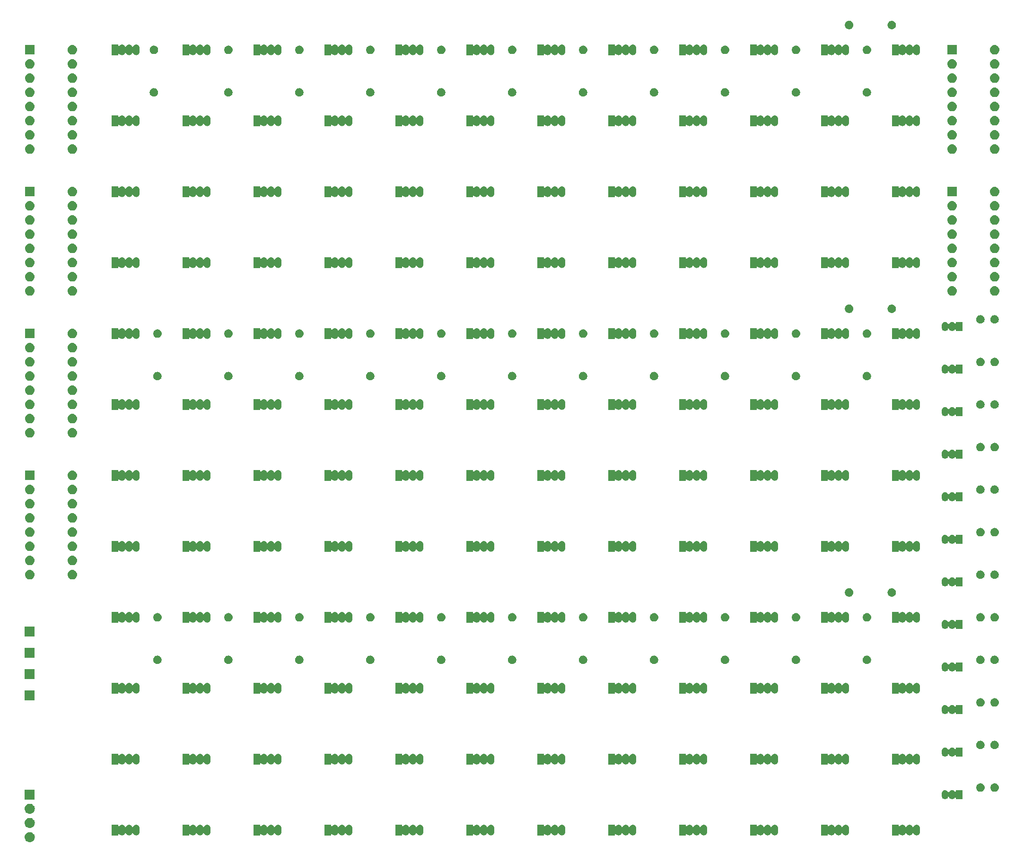
<source format=gbr>
G04 #@! TF.GenerationSoftware,KiCad,Pcbnew,5.0.2+dfsg1-1*
G04 #@! TF.CreationDate,2020-11-23T14:49:08-07:00*
G04 #@! TF.ProjectId,BattleshipLED,42617474-6c65-4736-9869-704c45442e6b,rev?*
G04 #@! TF.SameCoordinates,Original*
G04 #@! TF.FileFunction,Soldermask,Bot*
G04 #@! TF.FilePolarity,Negative*
%FSLAX46Y46*%
G04 Gerber Fmt 4.6, Leading zero omitted, Abs format (unit mm)*
G04 Created by KiCad (PCBNEW 5.0.2+dfsg1-1) date Mon 23 Nov 2020 02:49:08 PM MST*
%MOMM*%
%LPD*%
G01*
G04 APERTURE LIST*
%ADD10C,0.100000*%
G04 APERTURE END LIST*
D10*
G36*
X58530443Y-165475519D02*
X58596627Y-165482037D01*
X58709853Y-165516384D01*
X58766467Y-165533557D01*
X58853122Y-165579876D01*
X58922991Y-165617222D01*
X58958729Y-165646552D01*
X59060186Y-165729814D01*
X59124338Y-165807985D01*
X59172778Y-165867009D01*
X59172779Y-165867011D01*
X59256443Y-166023533D01*
X59256443Y-166023534D01*
X59307963Y-166193373D01*
X59325359Y-166370000D01*
X59307963Y-166546627D01*
X59273616Y-166659853D01*
X59256443Y-166716467D01*
X59182348Y-166855087D01*
X59172778Y-166872991D01*
X59143448Y-166908729D01*
X59060186Y-167010186D01*
X58958729Y-167093448D01*
X58922991Y-167122778D01*
X58922989Y-167122779D01*
X58766467Y-167206443D01*
X58709853Y-167223616D01*
X58596627Y-167257963D01*
X58530442Y-167264482D01*
X58464260Y-167271000D01*
X58375740Y-167271000D01*
X58309558Y-167264482D01*
X58243373Y-167257963D01*
X58130147Y-167223616D01*
X58073533Y-167206443D01*
X57917011Y-167122779D01*
X57917009Y-167122778D01*
X57881271Y-167093448D01*
X57779814Y-167010186D01*
X57696552Y-166908729D01*
X57667222Y-166872991D01*
X57657652Y-166855087D01*
X57583557Y-166716467D01*
X57566384Y-166659853D01*
X57532037Y-166546627D01*
X57514641Y-166370000D01*
X57532037Y-166193373D01*
X57583557Y-166023534D01*
X57583557Y-166023533D01*
X57667221Y-165867011D01*
X57667222Y-165867009D01*
X57715662Y-165807985D01*
X57779814Y-165729814D01*
X57881271Y-165646552D01*
X57917009Y-165617222D01*
X57986878Y-165579876D01*
X58073533Y-165533557D01*
X58130147Y-165516384D01*
X58243373Y-165482037D01*
X58309557Y-165475519D01*
X58375740Y-165469000D01*
X58464260Y-165469000D01*
X58530443Y-165475519D01*
X58530443Y-165475519D01*
G37*
G36*
X153784876Y-164157479D02*
X153895337Y-164190987D01*
X153997136Y-164245400D01*
X153997138Y-164245402D01*
X154086369Y-164318631D01*
X154098152Y-164332989D01*
X154159599Y-164407860D01*
X154214013Y-164509662D01*
X154247521Y-164620123D01*
X154256000Y-164706214D01*
X154256000Y-165493786D01*
X154247521Y-165579877D01*
X154214013Y-165690338D01*
X154159600Y-165792137D01*
X154086369Y-165881369D01*
X153997137Y-165954600D01*
X153895338Y-166009013D01*
X153784877Y-166042521D01*
X153670000Y-166053835D01*
X153555124Y-166042521D01*
X153444663Y-166009013D01*
X153342864Y-165954600D01*
X153253632Y-165881369D01*
X153180402Y-165792139D01*
X153147090Y-165729815D01*
X153145239Y-165726352D01*
X153131628Y-165705982D01*
X153114301Y-165688655D01*
X153093927Y-165675040D01*
X153071288Y-165665663D01*
X153047254Y-165660882D01*
X153022750Y-165660882D01*
X152998717Y-165665662D01*
X152976078Y-165675039D01*
X152955703Y-165688653D01*
X152938376Y-165705980D01*
X152924761Y-165726355D01*
X152889599Y-165792138D01*
X152816369Y-165881369D01*
X152727137Y-165954600D01*
X152625338Y-166009013D01*
X152514877Y-166042521D01*
X152400000Y-166053835D01*
X152285124Y-166042521D01*
X152174663Y-166009013D01*
X152072864Y-165954600D01*
X151983632Y-165881369D01*
X151910402Y-165792139D01*
X151877090Y-165729815D01*
X151875239Y-165726352D01*
X151861628Y-165705982D01*
X151844301Y-165688655D01*
X151823927Y-165675040D01*
X151801288Y-165665663D01*
X151777254Y-165660882D01*
X151752750Y-165660882D01*
X151728717Y-165665662D01*
X151706078Y-165675039D01*
X151685703Y-165688653D01*
X151668376Y-165705980D01*
X151654761Y-165726355D01*
X151619599Y-165792138D01*
X151546369Y-165881369D01*
X151457137Y-165954600D01*
X151355338Y-166009013D01*
X151244877Y-166042521D01*
X151130000Y-166053835D01*
X151015124Y-166042521D01*
X150904663Y-166009013D01*
X150802864Y-165954600D01*
X150713632Y-165881369D01*
X150667626Y-165825311D01*
X150650298Y-165807984D01*
X150629924Y-165794370D01*
X150607285Y-165784993D01*
X150583251Y-165780213D01*
X150558747Y-165780213D01*
X150534714Y-165784994D01*
X150512075Y-165794371D01*
X150491700Y-165807985D01*
X150474373Y-165825313D01*
X150460759Y-165845687D01*
X150451382Y-165868326D01*
X150446000Y-165904611D01*
X150446000Y-166051000D01*
X149274000Y-166051000D01*
X149274000Y-164149000D01*
X150446000Y-164149000D01*
X150446000Y-164295389D01*
X150448402Y-164319775D01*
X150455515Y-164343224D01*
X150467066Y-164364835D01*
X150482612Y-164383777D01*
X150501554Y-164399323D01*
X150523165Y-164410874D01*
X150546614Y-164417987D01*
X150571000Y-164420389D01*
X150595386Y-164417987D01*
X150618835Y-164410874D01*
X150640446Y-164399323D01*
X150667626Y-164374689D01*
X150675713Y-164364835D01*
X150713631Y-164318631D01*
X150731694Y-164303807D01*
X150802860Y-164245401D01*
X150904662Y-164190987D01*
X151015123Y-164157479D01*
X151130000Y-164146165D01*
X151244876Y-164157479D01*
X151355337Y-164190987D01*
X151457136Y-164245400D01*
X151457138Y-164245402D01*
X151546369Y-164318631D01*
X151558152Y-164332989D01*
X151619599Y-164407860D01*
X151654760Y-164473643D01*
X151668373Y-164494018D01*
X151685700Y-164511345D01*
X151706075Y-164524959D01*
X151728714Y-164534336D01*
X151752747Y-164539117D01*
X151777252Y-164539117D01*
X151801285Y-164534337D01*
X151823924Y-164524959D01*
X151844299Y-164511346D01*
X151861626Y-164494019D01*
X151875240Y-164473644D01*
X151910401Y-164407863D01*
X151945713Y-164364835D01*
X151983631Y-164318631D01*
X152001694Y-164303807D01*
X152072860Y-164245401D01*
X152174662Y-164190987D01*
X152285123Y-164157479D01*
X152400000Y-164146165D01*
X152514876Y-164157479D01*
X152625337Y-164190987D01*
X152727136Y-164245400D01*
X152727138Y-164245402D01*
X152816369Y-164318631D01*
X152828152Y-164332989D01*
X152889599Y-164407860D01*
X152924760Y-164473643D01*
X152938373Y-164494018D01*
X152955700Y-164511345D01*
X152976075Y-164524959D01*
X152998714Y-164534336D01*
X153022747Y-164539117D01*
X153047252Y-164539117D01*
X153071285Y-164534337D01*
X153093924Y-164524959D01*
X153114299Y-164511346D01*
X153131626Y-164494019D01*
X153145240Y-164473644D01*
X153180401Y-164407863D01*
X153215713Y-164364835D01*
X153253631Y-164318631D01*
X153271694Y-164303807D01*
X153342860Y-164245401D01*
X153444662Y-164190987D01*
X153555123Y-164157479D01*
X153670000Y-164146165D01*
X153784876Y-164157479D01*
X153784876Y-164157479D01*
G37*
G36*
X90284876Y-164157479D02*
X90395337Y-164190987D01*
X90497136Y-164245400D01*
X90497138Y-164245402D01*
X90586369Y-164318631D01*
X90598152Y-164332989D01*
X90659599Y-164407860D01*
X90714013Y-164509662D01*
X90747521Y-164620123D01*
X90756000Y-164706214D01*
X90756000Y-165493786D01*
X90747521Y-165579877D01*
X90714013Y-165690338D01*
X90659600Y-165792137D01*
X90586369Y-165881369D01*
X90497137Y-165954600D01*
X90395338Y-166009013D01*
X90284877Y-166042521D01*
X90170000Y-166053835D01*
X90055124Y-166042521D01*
X89944663Y-166009013D01*
X89842864Y-165954600D01*
X89753632Y-165881369D01*
X89680402Y-165792139D01*
X89647090Y-165729815D01*
X89645239Y-165726352D01*
X89631628Y-165705982D01*
X89614301Y-165688655D01*
X89593927Y-165675040D01*
X89571288Y-165665663D01*
X89547254Y-165660882D01*
X89522750Y-165660882D01*
X89498717Y-165665662D01*
X89476078Y-165675039D01*
X89455703Y-165688653D01*
X89438376Y-165705980D01*
X89424761Y-165726355D01*
X89389599Y-165792138D01*
X89316369Y-165881369D01*
X89227137Y-165954600D01*
X89125338Y-166009013D01*
X89014877Y-166042521D01*
X88900000Y-166053835D01*
X88785124Y-166042521D01*
X88674663Y-166009013D01*
X88572864Y-165954600D01*
X88483632Y-165881369D01*
X88410402Y-165792139D01*
X88377090Y-165729815D01*
X88375239Y-165726352D01*
X88361628Y-165705982D01*
X88344301Y-165688655D01*
X88323927Y-165675040D01*
X88301288Y-165665663D01*
X88277254Y-165660882D01*
X88252750Y-165660882D01*
X88228717Y-165665662D01*
X88206078Y-165675039D01*
X88185703Y-165688653D01*
X88168376Y-165705980D01*
X88154761Y-165726355D01*
X88119599Y-165792138D01*
X88046369Y-165881369D01*
X87957137Y-165954600D01*
X87855338Y-166009013D01*
X87744877Y-166042521D01*
X87630000Y-166053835D01*
X87515124Y-166042521D01*
X87404663Y-166009013D01*
X87302864Y-165954600D01*
X87213632Y-165881369D01*
X87167626Y-165825311D01*
X87150298Y-165807984D01*
X87129924Y-165794370D01*
X87107285Y-165784993D01*
X87083251Y-165780213D01*
X87058747Y-165780213D01*
X87034714Y-165784994D01*
X87012075Y-165794371D01*
X86991700Y-165807985D01*
X86974373Y-165825313D01*
X86960759Y-165845687D01*
X86951382Y-165868326D01*
X86946000Y-165904611D01*
X86946000Y-166051000D01*
X85774000Y-166051000D01*
X85774000Y-164149000D01*
X86946000Y-164149000D01*
X86946000Y-164295389D01*
X86948402Y-164319775D01*
X86955515Y-164343224D01*
X86967066Y-164364835D01*
X86982612Y-164383777D01*
X87001554Y-164399323D01*
X87023165Y-164410874D01*
X87046614Y-164417987D01*
X87071000Y-164420389D01*
X87095386Y-164417987D01*
X87118835Y-164410874D01*
X87140446Y-164399323D01*
X87167626Y-164374689D01*
X87175713Y-164364835D01*
X87213631Y-164318631D01*
X87231694Y-164303807D01*
X87302860Y-164245401D01*
X87404662Y-164190987D01*
X87515123Y-164157479D01*
X87630000Y-164146165D01*
X87744876Y-164157479D01*
X87855337Y-164190987D01*
X87957136Y-164245400D01*
X87957138Y-164245402D01*
X88046369Y-164318631D01*
X88058152Y-164332989D01*
X88119599Y-164407860D01*
X88154760Y-164473643D01*
X88168373Y-164494018D01*
X88185700Y-164511345D01*
X88206075Y-164524959D01*
X88228714Y-164534336D01*
X88252747Y-164539117D01*
X88277252Y-164539117D01*
X88301285Y-164534337D01*
X88323924Y-164524959D01*
X88344299Y-164511346D01*
X88361626Y-164494019D01*
X88375240Y-164473644D01*
X88410401Y-164407863D01*
X88445713Y-164364835D01*
X88483631Y-164318631D01*
X88501694Y-164303807D01*
X88572860Y-164245401D01*
X88674662Y-164190987D01*
X88785123Y-164157479D01*
X88900000Y-164146165D01*
X89014876Y-164157479D01*
X89125337Y-164190987D01*
X89227136Y-164245400D01*
X89227138Y-164245402D01*
X89316369Y-164318631D01*
X89328152Y-164332989D01*
X89389599Y-164407860D01*
X89424760Y-164473643D01*
X89438373Y-164494018D01*
X89455700Y-164511345D01*
X89476075Y-164524959D01*
X89498714Y-164534336D01*
X89522747Y-164539117D01*
X89547252Y-164539117D01*
X89571285Y-164534337D01*
X89593924Y-164524959D01*
X89614299Y-164511346D01*
X89631626Y-164494019D01*
X89645240Y-164473644D01*
X89680401Y-164407863D01*
X89715713Y-164364835D01*
X89753631Y-164318631D01*
X89771694Y-164303807D01*
X89842860Y-164245401D01*
X89944662Y-164190987D01*
X90055123Y-164157479D01*
X90170000Y-164146165D01*
X90284876Y-164157479D01*
X90284876Y-164157479D01*
G37*
G36*
X141084876Y-164157479D02*
X141195337Y-164190987D01*
X141297136Y-164245400D01*
X141297138Y-164245402D01*
X141386369Y-164318631D01*
X141398152Y-164332989D01*
X141459599Y-164407860D01*
X141514013Y-164509662D01*
X141547521Y-164620123D01*
X141556000Y-164706214D01*
X141556000Y-165493786D01*
X141547521Y-165579877D01*
X141514013Y-165690338D01*
X141459600Y-165792137D01*
X141386369Y-165881369D01*
X141297137Y-165954600D01*
X141195338Y-166009013D01*
X141084877Y-166042521D01*
X140970000Y-166053835D01*
X140855124Y-166042521D01*
X140744663Y-166009013D01*
X140642864Y-165954600D01*
X140553632Y-165881369D01*
X140480402Y-165792139D01*
X140447090Y-165729815D01*
X140445239Y-165726352D01*
X140431628Y-165705982D01*
X140414301Y-165688655D01*
X140393927Y-165675040D01*
X140371288Y-165665663D01*
X140347254Y-165660882D01*
X140322750Y-165660882D01*
X140298717Y-165665662D01*
X140276078Y-165675039D01*
X140255703Y-165688653D01*
X140238376Y-165705980D01*
X140224761Y-165726355D01*
X140189599Y-165792138D01*
X140116369Y-165881369D01*
X140027137Y-165954600D01*
X139925338Y-166009013D01*
X139814877Y-166042521D01*
X139700000Y-166053835D01*
X139585124Y-166042521D01*
X139474663Y-166009013D01*
X139372864Y-165954600D01*
X139283632Y-165881369D01*
X139210402Y-165792139D01*
X139177090Y-165729815D01*
X139175239Y-165726352D01*
X139161628Y-165705982D01*
X139144301Y-165688655D01*
X139123927Y-165675040D01*
X139101288Y-165665663D01*
X139077254Y-165660882D01*
X139052750Y-165660882D01*
X139028717Y-165665662D01*
X139006078Y-165675039D01*
X138985703Y-165688653D01*
X138968376Y-165705980D01*
X138954761Y-165726355D01*
X138919599Y-165792138D01*
X138846369Y-165881369D01*
X138757137Y-165954600D01*
X138655338Y-166009013D01*
X138544877Y-166042521D01*
X138430000Y-166053835D01*
X138315124Y-166042521D01*
X138204663Y-166009013D01*
X138102864Y-165954600D01*
X138013632Y-165881369D01*
X137967626Y-165825311D01*
X137950298Y-165807984D01*
X137929924Y-165794370D01*
X137907285Y-165784993D01*
X137883251Y-165780213D01*
X137858747Y-165780213D01*
X137834714Y-165784994D01*
X137812075Y-165794371D01*
X137791700Y-165807985D01*
X137774373Y-165825313D01*
X137760759Y-165845687D01*
X137751382Y-165868326D01*
X137746000Y-165904611D01*
X137746000Y-166051000D01*
X136574000Y-166051000D01*
X136574000Y-164149000D01*
X137746000Y-164149000D01*
X137746000Y-164295389D01*
X137748402Y-164319775D01*
X137755515Y-164343224D01*
X137767066Y-164364835D01*
X137782612Y-164383777D01*
X137801554Y-164399323D01*
X137823165Y-164410874D01*
X137846614Y-164417987D01*
X137871000Y-164420389D01*
X137895386Y-164417987D01*
X137918835Y-164410874D01*
X137940446Y-164399323D01*
X137967626Y-164374689D01*
X137975713Y-164364835D01*
X138013631Y-164318631D01*
X138031694Y-164303807D01*
X138102860Y-164245401D01*
X138204662Y-164190987D01*
X138315123Y-164157479D01*
X138430000Y-164146165D01*
X138544876Y-164157479D01*
X138655337Y-164190987D01*
X138757136Y-164245400D01*
X138757138Y-164245402D01*
X138846369Y-164318631D01*
X138858152Y-164332989D01*
X138919599Y-164407860D01*
X138954760Y-164473643D01*
X138968373Y-164494018D01*
X138985700Y-164511345D01*
X139006075Y-164524959D01*
X139028714Y-164534336D01*
X139052747Y-164539117D01*
X139077252Y-164539117D01*
X139101285Y-164534337D01*
X139123924Y-164524959D01*
X139144299Y-164511346D01*
X139161626Y-164494019D01*
X139175240Y-164473644D01*
X139210401Y-164407863D01*
X139245713Y-164364835D01*
X139283631Y-164318631D01*
X139301694Y-164303807D01*
X139372860Y-164245401D01*
X139474662Y-164190987D01*
X139585123Y-164157479D01*
X139700000Y-164146165D01*
X139814876Y-164157479D01*
X139925337Y-164190987D01*
X140027136Y-164245400D01*
X140027138Y-164245402D01*
X140116369Y-164318631D01*
X140128152Y-164332989D01*
X140189599Y-164407860D01*
X140224760Y-164473643D01*
X140238373Y-164494018D01*
X140255700Y-164511345D01*
X140276075Y-164524959D01*
X140298714Y-164534336D01*
X140322747Y-164539117D01*
X140347252Y-164539117D01*
X140371285Y-164534337D01*
X140393924Y-164524959D01*
X140414299Y-164511346D01*
X140431626Y-164494019D01*
X140445240Y-164473644D01*
X140480401Y-164407863D01*
X140515713Y-164364835D01*
X140553631Y-164318631D01*
X140571694Y-164303807D01*
X140642860Y-164245401D01*
X140744662Y-164190987D01*
X140855123Y-164157479D01*
X140970000Y-164146165D01*
X141084876Y-164157479D01*
X141084876Y-164157479D01*
G37*
G36*
X128384876Y-164157479D02*
X128495337Y-164190987D01*
X128597136Y-164245400D01*
X128597138Y-164245402D01*
X128686369Y-164318631D01*
X128698152Y-164332989D01*
X128759599Y-164407860D01*
X128814013Y-164509662D01*
X128847521Y-164620123D01*
X128856000Y-164706214D01*
X128856000Y-165493786D01*
X128847521Y-165579877D01*
X128814013Y-165690338D01*
X128759600Y-165792137D01*
X128686369Y-165881369D01*
X128597137Y-165954600D01*
X128495338Y-166009013D01*
X128384877Y-166042521D01*
X128270000Y-166053835D01*
X128155124Y-166042521D01*
X128044663Y-166009013D01*
X127942864Y-165954600D01*
X127853632Y-165881369D01*
X127780402Y-165792139D01*
X127747090Y-165729815D01*
X127745239Y-165726352D01*
X127731628Y-165705982D01*
X127714301Y-165688655D01*
X127693927Y-165675040D01*
X127671288Y-165665663D01*
X127647254Y-165660882D01*
X127622750Y-165660882D01*
X127598717Y-165665662D01*
X127576078Y-165675039D01*
X127555703Y-165688653D01*
X127538376Y-165705980D01*
X127524761Y-165726355D01*
X127489599Y-165792138D01*
X127416369Y-165881369D01*
X127327137Y-165954600D01*
X127225338Y-166009013D01*
X127114877Y-166042521D01*
X127000000Y-166053835D01*
X126885124Y-166042521D01*
X126774663Y-166009013D01*
X126672864Y-165954600D01*
X126583632Y-165881369D01*
X126510402Y-165792139D01*
X126477090Y-165729815D01*
X126475239Y-165726352D01*
X126461628Y-165705982D01*
X126444301Y-165688655D01*
X126423927Y-165675040D01*
X126401288Y-165665663D01*
X126377254Y-165660882D01*
X126352750Y-165660882D01*
X126328717Y-165665662D01*
X126306078Y-165675039D01*
X126285703Y-165688653D01*
X126268376Y-165705980D01*
X126254761Y-165726355D01*
X126219599Y-165792138D01*
X126146369Y-165881369D01*
X126057137Y-165954600D01*
X125955338Y-166009013D01*
X125844877Y-166042521D01*
X125730000Y-166053835D01*
X125615124Y-166042521D01*
X125504663Y-166009013D01*
X125402864Y-165954600D01*
X125313632Y-165881369D01*
X125267626Y-165825311D01*
X125250298Y-165807984D01*
X125229924Y-165794370D01*
X125207285Y-165784993D01*
X125183251Y-165780213D01*
X125158747Y-165780213D01*
X125134714Y-165784994D01*
X125112075Y-165794371D01*
X125091700Y-165807985D01*
X125074373Y-165825313D01*
X125060759Y-165845687D01*
X125051382Y-165868326D01*
X125046000Y-165904611D01*
X125046000Y-166051000D01*
X123874000Y-166051000D01*
X123874000Y-164149000D01*
X125046000Y-164149000D01*
X125046000Y-164295389D01*
X125048402Y-164319775D01*
X125055515Y-164343224D01*
X125067066Y-164364835D01*
X125082612Y-164383777D01*
X125101554Y-164399323D01*
X125123165Y-164410874D01*
X125146614Y-164417987D01*
X125171000Y-164420389D01*
X125195386Y-164417987D01*
X125218835Y-164410874D01*
X125240446Y-164399323D01*
X125267626Y-164374689D01*
X125275713Y-164364835D01*
X125313631Y-164318631D01*
X125331694Y-164303807D01*
X125402860Y-164245401D01*
X125504662Y-164190987D01*
X125615123Y-164157479D01*
X125730000Y-164146165D01*
X125844876Y-164157479D01*
X125955337Y-164190987D01*
X126057136Y-164245400D01*
X126057138Y-164245402D01*
X126146369Y-164318631D01*
X126158152Y-164332989D01*
X126219599Y-164407860D01*
X126254760Y-164473643D01*
X126268373Y-164494018D01*
X126285700Y-164511345D01*
X126306075Y-164524959D01*
X126328714Y-164534336D01*
X126352747Y-164539117D01*
X126377252Y-164539117D01*
X126401285Y-164534337D01*
X126423924Y-164524959D01*
X126444299Y-164511346D01*
X126461626Y-164494019D01*
X126475240Y-164473644D01*
X126510401Y-164407863D01*
X126545713Y-164364835D01*
X126583631Y-164318631D01*
X126601694Y-164303807D01*
X126672860Y-164245401D01*
X126774662Y-164190987D01*
X126885123Y-164157479D01*
X127000000Y-164146165D01*
X127114876Y-164157479D01*
X127225337Y-164190987D01*
X127327136Y-164245400D01*
X127327138Y-164245402D01*
X127416369Y-164318631D01*
X127428152Y-164332989D01*
X127489599Y-164407860D01*
X127524760Y-164473643D01*
X127538373Y-164494018D01*
X127555700Y-164511345D01*
X127576075Y-164524959D01*
X127598714Y-164534336D01*
X127622747Y-164539117D01*
X127647252Y-164539117D01*
X127671285Y-164534337D01*
X127693924Y-164524959D01*
X127714299Y-164511346D01*
X127731626Y-164494019D01*
X127745240Y-164473644D01*
X127780401Y-164407863D01*
X127815713Y-164364835D01*
X127853631Y-164318631D01*
X127871694Y-164303807D01*
X127942860Y-164245401D01*
X128044662Y-164190987D01*
X128155123Y-164157479D01*
X128270000Y-164146165D01*
X128384876Y-164157479D01*
X128384876Y-164157479D01*
G37*
G36*
X191884876Y-164157479D02*
X191995337Y-164190987D01*
X192097136Y-164245400D01*
X192097138Y-164245402D01*
X192186369Y-164318631D01*
X192198152Y-164332989D01*
X192259599Y-164407860D01*
X192314013Y-164509662D01*
X192347521Y-164620123D01*
X192356000Y-164706214D01*
X192356000Y-165493786D01*
X192347521Y-165579877D01*
X192314013Y-165690338D01*
X192259600Y-165792137D01*
X192186369Y-165881369D01*
X192097137Y-165954600D01*
X191995338Y-166009013D01*
X191884877Y-166042521D01*
X191770000Y-166053835D01*
X191655124Y-166042521D01*
X191544663Y-166009013D01*
X191442864Y-165954600D01*
X191353632Y-165881369D01*
X191280402Y-165792139D01*
X191247090Y-165729815D01*
X191245239Y-165726352D01*
X191231628Y-165705982D01*
X191214301Y-165688655D01*
X191193927Y-165675040D01*
X191171288Y-165665663D01*
X191147254Y-165660882D01*
X191122750Y-165660882D01*
X191098717Y-165665662D01*
X191076078Y-165675039D01*
X191055703Y-165688653D01*
X191038376Y-165705980D01*
X191024761Y-165726355D01*
X190989599Y-165792138D01*
X190916369Y-165881369D01*
X190827137Y-165954600D01*
X190725338Y-166009013D01*
X190614877Y-166042521D01*
X190500000Y-166053835D01*
X190385124Y-166042521D01*
X190274663Y-166009013D01*
X190172864Y-165954600D01*
X190083632Y-165881369D01*
X190010402Y-165792139D01*
X189977090Y-165729815D01*
X189975239Y-165726352D01*
X189961628Y-165705982D01*
X189944301Y-165688655D01*
X189923927Y-165675040D01*
X189901288Y-165665663D01*
X189877254Y-165660882D01*
X189852750Y-165660882D01*
X189828717Y-165665662D01*
X189806078Y-165675039D01*
X189785703Y-165688653D01*
X189768376Y-165705980D01*
X189754761Y-165726355D01*
X189719599Y-165792138D01*
X189646369Y-165881369D01*
X189557137Y-165954600D01*
X189455338Y-166009013D01*
X189344877Y-166042521D01*
X189230000Y-166053835D01*
X189115124Y-166042521D01*
X189004663Y-166009013D01*
X188902864Y-165954600D01*
X188813632Y-165881369D01*
X188767626Y-165825311D01*
X188750298Y-165807984D01*
X188729924Y-165794370D01*
X188707285Y-165784993D01*
X188683251Y-165780213D01*
X188658747Y-165780213D01*
X188634714Y-165784994D01*
X188612075Y-165794371D01*
X188591700Y-165807985D01*
X188574373Y-165825313D01*
X188560759Y-165845687D01*
X188551382Y-165868326D01*
X188546000Y-165904611D01*
X188546000Y-166051000D01*
X187374000Y-166051000D01*
X187374000Y-164149000D01*
X188546000Y-164149000D01*
X188546000Y-164295389D01*
X188548402Y-164319775D01*
X188555515Y-164343224D01*
X188567066Y-164364835D01*
X188582612Y-164383777D01*
X188601554Y-164399323D01*
X188623165Y-164410874D01*
X188646614Y-164417987D01*
X188671000Y-164420389D01*
X188695386Y-164417987D01*
X188718835Y-164410874D01*
X188740446Y-164399323D01*
X188767626Y-164374689D01*
X188775713Y-164364835D01*
X188813631Y-164318631D01*
X188831694Y-164303807D01*
X188902860Y-164245401D01*
X189004662Y-164190987D01*
X189115123Y-164157479D01*
X189230000Y-164146165D01*
X189344876Y-164157479D01*
X189455337Y-164190987D01*
X189557136Y-164245400D01*
X189557138Y-164245402D01*
X189646369Y-164318631D01*
X189658152Y-164332989D01*
X189719599Y-164407860D01*
X189754760Y-164473643D01*
X189768373Y-164494018D01*
X189785700Y-164511345D01*
X189806075Y-164524959D01*
X189828714Y-164534336D01*
X189852747Y-164539117D01*
X189877252Y-164539117D01*
X189901285Y-164534337D01*
X189923924Y-164524959D01*
X189944299Y-164511346D01*
X189961626Y-164494019D01*
X189975240Y-164473644D01*
X190010401Y-164407863D01*
X190045713Y-164364835D01*
X190083631Y-164318631D01*
X190101694Y-164303807D01*
X190172860Y-164245401D01*
X190274662Y-164190987D01*
X190385123Y-164157479D01*
X190500000Y-164146165D01*
X190614876Y-164157479D01*
X190725337Y-164190987D01*
X190827136Y-164245400D01*
X190827138Y-164245402D01*
X190916369Y-164318631D01*
X190928152Y-164332989D01*
X190989599Y-164407860D01*
X191024760Y-164473643D01*
X191038373Y-164494018D01*
X191055700Y-164511345D01*
X191076075Y-164524959D01*
X191098714Y-164534336D01*
X191122747Y-164539117D01*
X191147252Y-164539117D01*
X191171285Y-164534337D01*
X191193924Y-164524959D01*
X191214299Y-164511346D01*
X191231626Y-164494019D01*
X191245240Y-164473644D01*
X191280401Y-164407863D01*
X191315713Y-164364835D01*
X191353631Y-164318631D01*
X191371694Y-164303807D01*
X191442860Y-164245401D01*
X191544662Y-164190987D01*
X191655123Y-164157479D01*
X191770000Y-164146165D01*
X191884876Y-164157479D01*
X191884876Y-164157479D01*
G37*
G36*
X166484876Y-164157479D02*
X166595337Y-164190987D01*
X166697136Y-164245400D01*
X166697138Y-164245402D01*
X166786369Y-164318631D01*
X166798152Y-164332989D01*
X166859599Y-164407860D01*
X166914013Y-164509662D01*
X166947521Y-164620123D01*
X166956000Y-164706214D01*
X166956000Y-165493786D01*
X166947521Y-165579877D01*
X166914013Y-165690338D01*
X166859600Y-165792137D01*
X166786369Y-165881369D01*
X166697137Y-165954600D01*
X166595338Y-166009013D01*
X166484877Y-166042521D01*
X166370000Y-166053835D01*
X166255124Y-166042521D01*
X166144663Y-166009013D01*
X166042864Y-165954600D01*
X165953632Y-165881369D01*
X165880402Y-165792139D01*
X165847090Y-165729815D01*
X165845239Y-165726352D01*
X165831628Y-165705982D01*
X165814301Y-165688655D01*
X165793927Y-165675040D01*
X165771288Y-165665663D01*
X165747254Y-165660882D01*
X165722750Y-165660882D01*
X165698717Y-165665662D01*
X165676078Y-165675039D01*
X165655703Y-165688653D01*
X165638376Y-165705980D01*
X165624761Y-165726355D01*
X165589599Y-165792138D01*
X165516369Y-165881369D01*
X165427137Y-165954600D01*
X165325338Y-166009013D01*
X165214877Y-166042521D01*
X165100000Y-166053835D01*
X164985124Y-166042521D01*
X164874663Y-166009013D01*
X164772864Y-165954600D01*
X164683632Y-165881369D01*
X164610402Y-165792139D01*
X164577090Y-165729815D01*
X164575239Y-165726352D01*
X164561628Y-165705982D01*
X164544301Y-165688655D01*
X164523927Y-165675040D01*
X164501288Y-165665663D01*
X164477254Y-165660882D01*
X164452750Y-165660882D01*
X164428717Y-165665662D01*
X164406078Y-165675039D01*
X164385703Y-165688653D01*
X164368376Y-165705980D01*
X164354761Y-165726355D01*
X164319599Y-165792138D01*
X164246369Y-165881369D01*
X164157137Y-165954600D01*
X164055338Y-166009013D01*
X163944877Y-166042521D01*
X163830000Y-166053835D01*
X163715124Y-166042521D01*
X163604663Y-166009013D01*
X163502864Y-165954600D01*
X163413632Y-165881369D01*
X163367626Y-165825311D01*
X163350298Y-165807984D01*
X163329924Y-165794370D01*
X163307285Y-165784993D01*
X163283251Y-165780213D01*
X163258747Y-165780213D01*
X163234714Y-165784994D01*
X163212075Y-165794371D01*
X163191700Y-165807985D01*
X163174373Y-165825313D01*
X163160759Y-165845687D01*
X163151382Y-165868326D01*
X163146000Y-165904611D01*
X163146000Y-166051000D01*
X161974000Y-166051000D01*
X161974000Y-164149000D01*
X163146000Y-164149000D01*
X163146000Y-164295389D01*
X163148402Y-164319775D01*
X163155515Y-164343224D01*
X163167066Y-164364835D01*
X163182612Y-164383777D01*
X163201554Y-164399323D01*
X163223165Y-164410874D01*
X163246614Y-164417987D01*
X163271000Y-164420389D01*
X163295386Y-164417987D01*
X163318835Y-164410874D01*
X163340446Y-164399323D01*
X163367626Y-164374689D01*
X163375713Y-164364835D01*
X163413631Y-164318631D01*
X163431694Y-164303807D01*
X163502860Y-164245401D01*
X163604662Y-164190987D01*
X163715123Y-164157479D01*
X163830000Y-164146165D01*
X163944876Y-164157479D01*
X164055337Y-164190987D01*
X164157136Y-164245400D01*
X164157138Y-164245402D01*
X164246369Y-164318631D01*
X164258152Y-164332989D01*
X164319599Y-164407860D01*
X164354760Y-164473643D01*
X164368373Y-164494018D01*
X164385700Y-164511345D01*
X164406075Y-164524959D01*
X164428714Y-164534336D01*
X164452747Y-164539117D01*
X164477252Y-164539117D01*
X164501285Y-164534337D01*
X164523924Y-164524959D01*
X164544299Y-164511346D01*
X164561626Y-164494019D01*
X164575240Y-164473644D01*
X164610401Y-164407863D01*
X164645713Y-164364835D01*
X164683631Y-164318631D01*
X164701694Y-164303807D01*
X164772860Y-164245401D01*
X164874662Y-164190987D01*
X164985123Y-164157479D01*
X165100000Y-164146165D01*
X165214876Y-164157479D01*
X165325337Y-164190987D01*
X165427136Y-164245400D01*
X165427138Y-164245402D01*
X165516369Y-164318631D01*
X165528152Y-164332989D01*
X165589599Y-164407860D01*
X165624760Y-164473643D01*
X165638373Y-164494018D01*
X165655700Y-164511345D01*
X165676075Y-164524959D01*
X165698714Y-164534336D01*
X165722747Y-164539117D01*
X165747252Y-164539117D01*
X165771285Y-164534337D01*
X165793924Y-164524959D01*
X165814299Y-164511346D01*
X165831626Y-164494019D01*
X165845240Y-164473644D01*
X165880401Y-164407863D01*
X165915713Y-164364835D01*
X165953631Y-164318631D01*
X165971694Y-164303807D01*
X166042860Y-164245401D01*
X166144662Y-164190987D01*
X166255123Y-164157479D01*
X166370000Y-164146165D01*
X166484876Y-164157479D01*
X166484876Y-164157479D01*
G37*
G36*
X115684876Y-164157479D02*
X115795337Y-164190987D01*
X115897136Y-164245400D01*
X115897138Y-164245402D01*
X115986369Y-164318631D01*
X115998152Y-164332989D01*
X116059599Y-164407860D01*
X116114013Y-164509662D01*
X116147521Y-164620123D01*
X116156000Y-164706214D01*
X116156000Y-165493786D01*
X116147521Y-165579877D01*
X116114013Y-165690338D01*
X116059600Y-165792137D01*
X115986369Y-165881369D01*
X115897137Y-165954600D01*
X115795338Y-166009013D01*
X115684877Y-166042521D01*
X115570000Y-166053835D01*
X115455124Y-166042521D01*
X115344663Y-166009013D01*
X115242864Y-165954600D01*
X115153632Y-165881369D01*
X115080402Y-165792139D01*
X115047090Y-165729815D01*
X115045239Y-165726352D01*
X115031628Y-165705982D01*
X115014301Y-165688655D01*
X114993927Y-165675040D01*
X114971288Y-165665663D01*
X114947254Y-165660882D01*
X114922750Y-165660882D01*
X114898717Y-165665662D01*
X114876078Y-165675039D01*
X114855703Y-165688653D01*
X114838376Y-165705980D01*
X114824761Y-165726355D01*
X114789599Y-165792138D01*
X114716369Y-165881369D01*
X114627137Y-165954600D01*
X114525338Y-166009013D01*
X114414877Y-166042521D01*
X114300000Y-166053835D01*
X114185124Y-166042521D01*
X114074663Y-166009013D01*
X113972864Y-165954600D01*
X113883632Y-165881369D01*
X113810402Y-165792139D01*
X113777090Y-165729815D01*
X113775239Y-165726352D01*
X113761628Y-165705982D01*
X113744301Y-165688655D01*
X113723927Y-165675040D01*
X113701288Y-165665663D01*
X113677254Y-165660882D01*
X113652750Y-165660882D01*
X113628717Y-165665662D01*
X113606078Y-165675039D01*
X113585703Y-165688653D01*
X113568376Y-165705980D01*
X113554761Y-165726355D01*
X113519599Y-165792138D01*
X113446369Y-165881369D01*
X113357137Y-165954600D01*
X113255338Y-166009013D01*
X113144877Y-166042521D01*
X113030000Y-166053835D01*
X112915124Y-166042521D01*
X112804663Y-166009013D01*
X112702864Y-165954600D01*
X112613632Y-165881369D01*
X112567626Y-165825311D01*
X112550298Y-165807984D01*
X112529924Y-165794370D01*
X112507285Y-165784993D01*
X112483251Y-165780213D01*
X112458747Y-165780213D01*
X112434714Y-165784994D01*
X112412075Y-165794371D01*
X112391700Y-165807985D01*
X112374373Y-165825313D01*
X112360759Y-165845687D01*
X112351382Y-165868326D01*
X112346000Y-165904611D01*
X112346000Y-166051000D01*
X111174000Y-166051000D01*
X111174000Y-164149000D01*
X112346000Y-164149000D01*
X112346000Y-164295389D01*
X112348402Y-164319775D01*
X112355515Y-164343224D01*
X112367066Y-164364835D01*
X112382612Y-164383777D01*
X112401554Y-164399323D01*
X112423165Y-164410874D01*
X112446614Y-164417987D01*
X112471000Y-164420389D01*
X112495386Y-164417987D01*
X112518835Y-164410874D01*
X112540446Y-164399323D01*
X112567626Y-164374689D01*
X112575713Y-164364835D01*
X112613631Y-164318631D01*
X112631694Y-164303807D01*
X112702860Y-164245401D01*
X112804662Y-164190987D01*
X112915123Y-164157479D01*
X113030000Y-164146165D01*
X113144876Y-164157479D01*
X113255337Y-164190987D01*
X113357136Y-164245400D01*
X113357138Y-164245402D01*
X113446369Y-164318631D01*
X113458152Y-164332989D01*
X113519599Y-164407860D01*
X113554760Y-164473643D01*
X113568373Y-164494018D01*
X113585700Y-164511345D01*
X113606075Y-164524959D01*
X113628714Y-164534336D01*
X113652747Y-164539117D01*
X113677252Y-164539117D01*
X113701285Y-164534337D01*
X113723924Y-164524959D01*
X113744299Y-164511346D01*
X113761626Y-164494019D01*
X113775240Y-164473644D01*
X113810401Y-164407863D01*
X113845713Y-164364835D01*
X113883631Y-164318631D01*
X113901694Y-164303807D01*
X113972860Y-164245401D01*
X114074662Y-164190987D01*
X114185123Y-164157479D01*
X114300000Y-164146165D01*
X114414876Y-164157479D01*
X114525337Y-164190987D01*
X114627136Y-164245400D01*
X114627138Y-164245402D01*
X114716369Y-164318631D01*
X114728152Y-164332989D01*
X114789599Y-164407860D01*
X114824760Y-164473643D01*
X114838373Y-164494018D01*
X114855700Y-164511345D01*
X114876075Y-164524959D01*
X114898714Y-164534336D01*
X114922747Y-164539117D01*
X114947252Y-164539117D01*
X114971285Y-164534337D01*
X114993924Y-164524959D01*
X115014299Y-164511346D01*
X115031626Y-164494019D01*
X115045240Y-164473644D01*
X115080401Y-164407863D01*
X115115713Y-164364835D01*
X115153631Y-164318631D01*
X115171694Y-164303807D01*
X115242860Y-164245401D01*
X115344662Y-164190987D01*
X115455123Y-164157479D01*
X115570000Y-164146165D01*
X115684876Y-164157479D01*
X115684876Y-164157479D01*
G37*
G36*
X217284876Y-164157479D02*
X217395337Y-164190987D01*
X217497136Y-164245400D01*
X217497138Y-164245402D01*
X217586369Y-164318631D01*
X217598152Y-164332989D01*
X217659599Y-164407860D01*
X217714013Y-164509662D01*
X217747521Y-164620123D01*
X217756000Y-164706214D01*
X217756000Y-165493786D01*
X217747521Y-165579877D01*
X217714013Y-165690338D01*
X217659600Y-165792137D01*
X217586369Y-165881369D01*
X217497137Y-165954600D01*
X217395338Y-166009013D01*
X217284877Y-166042521D01*
X217170000Y-166053835D01*
X217055124Y-166042521D01*
X216944663Y-166009013D01*
X216842864Y-165954600D01*
X216753632Y-165881369D01*
X216680402Y-165792139D01*
X216647090Y-165729815D01*
X216645239Y-165726352D01*
X216631628Y-165705982D01*
X216614301Y-165688655D01*
X216593927Y-165675040D01*
X216571288Y-165665663D01*
X216547254Y-165660882D01*
X216522750Y-165660882D01*
X216498717Y-165665662D01*
X216476078Y-165675039D01*
X216455703Y-165688653D01*
X216438376Y-165705980D01*
X216424761Y-165726355D01*
X216389599Y-165792138D01*
X216316369Y-165881369D01*
X216227137Y-165954600D01*
X216125338Y-166009013D01*
X216014877Y-166042521D01*
X215900000Y-166053835D01*
X215785124Y-166042521D01*
X215674663Y-166009013D01*
X215572864Y-165954600D01*
X215483632Y-165881369D01*
X215410402Y-165792139D01*
X215377090Y-165729815D01*
X215375239Y-165726352D01*
X215361628Y-165705982D01*
X215344301Y-165688655D01*
X215323927Y-165675040D01*
X215301288Y-165665663D01*
X215277254Y-165660882D01*
X215252750Y-165660882D01*
X215228717Y-165665662D01*
X215206078Y-165675039D01*
X215185703Y-165688653D01*
X215168376Y-165705980D01*
X215154761Y-165726355D01*
X215119599Y-165792138D01*
X215046369Y-165881369D01*
X214957137Y-165954600D01*
X214855338Y-166009013D01*
X214744877Y-166042521D01*
X214630000Y-166053835D01*
X214515124Y-166042521D01*
X214404663Y-166009013D01*
X214302864Y-165954600D01*
X214213632Y-165881369D01*
X214167626Y-165825311D01*
X214150298Y-165807984D01*
X214129924Y-165794370D01*
X214107285Y-165784993D01*
X214083251Y-165780213D01*
X214058747Y-165780213D01*
X214034714Y-165784994D01*
X214012075Y-165794371D01*
X213991700Y-165807985D01*
X213974373Y-165825313D01*
X213960759Y-165845687D01*
X213951382Y-165868326D01*
X213946000Y-165904611D01*
X213946000Y-166051000D01*
X212774000Y-166051000D01*
X212774000Y-164149000D01*
X213946000Y-164149000D01*
X213946000Y-164295389D01*
X213948402Y-164319775D01*
X213955515Y-164343224D01*
X213967066Y-164364835D01*
X213982612Y-164383777D01*
X214001554Y-164399323D01*
X214023165Y-164410874D01*
X214046614Y-164417987D01*
X214071000Y-164420389D01*
X214095386Y-164417987D01*
X214118835Y-164410874D01*
X214140446Y-164399323D01*
X214167626Y-164374689D01*
X214175713Y-164364835D01*
X214213631Y-164318631D01*
X214231694Y-164303807D01*
X214302860Y-164245401D01*
X214404662Y-164190987D01*
X214515123Y-164157479D01*
X214630000Y-164146165D01*
X214744876Y-164157479D01*
X214855337Y-164190987D01*
X214957136Y-164245400D01*
X214957138Y-164245402D01*
X215046369Y-164318631D01*
X215058152Y-164332989D01*
X215119599Y-164407860D01*
X215154760Y-164473643D01*
X215168373Y-164494018D01*
X215185700Y-164511345D01*
X215206075Y-164524959D01*
X215228714Y-164534336D01*
X215252747Y-164539117D01*
X215277252Y-164539117D01*
X215301285Y-164534337D01*
X215323924Y-164524959D01*
X215344299Y-164511346D01*
X215361626Y-164494019D01*
X215375240Y-164473644D01*
X215410401Y-164407863D01*
X215445713Y-164364835D01*
X215483631Y-164318631D01*
X215501694Y-164303807D01*
X215572860Y-164245401D01*
X215674662Y-164190987D01*
X215785123Y-164157479D01*
X215900000Y-164146165D01*
X216014876Y-164157479D01*
X216125337Y-164190987D01*
X216227136Y-164245400D01*
X216227138Y-164245402D01*
X216316369Y-164318631D01*
X216328152Y-164332989D01*
X216389599Y-164407860D01*
X216424760Y-164473643D01*
X216438373Y-164494018D01*
X216455700Y-164511345D01*
X216476075Y-164524959D01*
X216498714Y-164534336D01*
X216522747Y-164539117D01*
X216547252Y-164539117D01*
X216571285Y-164534337D01*
X216593924Y-164524959D01*
X216614299Y-164511346D01*
X216631626Y-164494019D01*
X216645240Y-164473644D01*
X216680401Y-164407863D01*
X216715713Y-164364835D01*
X216753631Y-164318631D01*
X216771694Y-164303807D01*
X216842860Y-164245401D01*
X216944662Y-164190987D01*
X217055123Y-164157479D01*
X217170000Y-164146165D01*
X217284876Y-164157479D01*
X217284876Y-164157479D01*
G37*
G36*
X204584876Y-164157479D02*
X204695337Y-164190987D01*
X204797136Y-164245400D01*
X204797138Y-164245402D01*
X204886369Y-164318631D01*
X204898152Y-164332989D01*
X204959599Y-164407860D01*
X205014013Y-164509662D01*
X205047521Y-164620123D01*
X205056000Y-164706214D01*
X205056000Y-165493786D01*
X205047521Y-165579877D01*
X205014013Y-165690338D01*
X204959600Y-165792137D01*
X204886369Y-165881369D01*
X204797137Y-165954600D01*
X204695338Y-166009013D01*
X204584877Y-166042521D01*
X204470000Y-166053835D01*
X204355124Y-166042521D01*
X204244663Y-166009013D01*
X204142864Y-165954600D01*
X204053632Y-165881369D01*
X203980402Y-165792139D01*
X203947090Y-165729815D01*
X203945239Y-165726352D01*
X203931628Y-165705982D01*
X203914301Y-165688655D01*
X203893927Y-165675040D01*
X203871288Y-165665663D01*
X203847254Y-165660882D01*
X203822750Y-165660882D01*
X203798717Y-165665662D01*
X203776078Y-165675039D01*
X203755703Y-165688653D01*
X203738376Y-165705980D01*
X203724761Y-165726355D01*
X203689599Y-165792138D01*
X203616369Y-165881369D01*
X203527137Y-165954600D01*
X203425338Y-166009013D01*
X203314877Y-166042521D01*
X203200000Y-166053835D01*
X203085124Y-166042521D01*
X202974663Y-166009013D01*
X202872864Y-165954600D01*
X202783632Y-165881369D01*
X202710402Y-165792139D01*
X202677090Y-165729815D01*
X202675239Y-165726352D01*
X202661628Y-165705982D01*
X202644301Y-165688655D01*
X202623927Y-165675040D01*
X202601288Y-165665663D01*
X202577254Y-165660882D01*
X202552750Y-165660882D01*
X202528717Y-165665662D01*
X202506078Y-165675039D01*
X202485703Y-165688653D01*
X202468376Y-165705980D01*
X202454761Y-165726355D01*
X202419599Y-165792138D01*
X202346369Y-165881369D01*
X202257137Y-165954600D01*
X202155338Y-166009013D01*
X202044877Y-166042521D01*
X201930000Y-166053835D01*
X201815124Y-166042521D01*
X201704663Y-166009013D01*
X201602864Y-165954600D01*
X201513632Y-165881369D01*
X201467626Y-165825311D01*
X201450298Y-165807984D01*
X201429924Y-165794370D01*
X201407285Y-165784993D01*
X201383251Y-165780213D01*
X201358747Y-165780213D01*
X201334714Y-165784994D01*
X201312075Y-165794371D01*
X201291700Y-165807985D01*
X201274373Y-165825313D01*
X201260759Y-165845687D01*
X201251382Y-165868326D01*
X201246000Y-165904611D01*
X201246000Y-166051000D01*
X200074000Y-166051000D01*
X200074000Y-164149000D01*
X201246000Y-164149000D01*
X201246000Y-164295389D01*
X201248402Y-164319775D01*
X201255515Y-164343224D01*
X201267066Y-164364835D01*
X201282612Y-164383777D01*
X201301554Y-164399323D01*
X201323165Y-164410874D01*
X201346614Y-164417987D01*
X201371000Y-164420389D01*
X201395386Y-164417987D01*
X201418835Y-164410874D01*
X201440446Y-164399323D01*
X201467626Y-164374689D01*
X201475713Y-164364835D01*
X201513631Y-164318631D01*
X201531694Y-164303807D01*
X201602860Y-164245401D01*
X201704662Y-164190987D01*
X201815123Y-164157479D01*
X201930000Y-164146165D01*
X202044876Y-164157479D01*
X202155337Y-164190987D01*
X202257136Y-164245400D01*
X202257138Y-164245402D01*
X202346369Y-164318631D01*
X202358152Y-164332989D01*
X202419599Y-164407860D01*
X202454760Y-164473643D01*
X202468373Y-164494018D01*
X202485700Y-164511345D01*
X202506075Y-164524959D01*
X202528714Y-164534336D01*
X202552747Y-164539117D01*
X202577252Y-164539117D01*
X202601285Y-164534337D01*
X202623924Y-164524959D01*
X202644299Y-164511346D01*
X202661626Y-164494019D01*
X202675240Y-164473644D01*
X202710401Y-164407863D01*
X202745713Y-164364835D01*
X202783631Y-164318631D01*
X202801694Y-164303807D01*
X202872860Y-164245401D01*
X202974662Y-164190987D01*
X203085123Y-164157479D01*
X203200000Y-164146165D01*
X203314876Y-164157479D01*
X203425337Y-164190987D01*
X203527136Y-164245400D01*
X203527138Y-164245402D01*
X203616369Y-164318631D01*
X203628152Y-164332989D01*
X203689599Y-164407860D01*
X203724760Y-164473643D01*
X203738373Y-164494018D01*
X203755700Y-164511345D01*
X203776075Y-164524959D01*
X203798714Y-164534336D01*
X203822747Y-164539117D01*
X203847252Y-164539117D01*
X203871285Y-164534337D01*
X203893924Y-164524959D01*
X203914299Y-164511346D01*
X203931626Y-164494019D01*
X203945240Y-164473644D01*
X203980401Y-164407863D01*
X204015713Y-164364835D01*
X204053631Y-164318631D01*
X204071694Y-164303807D01*
X204142860Y-164245401D01*
X204244662Y-164190987D01*
X204355123Y-164157479D01*
X204470000Y-164146165D01*
X204584876Y-164157479D01*
X204584876Y-164157479D01*
G37*
G36*
X179184876Y-164157479D02*
X179295337Y-164190987D01*
X179397136Y-164245400D01*
X179397138Y-164245402D01*
X179486369Y-164318631D01*
X179498152Y-164332989D01*
X179559599Y-164407860D01*
X179614013Y-164509662D01*
X179647521Y-164620123D01*
X179656000Y-164706214D01*
X179656000Y-165493786D01*
X179647521Y-165579877D01*
X179614013Y-165690338D01*
X179559600Y-165792137D01*
X179486369Y-165881369D01*
X179397137Y-165954600D01*
X179295338Y-166009013D01*
X179184877Y-166042521D01*
X179070000Y-166053835D01*
X178955124Y-166042521D01*
X178844663Y-166009013D01*
X178742864Y-165954600D01*
X178653632Y-165881369D01*
X178580402Y-165792139D01*
X178547090Y-165729815D01*
X178545239Y-165726352D01*
X178531628Y-165705982D01*
X178514301Y-165688655D01*
X178493927Y-165675040D01*
X178471288Y-165665663D01*
X178447254Y-165660882D01*
X178422750Y-165660882D01*
X178398717Y-165665662D01*
X178376078Y-165675039D01*
X178355703Y-165688653D01*
X178338376Y-165705980D01*
X178324761Y-165726355D01*
X178289599Y-165792138D01*
X178216369Y-165881369D01*
X178127137Y-165954600D01*
X178025338Y-166009013D01*
X177914877Y-166042521D01*
X177800000Y-166053835D01*
X177685124Y-166042521D01*
X177574663Y-166009013D01*
X177472864Y-165954600D01*
X177383632Y-165881369D01*
X177310402Y-165792139D01*
X177277090Y-165729815D01*
X177275239Y-165726352D01*
X177261628Y-165705982D01*
X177244301Y-165688655D01*
X177223927Y-165675040D01*
X177201288Y-165665663D01*
X177177254Y-165660882D01*
X177152750Y-165660882D01*
X177128717Y-165665662D01*
X177106078Y-165675039D01*
X177085703Y-165688653D01*
X177068376Y-165705980D01*
X177054761Y-165726355D01*
X177019599Y-165792138D01*
X176946369Y-165881369D01*
X176857137Y-165954600D01*
X176755338Y-166009013D01*
X176644877Y-166042521D01*
X176530000Y-166053835D01*
X176415124Y-166042521D01*
X176304663Y-166009013D01*
X176202864Y-165954600D01*
X176113632Y-165881369D01*
X176067626Y-165825311D01*
X176050298Y-165807984D01*
X176029924Y-165794370D01*
X176007285Y-165784993D01*
X175983251Y-165780213D01*
X175958747Y-165780213D01*
X175934714Y-165784994D01*
X175912075Y-165794371D01*
X175891700Y-165807985D01*
X175874373Y-165825313D01*
X175860759Y-165845687D01*
X175851382Y-165868326D01*
X175846000Y-165904611D01*
X175846000Y-166051000D01*
X174674000Y-166051000D01*
X174674000Y-164149000D01*
X175846000Y-164149000D01*
X175846000Y-164295389D01*
X175848402Y-164319775D01*
X175855515Y-164343224D01*
X175867066Y-164364835D01*
X175882612Y-164383777D01*
X175901554Y-164399323D01*
X175923165Y-164410874D01*
X175946614Y-164417987D01*
X175971000Y-164420389D01*
X175995386Y-164417987D01*
X176018835Y-164410874D01*
X176040446Y-164399323D01*
X176067626Y-164374689D01*
X176075713Y-164364835D01*
X176113631Y-164318631D01*
X176131694Y-164303807D01*
X176202860Y-164245401D01*
X176304662Y-164190987D01*
X176415123Y-164157479D01*
X176530000Y-164146165D01*
X176644876Y-164157479D01*
X176755337Y-164190987D01*
X176857136Y-164245400D01*
X176857138Y-164245402D01*
X176946369Y-164318631D01*
X176958152Y-164332989D01*
X177019599Y-164407860D01*
X177054760Y-164473643D01*
X177068373Y-164494018D01*
X177085700Y-164511345D01*
X177106075Y-164524959D01*
X177128714Y-164534336D01*
X177152747Y-164539117D01*
X177177252Y-164539117D01*
X177201285Y-164534337D01*
X177223924Y-164524959D01*
X177244299Y-164511346D01*
X177261626Y-164494019D01*
X177275240Y-164473644D01*
X177310401Y-164407863D01*
X177345713Y-164364835D01*
X177383631Y-164318631D01*
X177401694Y-164303807D01*
X177472860Y-164245401D01*
X177574662Y-164190987D01*
X177685123Y-164157479D01*
X177800000Y-164146165D01*
X177914876Y-164157479D01*
X178025337Y-164190987D01*
X178127136Y-164245400D01*
X178127138Y-164245402D01*
X178216369Y-164318631D01*
X178228152Y-164332989D01*
X178289599Y-164407860D01*
X178324760Y-164473643D01*
X178338373Y-164494018D01*
X178355700Y-164511345D01*
X178376075Y-164524959D01*
X178398714Y-164534336D01*
X178422747Y-164539117D01*
X178447252Y-164539117D01*
X178471285Y-164534337D01*
X178493924Y-164524959D01*
X178514299Y-164511346D01*
X178531626Y-164494019D01*
X178545240Y-164473644D01*
X178580401Y-164407863D01*
X178615713Y-164364835D01*
X178653631Y-164318631D01*
X178671694Y-164303807D01*
X178742860Y-164245401D01*
X178844662Y-164190987D01*
X178955123Y-164157479D01*
X179070000Y-164146165D01*
X179184876Y-164157479D01*
X179184876Y-164157479D01*
G37*
G36*
X77584876Y-164157479D02*
X77695337Y-164190987D01*
X77797136Y-164245400D01*
X77797138Y-164245402D01*
X77886369Y-164318631D01*
X77898152Y-164332989D01*
X77959599Y-164407860D01*
X78014013Y-164509662D01*
X78047521Y-164620123D01*
X78056000Y-164706214D01*
X78056000Y-165493786D01*
X78047521Y-165579877D01*
X78014013Y-165690338D01*
X77959600Y-165792137D01*
X77886369Y-165881369D01*
X77797137Y-165954600D01*
X77695338Y-166009013D01*
X77584877Y-166042521D01*
X77470000Y-166053835D01*
X77355124Y-166042521D01*
X77244663Y-166009013D01*
X77142864Y-165954600D01*
X77053632Y-165881369D01*
X76980402Y-165792139D01*
X76947090Y-165729815D01*
X76945239Y-165726352D01*
X76931628Y-165705982D01*
X76914301Y-165688655D01*
X76893927Y-165675040D01*
X76871288Y-165665663D01*
X76847254Y-165660882D01*
X76822750Y-165660882D01*
X76798717Y-165665662D01*
X76776078Y-165675039D01*
X76755703Y-165688653D01*
X76738376Y-165705980D01*
X76724761Y-165726355D01*
X76689599Y-165792138D01*
X76616369Y-165881369D01*
X76527137Y-165954600D01*
X76425338Y-166009013D01*
X76314877Y-166042521D01*
X76200000Y-166053835D01*
X76085124Y-166042521D01*
X75974663Y-166009013D01*
X75872864Y-165954600D01*
X75783632Y-165881369D01*
X75710402Y-165792139D01*
X75677090Y-165729815D01*
X75675239Y-165726352D01*
X75661628Y-165705982D01*
X75644301Y-165688655D01*
X75623927Y-165675040D01*
X75601288Y-165665663D01*
X75577254Y-165660882D01*
X75552750Y-165660882D01*
X75528717Y-165665662D01*
X75506078Y-165675039D01*
X75485703Y-165688653D01*
X75468376Y-165705980D01*
X75454761Y-165726355D01*
X75419599Y-165792138D01*
X75346369Y-165881369D01*
X75257137Y-165954600D01*
X75155338Y-166009013D01*
X75044877Y-166042521D01*
X74930000Y-166053835D01*
X74815124Y-166042521D01*
X74704663Y-166009013D01*
X74602864Y-165954600D01*
X74513632Y-165881369D01*
X74467626Y-165825311D01*
X74450298Y-165807984D01*
X74429924Y-165794370D01*
X74407285Y-165784993D01*
X74383251Y-165780213D01*
X74358747Y-165780213D01*
X74334714Y-165784994D01*
X74312075Y-165794371D01*
X74291700Y-165807985D01*
X74274373Y-165825313D01*
X74260759Y-165845687D01*
X74251382Y-165868326D01*
X74246000Y-165904611D01*
X74246000Y-166051000D01*
X73074000Y-166051000D01*
X73074000Y-164149000D01*
X74246000Y-164149000D01*
X74246000Y-164295389D01*
X74248402Y-164319775D01*
X74255515Y-164343224D01*
X74267066Y-164364835D01*
X74282612Y-164383777D01*
X74301554Y-164399323D01*
X74323165Y-164410874D01*
X74346614Y-164417987D01*
X74371000Y-164420389D01*
X74395386Y-164417987D01*
X74418835Y-164410874D01*
X74440446Y-164399323D01*
X74467626Y-164374689D01*
X74475713Y-164364835D01*
X74513631Y-164318631D01*
X74531694Y-164303807D01*
X74602860Y-164245401D01*
X74704662Y-164190987D01*
X74815123Y-164157479D01*
X74930000Y-164146165D01*
X75044876Y-164157479D01*
X75155337Y-164190987D01*
X75257136Y-164245400D01*
X75257138Y-164245402D01*
X75346369Y-164318631D01*
X75358152Y-164332989D01*
X75419599Y-164407860D01*
X75454760Y-164473643D01*
X75468373Y-164494018D01*
X75485700Y-164511345D01*
X75506075Y-164524959D01*
X75528714Y-164534336D01*
X75552747Y-164539117D01*
X75577252Y-164539117D01*
X75601285Y-164534337D01*
X75623924Y-164524959D01*
X75644299Y-164511346D01*
X75661626Y-164494019D01*
X75675240Y-164473644D01*
X75710401Y-164407863D01*
X75745713Y-164364835D01*
X75783631Y-164318631D01*
X75801694Y-164303807D01*
X75872860Y-164245401D01*
X75974662Y-164190987D01*
X76085123Y-164157479D01*
X76200000Y-164146165D01*
X76314876Y-164157479D01*
X76425337Y-164190987D01*
X76527136Y-164245400D01*
X76527138Y-164245402D01*
X76616369Y-164318631D01*
X76628152Y-164332989D01*
X76689599Y-164407860D01*
X76724760Y-164473643D01*
X76738373Y-164494018D01*
X76755700Y-164511345D01*
X76776075Y-164524959D01*
X76798714Y-164534336D01*
X76822747Y-164539117D01*
X76847252Y-164539117D01*
X76871285Y-164534337D01*
X76893924Y-164524959D01*
X76914299Y-164511346D01*
X76931626Y-164494019D01*
X76945240Y-164473644D01*
X76980401Y-164407863D01*
X77015713Y-164364835D01*
X77053631Y-164318631D01*
X77071694Y-164303807D01*
X77142860Y-164245401D01*
X77244662Y-164190987D01*
X77355123Y-164157479D01*
X77470000Y-164146165D01*
X77584876Y-164157479D01*
X77584876Y-164157479D01*
G37*
G36*
X102984876Y-164157479D02*
X103095337Y-164190987D01*
X103197136Y-164245400D01*
X103197138Y-164245402D01*
X103286369Y-164318631D01*
X103298152Y-164332989D01*
X103359599Y-164407860D01*
X103414013Y-164509662D01*
X103447521Y-164620123D01*
X103456000Y-164706214D01*
X103456000Y-165493786D01*
X103447521Y-165579877D01*
X103414013Y-165690338D01*
X103359600Y-165792137D01*
X103286369Y-165881369D01*
X103197137Y-165954600D01*
X103095338Y-166009013D01*
X102984877Y-166042521D01*
X102870000Y-166053835D01*
X102755124Y-166042521D01*
X102644663Y-166009013D01*
X102542864Y-165954600D01*
X102453632Y-165881369D01*
X102380402Y-165792139D01*
X102347090Y-165729815D01*
X102345239Y-165726352D01*
X102331628Y-165705982D01*
X102314301Y-165688655D01*
X102293927Y-165675040D01*
X102271288Y-165665663D01*
X102247254Y-165660882D01*
X102222750Y-165660882D01*
X102198717Y-165665662D01*
X102176078Y-165675039D01*
X102155703Y-165688653D01*
X102138376Y-165705980D01*
X102124761Y-165726355D01*
X102089599Y-165792138D01*
X102016369Y-165881369D01*
X101927137Y-165954600D01*
X101825338Y-166009013D01*
X101714877Y-166042521D01*
X101600000Y-166053835D01*
X101485124Y-166042521D01*
X101374663Y-166009013D01*
X101272864Y-165954600D01*
X101183632Y-165881369D01*
X101110402Y-165792139D01*
X101077090Y-165729815D01*
X101075239Y-165726352D01*
X101061628Y-165705982D01*
X101044301Y-165688655D01*
X101023927Y-165675040D01*
X101001288Y-165665663D01*
X100977254Y-165660882D01*
X100952750Y-165660882D01*
X100928717Y-165665662D01*
X100906078Y-165675039D01*
X100885703Y-165688653D01*
X100868376Y-165705980D01*
X100854761Y-165726355D01*
X100819599Y-165792138D01*
X100746369Y-165881369D01*
X100657137Y-165954600D01*
X100555338Y-166009013D01*
X100444877Y-166042521D01*
X100330000Y-166053835D01*
X100215124Y-166042521D01*
X100104663Y-166009013D01*
X100002864Y-165954600D01*
X99913632Y-165881369D01*
X99867626Y-165825311D01*
X99850298Y-165807984D01*
X99829924Y-165794370D01*
X99807285Y-165784993D01*
X99783251Y-165780213D01*
X99758747Y-165780213D01*
X99734714Y-165784994D01*
X99712075Y-165794371D01*
X99691700Y-165807985D01*
X99674373Y-165825313D01*
X99660759Y-165845687D01*
X99651382Y-165868326D01*
X99646000Y-165904611D01*
X99646000Y-166051000D01*
X98474000Y-166051000D01*
X98474000Y-164149000D01*
X99646000Y-164149000D01*
X99646000Y-164295389D01*
X99648402Y-164319775D01*
X99655515Y-164343224D01*
X99667066Y-164364835D01*
X99682612Y-164383777D01*
X99701554Y-164399323D01*
X99723165Y-164410874D01*
X99746614Y-164417987D01*
X99771000Y-164420389D01*
X99795386Y-164417987D01*
X99818835Y-164410874D01*
X99840446Y-164399323D01*
X99867626Y-164374689D01*
X99875713Y-164364835D01*
X99913631Y-164318631D01*
X99931694Y-164303807D01*
X100002860Y-164245401D01*
X100104662Y-164190987D01*
X100215123Y-164157479D01*
X100330000Y-164146165D01*
X100444876Y-164157479D01*
X100555337Y-164190987D01*
X100657136Y-164245400D01*
X100657138Y-164245402D01*
X100746369Y-164318631D01*
X100758152Y-164332989D01*
X100819599Y-164407860D01*
X100854760Y-164473643D01*
X100868373Y-164494018D01*
X100885700Y-164511345D01*
X100906075Y-164524959D01*
X100928714Y-164534336D01*
X100952747Y-164539117D01*
X100977252Y-164539117D01*
X101001285Y-164534337D01*
X101023924Y-164524959D01*
X101044299Y-164511346D01*
X101061626Y-164494019D01*
X101075240Y-164473644D01*
X101110401Y-164407863D01*
X101145713Y-164364835D01*
X101183631Y-164318631D01*
X101201694Y-164303807D01*
X101272860Y-164245401D01*
X101374662Y-164190987D01*
X101485123Y-164157479D01*
X101600000Y-164146165D01*
X101714876Y-164157479D01*
X101825337Y-164190987D01*
X101927136Y-164245400D01*
X101927138Y-164245402D01*
X102016369Y-164318631D01*
X102028152Y-164332989D01*
X102089599Y-164407860D01*
X102124760Y-164473643D01*
X102138373Y-164494018D01*
X102155700Y-164511345D01*
X102176075Y-164524959D01*
X102198714Y-164534336D01*
X102222747Y-164539117D01*
X102247252Y-164539117D01*
X102271285Y-164534337D01*
X102293924Y-164524959D01*
X102314299Y-164511346D01*
X102331626Y-164494019D01*
X102345240Y-164473644D01*
X102380401Y-164407863D01*
X102415713Y-164364835D01*
X102453631Y-164318631D01*
X102471694Y-164303807D01*
X102542860Y-164245401D01*
X102644662Y-164190987D01*
X102755123Y-164157479D01*
X102870000Y-164146165D01*
X102984876Y-164157479D01*
X102984876Y-164157479D01*
G37*
G36*
X58530442Y-162935518D02*
X58596627Y-162942037D01*
X58709853Y-162976384D01*
X58766467Y-162993557D01*
X58905087Y-163067652D01*
X58922991Y-163077222D01*
X58958729Y-163106552D01*
X59060186Y-163189814D01*
X59143448Y-163291271D01*
X59172778Y-163327009D01*
X59172779Y-163327011D01*
X59256443Y-163483533D01*
X59256443Y-163483534D01*
X59307963Y-163653373D01*
X59325359Y-163830000D01*
X59307963Y-164006627D01*
X59273616Y-164119853D01*
X59256443Y-164176467D01*
X59219597Y-164245400D01*
X59172778Y-164332991D01*
X59146644Y-164364835D01*
X59060186Y-164470186D01*
X58976192Y-164539117D01*
X58922991Y-164582778D01*
X58922989Y-164582779D01*
X58766467Y-164666443D01*
X58709853Y-164683616D01*
X58596627Y-164717963D01*
X58530443Y-164724481D01*
X58464260Y-164731000D01*
X58375740Y-164731000D01*
X58309557Y-164724481D01*
X58243373Y-164717963D01*
X58130147Y-164683616D01*
X58073533Y-164666443D01*
X57917011Y-164582779D01*
X57917009Y-164582778D01*
X57863808Y-164539117D01*
X57779814Y-164470186D01*
X57693356Y-164364835D01*
X57667222Y-164332991D01*
X57620403Y-164245400D01*
X57583557Y-164176467D01*
X57566384Y-164119853D01*
X57532037Y-164006627D01*
X57514641Y-163830000D01*
X57532037Y-163653373D01*
X57583557Y-163483534D01*
X57583557Y-163483533D01*
X57667221Y-163327011D01*
X57667222Y-163327009D01*
X57696552Y-163291271D01*
X57779814Y-163189814D01*
X57881271Y-163106552D01*
X57917009Y-163077222D01*
X57934913Y-163067652D01*
X58073533Y-162993557D01*
X58130147Y-162976384D01*
X58243373Y-162942037D01*
X58309558Y-162935518D01*
X58375740Y-162929000D01*
X58464260Y-162929000D01*
X58530442Y-162935518D01*
X58530442Y-162935518D01*
G37*
G36*
X58530443Y-160395519D02*
X58596627Y-160402037D01*
X58709853Y-160436384D01*
X58766467Y-160453557D01*
X58905087Y-160527652D01*
X58922991Y-160537222D01*
X58958729Y-160566552D01*
X59060186Y-160649814D01*
X59143448Y-160751271D01*
X59172778Y-160787009D01*
X59172779Y-160787011D01*
X59256443Y-160943533D01*
X59256443Y-160943534D01*
X59307963Y-161113373D01*
X59325359Y-161290000D01*
X59307963Y-161466627D01*
X59273616Y-161579853D01*
X59256443Y-161636467D01*
X59182348Y-161775087D01*
X59172778Y-161792991D01*
X59143448Y-161828729D01*
X59060186Y-161930186D01*
X58958729Y-162013448D01*
X58922991Y-162042778D01*
X58922989Y-162042779D01*
X58766467Y-162126443D01*
X58709853Y-162143616D01*
X58596627Y-162177963D01*
X58530443Y-162184481D01*
X58464260Y-162191000D01*
X58375740Y-162191000D01*
X58309557Y-162184481D01*
X58243373Y-162177963D01*
X58130147Y-162143616D01*
X58073533Y-162126443D01*
X57917011Y-162042779D01*
X57917009Y-162042778D01*
X57881271Y-162013448D01*
X57779814Y-161930186D01*
X57696552Y-161828729D01*
X57667222Y-161792991D01*
X57657652Y-161775087D01*
X57583557Y-161636467D01*
X57566384Y-161579853D01*
X57532037Y-161466627D01*
X57514641Y-161290000D01*
X57532037Y-161113373D01*
X57583557Y-160943534D01*
X57583557Y-160943533D01*
X57667221Y-160787011D01*
X57667222Y-160787009D01*
X57696552Y-160751271D01*
X57779814Y-160649814D01*
X57881271Y-160566552D01*
X57917009Y-160537222D01*
X57934913Y-160527652D01*
X58073533Y-160453557D01*
X58130147Y-160436384D01*
X58243373Y-160402037D01*
X58309557Y-160395519D01*
X58375740Y-160389000D01*
X58464260Y-160389000D01*
X58530443Y-160395519D01*
X58530443Y-160395519D01*
G37*
G36*
X59321000Y-159651000D02*
X57519000Y-159651000D01*
X57519000Y-157849000D01*
X59321000Y-157849000D01*
X59321000Y-159651000D01*
X59321000Y-159651000D01*
G37*
G36*
X223632916Y-157957334D02*
X223741492Y-157990271D01*
X223841557Y-158043756D01*
X223929264Y-158115736D01*
X223979699Y-158177190D01*
X223992374Y-158192635D01*
X224009701Y-158209962D01*
X224030076Y-158223576D01*
X224052715Y-158232954D01*
X224076748Y-158237734D01*
X224101252Y-158237734D01*
X224125286Y-158232953D01*
X224147925Y-158223576D01*
X224168299Y-158209962D01*
X224185626Y-158192635D01*
X224199240Y-158172260D01*
X224208618Y-158149621D01*
X224214000Y-158113336D01*
X224214000Y-157949000D01*
X225366000Y-157949000D01*
X225366000Y-159551000D01*
X224214000Y-159551000D01*
X224214000Y-159386663D01*
X224211598Y-159362277D01*
X224204485Y-159338828D01*
X224192934Y-159317217D01*
X224177388Y-159298275D01*
X224158446Y-159282729D01*
X224136835Y-159271178D01*
X224113386Y-159264065D01*
X224089000Y-159261663D01*
X224064614Y-159264065D01*
X224041165Y-159271178D01*
X224019554Y-159282729D01*
X223992377Y-159307361D01*
X223929264Y-159384264D01*
X223841556Y-159456244D01*
X223741491Y-159509729D01*
X223632915Y-159542666D01*
X223520000Y-159553787D01*
X223407084Y-159542666D01*
X223298508Y-159509729D01*
X223198443Y-159456244D01*
X223110736Y-159384264D01*
X223038756Y-159296556D01*
X222995240Y-159215142D01*
X222981627Y-159194767D01*
X222964299Y-159177440D01*
X222943925Y-159163826D01*
X222921286Y-159154449D01*
X222897253Y-159149668D01*
X222872748Y-159149668D01*
X222848715Y-159154448D01*
X222826076Y-159163826D01*
X222805701Y-159177439D01*
X222788374Y-159194767D01*
X222774767Y-159215131D01*
X222731244Y-159296557D01*
X222659264Y-159384264D01*
X222571556Y-159456244D01*
X222471491Y-159509729D01*
X222362915Y-159542666D01*
X222250000Y-159553787D01*
X222137084Y-159542666D01*
X222028508Y-159509729D01*
X221928443Y-159456244D01*
X221840736Y-159384264D01*
X221768756Y-159296556D01*
X221715271Y-159196491D01*
X221682334Y-159087915D01*
X221674000Y-159003297D01*
X221674000Y-158496702D01*
X221682334Y-158412084D01*
X221715271Y-158303508D01*
X221752983Y-158232954D01*
X221768755Y-158203446D01*
X221790303Y-158177190D01*
X221840737Y-158115736D01*
X221850829Y-158107454D01*
X221928444Y-158043756D01*
X221984852Y-158013606D01*
X222028509Y-157990271D01*
X222137085Y-157957334D01*
X222250000Y-157946213D01*
X222362916Y-157957334D01*
X222471492Y-157990271D01*
X222515149Y-158013606D01*
X222571557Y-158043756D01*
X222659264Y-158115736D01*
X222731244Y-158203443D01*
X222774760Y-158284857D01*
X222788373Y-158305232D01*
X222805701Y-158322559D01*
X222826075Y-158336173D01*
X222848714Y-158345550D01*
X222872747Y-158350331D01*
X222897252Y-158350331D01*
X222921285Y-158345551D01*
X222943924Y-158336173D01*
X222964299Y-158322560D01*
X222981626Y-158305232D01*
X222995240Y-158284857D01*
X223038755Y-158203446D01*
X223060303Y-158177190D01*
X223110737Y-158115736D01*
X223120829Y-158107454D01*
X223198444Y-158043756D01*
X223254852Y-158013606D01*
X223298509Y-157990271D01*
X223407085Y-157957334D01*
X223520000Y-157946213D01*
X223632916Y-157957334D01*
X223632916Y-157957334D01*
G37*
G36*
X228673665Y-156732622D02*
X228747222Y-156739867D01*
X228888786Y-156782810D01*
X229019252Y-156852546D01*
X229133606Y-156946394D01*
X229227454Y-157060748D01*
X229297190Y-157191214D01*
X229340133Y-157332778D01*
X229354633Y-157480000D01*
X229340133Y-157627222D01*
X229297190Y-157768786D01*
X229227454Y-157899252D01*
X229133606Y-158013606D01*
X229019252Y-158107454D01*
X228888786Y-158177190D01*
X228747222Y-158220133D01*
X228673665Y-158227378D01*
X228636888Y-158231000D01*
X228563112Y-158231000D01*
X228526335Y-158227378D01*
X228452778Y-158220133D01*
X228311214Y-158177190D01*
X228180748Y-158107454D01*
X228066394Y-158013606D01*
X227972546Y-157899252D01*
X227902810Y-157768786D01*
X227859867Y-157627222D01*
X227845367Y-157480000D01*
X227859867Y-157332778D01*
X227902810Y-157191214D01*
X227972546Y-157060748D01*
X228066394Y-156946394D01*
X228180748Y-156852546D01*
X228311214Y-156782810D01*
X228452778Y-156739867D01*
X228526335Y-156732622D01*
X228563112Y-156729000D01*
X228636888Y-156729000D01*
X228673665Y-156732622D01*
X228673665Y-156732622D01*
G37*
G36*
X231213665Y-156732622D02*
X231287222Y-156739867D01*
X231428786Y-156782810D01*
X231559252Y-156852546D01*
X231673606Y-156946394D01*
X231767454Y-157060748D01*
X231837190Y-157191214D01*
X231880133Y-157332778D01*
X231894633Y-157480000D01*
X231880133Y-157627222D01*
X231837190Y-157768786D01*
X231767454Y-157899252D01*
X231673606Y-158013606D01*
X231559252Y-158107454D01*
X231428786Y-158177190D01*
X231287222Y-158220133D01*
X231213665Y-158227378D01*
X231176888Y-158231000D01*
X231103112Y-158231000D01*
X231066335Y-158227378D01*
X230992778Y-158220133D01*
X230851214Y-158177190D01*
X230720748Y-158107454D01*
X230606394Y-158013606D01*
X230512546Y-157899252D01*
X230442810Y-157768786D01*
X230399867Y-157627222D01*
X230385367Y-157480000D01*
X230399867Y-157332778D01*
X230442810Y-157191214D01*
X230512546Y-157060748D01*
X230606394Y-156946394D01*
X230720748Y-156852546D01*
X230851214Y-156782810D01*
X230992778Y-156739867D01*
X231066335Y-156732622D01*
X231103112Y-156729000D01*
X231176888Y-156729000D01*
X231213665Y-156732622D01*
X231213665Y-156732622D01*
G37*
G36*
X141084876Y-151457479D02*
X141195337Y-151490987D01*
X141297136Y-151545400D01*
X141297138Y-151545402D01*
X141386369Y-151618631D01*
X141401193Y-151636694D01*
X141459599Y-151707860D01*
X141514013Y-151809662D01*
X141547521Y-151920123D01*
X141556000Y-152006214D01*
X141556000Y-152793786D01*
X141547521Y-152879877D01*
X141514013Y-152990338D01*
X141459600Y-153092137D01*
X141386369Y-153181369D01*
X141297137Y-153254600D01*
X141195338Y-153309013D01*
X141084877Y-153342521D01*
X140970000Y-153353835D01*
X140855124Y-153342521D01*
X140744663Y-153309013D01*
X140642864Y-153254600D01*
X140553632Y-153181369D01*
X140480402Y-153092139D01*
X140459249Y-153052563D01*
X140445239Y-153026352D01*
X140431628Y-153005982D01*
X140414301Y-152988655D01*
X140393927Y-152975040D01*
X140371288Y-152965663D01*
X140347254Y-152960882D01*
X140322750Y-152960882D01*
X140298717Y-152965662D01*
X140276078Y-152975039D01*
X140255703Y-152988653D01*
X140238376Y-153005980D01*
X140224761Y-153026355D01*
X140189599Y-153092138D01*
X140116369Y-153181369D01*
X140027137Y-153254600D01*
X139925338Y-153309013D01*
X139814877Y-153342521D01*
X139700000Y-153353835D01*
X139585124Y-153342521D01*
X139474663Y-153309013D01*
X139372864Y-153254600D01*
X139283632Y-153181369D01*
X139210402Y-153092139D01*
X139189249Y-153052563D01*
X139175239Y-153026352D01*
X139161628Y-153005982D01*
X139144301Y-152988655D01*
X139123927Y-152975040D01*
X139101288Y-152965663D01*
X139077254Y-152960882D01*
X139052750Y-152960882D01*
X139028717Y-152965662D01*
X139006078Y-152975039D01*
X138985703Y-152988653D01*
X138968376Y-153005980D01*
X138954761Y-153026355D01*
X138919599Y-153092138D01*
X138846369Y-153181369D01*
X138757137Y-153254600D01*
X138655338Y-153309013D01*
X138544877Y-153342521D01*
X138430000Y-153353835D01*
X138315124Y-153342521D01*
X138204663Y-153309013D01*
X138102864Y-153254600D01*
X138013632Y-153181369D01*
X137967626Y-153125311D01*
X137950298Y-153107984D01*
X137929924Y-153094370D01*
X137907285Y-153084993D01*
X137883251Y-153080213D01*
X137858747Y-153080213D01*
X137834714Y-153084994D01*
X137812075Y-153094371D01*
X137791700Y-153107985D01*
X137774373Y-153125313D01*
X137760759Y-153145687D01*
X137751382Y-153168326D01*
X137746000Y-153204611D01*
X137746000Y-153351000D01*
X136574000Y-153351000D01*
X136574000Y-151449000D01*
X137746000Y-151449000D01*
X137746000Y-151595389D01*
X137748402Y-151619775D01*
X137755515Y-151643224D01*
X137767066Y-151664835D01*
X137782612Y-151683777D01*
X137801554Y-151699323D01*
X137823165Y-151710874D01*
X137846614Y-151717987D01*
X137871000Y-151720389D01*
X137895386Y-151717987D01*
X137918835Y-151710874D01*
X137940446Y-151699323D01*
X137967626Y-151674689D01*
X137986921Y-151651178D01*
X138013631Y-151618631D01*
X138031694Y-151603807D01*
X138102860Y-151545401D01*
X138204662Y-151490987D01*
X138315123Y-151457479D01*
X138430000Y-151446165D01*
X138544876Y-151457479D01*
X138655337Y-151490987D01*
X138757136Y-151545400D01*
X138757138Y-151545402D01*
X138846369Y-151618631D01*
X138861193Y-151636694D01*
X138919599Y-151707860D01*
X138954760Y-151773643D01*
X138968373Y-151794018D01*
X138985700Y-151811345D01*
X139006075Y-151824959D01*
X139028714Y-151834336D01*
X139052747Y-151839117D01*
X139077252Y-151839117D01*
X139101285Y-151834337D01*
X139123924Y-151824959D01*
X139144299Y-151811346D01*
X139161626Y-151794019D01*
X139175240Y-151773644D01*
X139210401Y-151707863D01*
X139245713Y-151664835D01*
X139283631Y-151618631D01*
X139301694Y-151603807D01*
X139372860Y-151545401D01*
X139474662Y-151490987D01*
X139585123Y-151457479D01*
X139700000Y-151446165D01*
X139814876Y-151457479D01*
X139925337Y-151490987D01*
X140027136Y-151545400D01*
X140027138Y-151545402D01*
X140116369Y-151618631D01*
X140131193Y-151636694D01*
X140189599Y-151707860D01*
X140224760Y-151773643D01*
X140238373Y-151794018D01*
X140255700Y-151811345D01*
X140276075Y-151824959D01*
X140298714Y-151834336D01*
X140322747Y-151839117D01*
X140347252Y-151839117D01*
X140371285Y-151834337D01*
X140393924Y-151824959D01*
X140414299Y-151811346D01*
X140431626Y-151794019D01*
X140445240Y-151773644D01*
X140480401Y-151707863D01*
X140515713Y-151664835D01*
X140553631Y-151618631D01*
X140571694Y-151603807D01*
X140642860Y-151545401D01*
X140744662Y-151490987D01*
X140855123Y-151457479D01*
X140970000Y-151446165D01*
X141084876Y-151457479D01*
X141084876Y-151457479D01*
G37*
G36*
X191884876Y-151457479D02*
X191995337Y-151490987D01*
X192097136Y-151545400D01*
X192097138Y-151545402D01*
X192186369Y-151618631D01*
X192201193Y-151636694D01*
X192259599Y-151707860D01*
X192314013Y-151809662D01*
X192347521Y-151920123D01*
X192356000Y-152006214D01*
X192356000Y-152793786D01*
X192347521Y-152879877D01*
X192314013Y-152990338D01*
X192259600Y-153092137D01*
X192186369Y-153181369D01*
X192097137Y-153254600D01*
X191995338Y-153309013D01*
X191884877Y-153342521D01*
X191770000Y-153353835D01*
X191655124Y-153342521D01*
X191544663Y-153309013D01*
X191442864Y-153254600D01*
X191353632Y-153181369D01*
X191280402Y-153092139D01*
X191259249Y-153052563D01*
X191245239Y-153026352D01*
X191231628Y-153005982D01*
X191214301Y-152988655D01*
X191193927Y-152975040D01*
X191171288Y-152965663D01*
X191147254Y-152960882D01*
X191122750Y-152960882D01*
X191098717Y-152965662D01*
X191076078Y-152975039D01*
X191055703Y-152988653D01*
X191038376Y-153005980D01*
X191024761Y-153026355D01*
X190989599Y-153092138D01*
X190916369Y-153181369D01*
X190827137Y-153254600D01*
X190725338Y-153309013D01*
X190614877Y-153342521D01*
X190500000Y-153353835D01*
X190385124Y-153342521D01*
X190274663Y-153309013D01*
X190172864Y-153254600D01*
X190083632Y-153181369D01*
X190010402Y-153092139D01*
X189989249Y-153052563D01*
X189975239Y-153026352D01*
X189961628Y-153005982D01*
X189944301Y-152988655D01*
X189923927Y-152975040D01*
X189901288Y-152965663D01*
X189877254Y-152960882D01*
X189852750Y-152960882D01*
X189828717Y-152965662D01*
X189806078Y-152975039D01*
X189785703Y-152988653D01*
X189768376Y-153005980D01*
X189754761Y-153026355D01*
X189719599Y-153092138D01*
X189646369Y-153181369D01*
X189557137Y-153254600D01*
X189455338Y-153309013D01*
X189344877Y-153342521D01*
X189230000Y-153353835D01*
X189115124Y-153342521D01*
X189004663Y-153309013D01*
X188902864Y-153254600D01*
X188813632Y-153181369D01*
X188767626Y-153125311D01*
X188750298Y-153107984D01*
X188729924Y-153094370D01*
X188707285Y-153084993D01*
X188683251Y-153080213D01*
X188658747Y-153080213D01*
X188634714Y-153084994D01*
X188612075Y-153094371D01*
X188591700Y-153107985D01*
X188574373Y-153125313D01*
X188560759Y-153145687D01*
X188551382Y-153168326D01*
X188546000Y-153204611D01*
X188546000Y-153351000D01*
X187374000Y-153351000D01*
X187374000Y-151449000D01*
X188546000Y-151449000D01*
X188546000Y-151595389D01*
X188548402Y-151619775D01*
X188555515Y-151643224D01*
X188567066Y-151664835D01*
X188582612Y-151683777D01*
X188601554Y-151699323D01*
X188623165Y-151710874D01*
X188646614Y-151717987D01*
X188671000Y-151720389D01*
X188695386Y-151717987D01*
X188718835Y-151710874D01*
X188740446Y-151699323D01*
X188767626Y-151674689D01*
X188786921Y-151651178D01*
X188813631Y-151618631D01*
X188831694Y-151603807D01*
X188902860Y-151545401D01*
X189004662Y-151490987D01*
X189115123Y-151457479D01*
X189230000Y-151446165D01*
X189344876Y-151457479D01*
X189455337Y-151490987D01*
X189557136Y-151545400D01*
X189557138Y-151545402D01*
X189646369Y-151618631D01*
X189661193Y-151636694D01*
X189719599Y-151707860D01*
X189754760Y-151773643D01*
X189768373Y-151794018D01*
X189785700Y-151811345D01*
X189806075Y-151824959D01*
X189828714Y-151834336D01*
X189852747Y-151839117D01*
X189877252Y-151839117D01*
X189901285Y-151834337D01*
X189923924Y-151824959D01*
X189944299Y-151811346D01*
X189961626Y-151794019D01*
X189975240Y-151773644D01*
X190010401Y-151707863D01*
X190045713Y-151664835D01*
X190083631Y-151618631D01*
X190101694Y-151603807D01*
X190172860Y-151545401D01*
X190274662Y-151490987D01*
X190385123Y-151457479D01*
X190500000Y-151446165D01*
X190614876Y-151457479D01*
X190725337Y-151490987D01*
X190827136Y-151545400D01*
X190827138Y-151545402D01*
X190916369Y-151618631D01*
X190931193Y-151636694D01*
X190989599Y-151707860D01*
X191024760Y-151773643D01*
X191038373Y-151794018D01*
X191055700Y-151811345D01*
X191076075Y-151824959D01*
X191098714Y-151834336D01*
X191122747Y-151839117D01*
X191147252Y-151839117D01*
X191171285Y-151834337D01*
X191193924Y-151824959D01*
X191214299Y-151811346D01*
X191231626Y-151794019D01*
X191245240Y-151773644D01*
X191280401Y-151707863D01*
X191315713Y-151664835D01*
X191353631Y-151618631D01*
X191371694Y-151603807D01*
X191442860Y-151545401D01*
X191544662Y-151490987D01*
X191655123Y-151457479D01*
X191770000Y-151446165D01*
X191884876Y-151457479D01*
X191884876Y-151457479D01*
G37*
G36*
X77584876Y-151457479D02*
X77695337Y-151490987D01*
X77797136Y-151545400D01*
X77797138Y-151545402D01*
X77886369Y-151618631D01*
X77901193Y-151636694D01*
X77959599Y-151707860D01*
X78014013Y-151809662D01*
X78047521Y-151920123D01*
X78056000Y-152006214D01*
X78056000Y-152793786D01*
X78047521Y-152879877D01*
X78014013Y-152990338D01*
X77959600Y-153092137D01*
X77886369Y-153181369D01*
X77797137Y-153254600D01*
X77695338Y-153309013D01*
X77584877Y-153342521D01*
X77470000Y-153353835D01*
X77355124Y-153342521D01*
X77244663Y-153309013D01*
X77142864Y-153254600D01*
X77053632Y-153181369D01*
X76980402Y-153092139D01*
X76959249Y-153052563D01*
X76945239Y-153026352D01*
X76931628Y-153005982D01*
X76914301Y-152988655D01*
X76893927Y-152975040D01*
X76871288Y-152965663D01*
X76847254Y-152960882D01*
X76822750Y-152960882D01*
X76798717Y-152965662D01*
X76776078Y-152975039D01*
X76755703Y-152988653D01*
X76738376Y-153005980D01*
X76724761Y-153026355D01*
X76689599Y-153092138D01*
X76616369Y-153181369D01*
X76527137Y-153254600D01*
X76425338Y-153309013D01*
X76314877Y-153342521D01*
X76200000Y-153353835D01*
X76085124Y-153342521D01*
X75974663Y-153309013D01*
X75872864Y-153254600D01*
X75783632Y-153181369D01*
X75710402Y-153092139D01*
X75689249Y-153052563D01*
X75675239Y-153026352D01*
X75661628Y-153005982D01*
X75644301Y-152988655D01*
X75623927Y-152975040D01*
X75601288Y-152965663D01*
X75577254Y-152960882D01*
X75552750Y-152960882D01*
X75528717Y-152965662D01*
X75506078Y-152975039D01*
X75485703Y-152988653D01*
X75468376Y-153005980D01*
X75454761Y-153026355D01*
X75419599Y-153092138D01*
X75346369Y-153181369D01*
X75257137Y-153254600D01*
X75155338Y-153309013D01*
X75044877Y-153342521D01*
X74930000Y-153353835D01*
X74815124Y-153342521D01*
X74704663Y-153309013D01*
X74602864Y-153254600D01*
X74513632Y-153181369D01*
X74467626Y-153125311D01*
X74450298Y-153107984D01*
X74429924Y-153094370D01*
X74407285Y-153084993D01*
X74383251Y-153080213D01*
X74358747Y-153080213D01*
X74334714Y-153084994D01*
X74312075Y-153094371D01*
X74291700Y-153107985D01*
X74274373Y-153125313D01*
X74260759Y-153145687D01*
X74251382Y-153168326D01*
X74246000Y-153204611D01*
X74246000Y-153351000D01*
X73074000Y-153351000D01*
X73074000Y-151449000D01*
X74246000Y-151449000D01*
X74246000Y-151595389D01*
X74248402Y-151619775D01*
X74255515Y-151643224D01*
X74267066Y-151664835D01*
X74282612Y-151683777D01*
X74301554Y-151699323D01*
X74323165Y-151710874D01*
X74346614Y-151717987D01*
X74371000Y-151720389D01*
X74395386Y-151717987D01*
X74418835Y-151710874D01*
X74440446Y-151699323D01*
X74467626Y-151674689D01*
X74486921Y-151651178D01*
X74513631Y-151618631D01*
X74531694Y-151603807D01*
X74602860Y-151545401D01*
X74704662Y-151490987D01*
X74815123Y-151457479D01*
X74930000Y-151446165D01*
X75044876Y-151457479D01*
X75155337Y-151490987D01*
X75257136Y-151545400D01*
X75257138Y-151545402D01*
X75346369Y-151618631D01*
X75361193Y-151636694D01*
X75419599Y-151707860D01*
X75454760Y-151773643D01*
X75468373Y-151794018D01*
X75485700Y-151811345D01*
X75506075Y-151824959D01*
X75528714Y-151834336D01*
X75552747Y-151839117D01*
X75577252Y-151839117D01*
X75601285Y-151834337D01*
X75623924Y-151824959D01*
X75644299Y-151811346D01*
X75661626Y-151794019D01*
X75675240Y-151773644D01*
X75710401Y-151707863D01*
X75745713Y-151664835D01*
X75783631Y-151618631D01*
X75801694Y-151603807D01*
X75872860Y-151545401D01*
X75974662Y-151490987D01*
X76085123Y-151457479D01*
X76200000Y-151446165D01*
X76314876Y-151457479D01*
X76425337Y-151490987D01*
X76527136Y-151545400D01*
X76527138Y-151545402D01*
X76616369Y-151618631D01*
X76631193Y-151636694D01*
X76689599Y-151707860D01*
X76724760Y-151773643D01*
X76738373Y-151794018D01*
X76755700Y-151811345D01*
X76776075Y-151824959D01*
X76798714Y-151834336D01*
X76822747Y-151839117D01*
X76847252Y-151839117D01*
X76871285Y-151834337D01*
X76893924Y-151824959D01*
X76914299Y-151811346D01*
X76931626Y-151794019D01*
X76945240Y-151773644D01*
X76980401Y-151707863D01*
X77015713Y-151664835D01*
X77053631Y-151618631D01*
X77071694Y-151603807D01*
X77142860Y-151545401D01*
X77244662Y-151490987D01*
X77355123Y-151457479D01*
X77470000Y-151446165D01*
X77584876Y-151457479D01*
X77584876Y-151457479D01*
G37*
G36*
X153784876Y-151457479D02*
X153895337Y-151490987D01*
X153997136Y-151545400D01*
X153997138Y-151545402D01*
X154086369Y-151618631D01*
X154101193Y-151636694D01*
X154159599Y-151707860D01*
X154214013Y-151809662D01*
X154247521Y-151920123D01*
X154256000Y-152006214D01*
X154256000Y-152793786D01*
X154247521Y-152879877D01*
X154214013Y-152990338D01*
X154159600Y-153092137D01*
X154086369Y-153181369D01*
X153997137Y-153254600D01*
X153895338Y-153309013D01*
X153784877Y-153342521D01*
X153670000Y-153353835D01*
X153555124Y-153342521D01*
X153444663Y-153309013D01*
X153342864Y-153254600D01*
X153253632Y-153181369D01*
X153180402Y-153092139D01*
X153159249Y-153052563D01*
X153145239Y-153026352D01*
X153131628Y-153005982D01*
X153114301Y-152988655D01*
X153093927Y-152975040D01*
X153071288Y-152965663D01*
X153047254Y-152960882D01*
X153022750Y-152960882D01*
X152998717Y-152965662D01*
X152976078Y-152975039D01*
X152955703Y-152988653D01*
X152938376Y-153005980D01*
X152924761Y-153026355D01*
X152889599Y-153092138D01*
X152816369Y-153181369D01*
X152727137Y-153254600D01*
X152625338Y-153309013D01*
X152514877Y-153342521D01*
X152400000Y-153353835D01*
X152285124Y-153342521D01*
X152174663Y-153309013D01*
X152072864Y-153254600D01*
X151983632Y-153181369D01*
X151910402Y-153092139D01*
X151889249Y-153052563D01*
X151875239Y-153026352D01*
X151861628Y-153005982D01*
X151844301Y-152988655D01*
X151823927Y-152975040D01*
X151801288Y-152965663D01*
X151777254Y-152960882D01*
X151752750Y-152960882D01*
X151728717Y-152965662D01*
X151706078Y-152975039D01*
X151685703Y-152988653D01*
X151668376Y-153005980D01*
X151654761Y-153026355D01*
X151619599Y-153092138D01*
X151546369Y-153181369D01*
X151457137Y-153254600D01*
X151355338Y-153309013D01*
X151244877Y-153342521D01*
X151130000Y-153353835D01*
X151015124Y-153342521D01*
X150904663Y-153309013D01*
X150802864Y-153254600D01*
X150713632Y-153181369D01*
X150667626Y-153125311D01*
X150650298Y-153107984D01*
X150629924Y-153094370D01*
X150607285Y-153084993D01*
X150583251Y-153080213D01*
X150558747Y-153080213D01*
X150534714Y-153084994D01*
X150512075Y-153094371D01*
X150491700Y-153107985D01*
X150474373Y-153125313D01*
X150460759Y-153145687D01*
X150451382Y-153168326D01*
X150446000Y-153204611D01*
X150446000Y-153351000D01*
X149274000Y-153351000D01*
X149274000Y-151449000D01*
X150446000Y-151449000D01*
X150446000Y-151595389D01*
X150448402Y-151619775D01*
X150455515Y-151643224D01*
X150467066Y-151664835D01*
X150482612Y-151683777D01*
X150501554Y-151699323D01*
X150523165Y-151710874D01*
X150546614Y-151717987D01*
X150571000Y-151720389D01*
X150595386Y-151717987D01*
X150618835Y-151710874D01*
X150640446Y-151699323D01*
X150667626Y-151674689D01*
X150686921Y-151651178D01*
X150713631Y-151618631D01*
X150731694Y-151603807D01*
X150802860Y-151545401D01*
X150904662Y-151490987D01*
X151015123Y-151457479D01*
X151130000Y-151446165D01*
X151244876Y-151457479D01*
X151355337Y-151490987D01*
X151457136Y-151545400D01*
X151457138Y-151545402D01*
X151546369Y-151618631D01*
X151561193Y-151636694D01*
X151619599Y-151707860D01*
X151654760Y-151773643D01*
X151668373Y-151794018D01*
X151685700Y-151811345D01*
X151706075Y-151824959D01*
X151728714Y-151834336D01*
X151752747Y-151839117D01*
X151777252Y-151839117D01*
X151801285Y-151834337D01*
X151823924Y-151824959D01*
X151844299Y-151811346D01*
X151861626Y-151794019D01*
X151875240Y-151773644D01*
X151910401Y-151707863D01*
X151945713Y-151664835D01*
X151983631Y-151618631D01*
X152001694Y-151603807D01*
X152072860Y-151545401D01*
X152174662Y-151490987D01*
X152285123Y-151457479D01*
X152400000Y-151446165D01*
X152514876Y-151457479D01*
X152625337Y-151490987D01*
X152727136Y-151545400D01*
X152727138Y-151545402D01*
X152816369Y-151618631D01*
X152831193Y-151636694D01*
X152889599Y-151707860D01*
X152924760Y-151773643D01*
X152938373Y-151794018D01*
X152955700Y-151811345D01*
X152976075Y-151824959D01*
X152998714Y-151834336D01*
X153022747Y-151839117D01*
X153047252Y-151839117D01*
X153071285Y-151834337D01*
X153093924Y-151824959D01*
X153114299Y-151811346D01*
X153131626Y-151794019D01*
X153145240Y-151773644D01*
X153180401Y-151707863D01*
X153215713Y-151664835D01*
X153253631Y-151618631D01*
X153271694Y-151603807D01*
X153342860Y-151545401D01*
X153444662Y-151490987D01*
X153555123Y-151457479D01*
X153670000Y-151446165D01*
X153784876Y-151457479D01*
X153784876Y-151457479D01*
G37*
G36*
X166484876Y-151457479D02*
X166595337Y-151490987D01*
X166697136Y-151545400D01*
X166697138Y-151545402D01*
X166786369Y-151618631D01*
X166801193Y-151636694D01*
X166859599Y-151707860D01*
X166914013Y-151809662D01*
X166947521Y-151920123D01*
X166956000Y-152006214D01*
X166956000Y-152793786D01*
X166947521Y-152879877D01*
X166914013Y-152990338D01*
X166859600Y-153092137D01*
X166786369Y-153181369D01*
X166697137Y-153254600D01*
X166595338Y-153309013D01*
X166484877Y-153342521D01*
X166370000Y-153353835D01*
X166255124Y-153342521D01*
X166144663Y-153309013D01*
X166042864Y-153254600D01*
X165953632Y-153181369D01*
X165880402Y-153092139D01*
X165859249Y-153052563D01*
X165845239Y-153026352D01*
X165831628Y-153005982D01*
X165814301Y-152988655D01*
X165793927Y-152975040D01*
X165771288Y-152965663D01*
X165747254Y-152960882D01*
X165722750Y-152960882D01*
X165698717Y-152965662D01*
X165676078Y-152975039D01*
X165655703Y-152988653D01*
X165638376Y-153005980D01*
X165624761Y-153026355D01*
X165589599Y-153092138D01*
X165516369Y-153181369D01*
X165427137Y-153254600D01*
X165325338Y-153309013D01*
X165214877Y-153342521D01*
X165100000Y-153353835D01*
X164985124Y-153342521D01*
X164874663Y-153309013D01*
X164772864Y-153254600D01*
X164683632Y-153181369D01*
X164610402Y-153092139D01*
X164589249Y-153052563D01*
X164575239Y-153026352D01*
X164561628Y-153005982D01*
X164544301Y-152988655D01*
X164523927Y-152975040D01*
X164501288Y-152965663D01*
X164477254Y-152960882D01*
X164452750Y-152960882D01*
X164428717Y-152965662D01*
X164406078Y-152975039D01*
X164385703Y-152988653D01*
X164368376Y-153005980D01*
X164354761Y-153026355D01*
X164319599Y-153092138D01*
X164246369Y-153181369D01*
X164157137Y-153254600D01*
X164055338Y-153309013D01*
X163944877Y-153342521D01*
X163830000Y-153353835D01*
X163715124Y-153342521D01*
X163604663Y-153309013D01*
X163502864Y-153254600D01*
X163413632Y-153181369D01*
X163367626Y-153125311D01*
X163350298Y-153107984D01*
X163329924Y-153094370D01*
X163307285Y-153084993D01*
X163283251Y-153080213D01*
X163258747Y-153080213D01*
X163234714Y-153084994D01*
X163212075Y-153094371D01*
X163191700Y-153107985D01*
X163174373Y-153125313D01*
X163160759Y-153145687D01*
X163151382Y-153168326D01*
X163146000Y-153204611D01*
X163146000Y-153351000D01*
X161974000Y-153351000D01*
X161974000Y-151449000D01*
X163146000Y-151449000D01*
X163146000Y-151595389D01*
X163148402Y-151619775D01*
X163155515Y-151643224D01*
X163167066Y-151664835D01*
X163182612Y-151683777D01*
X163201554Y-151699323D01*
X163223165Y-151710874D01*
X163246614Y-151717987D01*
X163271000Y-151720389D01*
X163295386Y-151717987D01*
X163318835Y-151710874D01*
X163340446Y-151699323D01*
X163367626Y-151674689D01*
X163386921Y-151651178D01*
X163413631Y-151618631D01*
X163431694Y-151603807D01*
X163502860Y-151545401D01*
X163604662Y-151490987D01*
X163715123Y-151457479D01*
X163830000Y-151446165D01*
X163944876Y-151457479D01*
X164055337Y-151490987D01*
X164157136Y-151545400D01*
X164157138Y-151545402D01*
X164246369Y-151618631D01*
X164261193Y-151636694D01*
X164319599Y-151707860D01*
X164354760Y-151773643D01*
X164368373Y-151794018D01*
X164385700Y-151811345D01*
X164406075Y-151824959D01*
X164428714Y-151834336D01*
X164452747Y-151839117D01*
X164477252Y-151839117D01*
X164501285Y-151834337D01*
X164523924Y-151824959D01*
X164544299Y-151811346D01*
X164561626Y-151794019D01*
X164575240Y-151773644D01*
X164610401Y-151707863D01*
X164645713Y-151664835D01*
X164683631Y-151618631D01*
X164701694Y-151603807D01*
X164772860Y-151545401D01*
X164874662Y-151490987D01*
X164985123Y-151457479D01*
X165100000Y-151446165D01*
X165214876Y-151457479D01*
X165325337Y-151490987D01*
X165427136Y-151545400D01*
X165427138Y-151545402D01*
X165516369Y-151618631D01*
X165531193Y-151636694D01*
X165589599Y-151707860D01*
X165624760Y-151773643D01*
X165638373Y-151794018D01*
X165655700Y-151811345D01*
X165676075Y-151824959D01*
X165698714Y-151834336D01*
X165722747Y-151839117D01*
X165747252Y-151839117D01*
X165771285Y-151834337D01*
X165793924Y-151824959D01*
X165814299Y-151811346D01*
X165831626Y-151794019D01*
X165845240Y-151773644D01*
X165880401Y-151707863D01*
X165915713Y-151664835D01*
X165953631Y-151618631D01*
X165971694Y-151603807D01*
X166042860Y-151545401D01*
X166144662Y-151490987D01*
X166255123Y-151457479D01*
X166370000Y-151446165D01*
X166484876Y-151457479D01*
X166484876Y-151457479D01*
G37*
G36*
X102984876Y-151457479D02*
X103095337Y-151490987D01*
X103197136Y-151545400D01*
X103197138Y-151545402D01*
X103286369Y-151618631D01*
X103301193Y-151636694D01*
X103359599Y-151707860D01*
X103414013Y-151809662D01*
X103447521Y-151920123D01*
X103456000Y-152006214D01*
X103456000Y-152793786D01*
X103447521Y-152879877D01*
X103414013Y-152990338D01*
X103359600Y-153092137D01*
X103286369Y-153181369D01*
X103197137Y-153254600D01*
X103095338Y-153309013D01*
X102984877Y-153342521D01*
X102870000Y-153353835D01*
X102755124Y-153342521D01*
X102644663Y-153309013D01*
X102542864Y-153254600D01*
X102453632Y-153181369D01*
X102380402Y-153092139D01*
X102359249Y-153052563D01*
X102345239Y-153026352D01*
X102331628Y-153005982D01*
X102314301Y-152988655D01*
X102293927Y-152975040D01*
X102271288Y-152965663D01*
X102247254Y-152960882D01*
X102222750Y-152960882D01*
X102198717Y-152965662D01*
X102176078Y-152975039D01*
X102155703Y-152988653D01*
X102138376Y-153005980D01*
X102124761Y-153026355D01*
X102089599Y-153092138D01*
X102016369Y-153181369D01*
X101927137Y-153254600D01*
X101825338Y-153309013D01*
X101714877Y-153342521D01*
X101600000Y-153353835D01*
X101485124Y-153342521D01*
X101374663Y-153309013D01*
X101272864Y-153254600D01*
X101183632Y-153181369D01*
X101110402Y-153092139D01*
X101089249Y-153052563D01*
X101075239Y-153026352D01*
X101061628Y-153005982D01*
X101044301Y-152988655D01*
X101023927Y-152975040D01*
X101001288Y-152965663D01*
X100977254Y-152960882D01*
X100952750Y-152960882D01*
X100928717Y-152965662D01*
X100906078Y-152975039D01*
X100885703Y-152988653D01*
X100868376Y-153005980D01*
X100854761Y-153026355D01*
X100819599Y-153092138D01*
X100746369Y-153181369D01*
X100657137Y-153254600D01*
X100555338Y-153309013D01*
X100444877Y-153342521D01*
X100330000Y-153353835D01*
X100215124Y-153342521D01*
X100104663Y-153309013D01*
X100002864Y-153254600D01*
X99913632Y-153181369D01*
X99867626Y-153125311D01*
X99850298Y-153107984D01*
X99829924Y-153094370D01*
X99807285Y-153084993D01*
X99783251Y-153080213D01*
X99758747Y-153080213D01*
X99734714Y-153084994D01*
X99712075Y-153094371D01*
X99691700Y-153107985D01*
X99674373Y-153125313D01*
X99660759Y-153145687D01*
X99651382Y-153168326D01*
X99646000Y-153204611D01*
X99646000Y-153351000D01*
X98474000Y-153351000D01*
X98474000Y-151449000D01*
X99646000Y-151449000D01*
X99646000Y-151595389D01*
X99648402Y-151619775D01*
X99655515Y-151643224D01*
X99667066Y-151664835D01*
X99682612Y-151683777D01*
X99701554Y-151699323D01*
X99723165Y-151710874D01*
X99746614Y-151717987D01*
X99771000Y-151720389D01*
X99795386Y-151717987D01*
X99818835Y-151710874D01*
X99840446Y-151699323D01*
X99867626Y-151674689D01*
X99886921Y-151651178D01*
X99913631Y-151618631D01*
X99931694Y-151603807D01*
X100002860Y-151545401D01*
X100104662Y-151490987D01*
X100215123Y-151457479D01*
X100330000Y-151446165D01*
X100444876Y-151457479D01*
X100555337Y-151490987D01*
X100657136Y-151545400D01*
X100657138Y-151545402D01*
X100746369Y-151618631D01*
X100761193Y-151636694D01*
X100819599Y-151707860D01*
X100854760Y-151773643D01*
X100868373Y-151794018D01*
X100885700Y-151811345D01*
X100906075Y-151824959D01*
X100928714Y-151834336D01*
X100952747Y-151839117D01*
X100977252Y-151839117D01*
X101001285Y-151834337D01*
X101023924Y-151824959D01*
X101044299Y-151811346D01*
X101061626Y-151794019D01*
X101075240Y-151773644D01*
X101110401Y-151707863D01*
X101145713Y-151664835D01*
X101183631Y-151618631D01*
X101201694Y-151603807D01*
X101272860Y-151545401D01*
X101374662Y-151490987D01*
X101485123Y-151457479D01*
X101600000Y-151446165D01*
X101714876Y-151457479D01*
X101825337Y-151490987D01*
X101927136Y-151545400D01*
X101927138Y-151545402D01*
X102016369Y-151618631D01*
X102031193Y-151636694D01*
X102089599Y-151707860D01*
X102124760Y-151773643D01*
X102138373Y-151794018D01*
X102155700Y-151811345D01*
X102176075Y-151824959D01*
X102198714Y-151834336D01*
X102222747Y-151839117D01*
X102247252Y-151839117D01*
X102271285Y-151834337D01*
X102293924Y-151824959D01*
X102314299Y-151811346D01*
X102331626Y-151794019D01*
X102345240Y-151773644D01*
X102380401Y-151707863D01*
X102415713Y-151664835D01*
X102453631Y-151618631D01*
X102471694Y-151603807D01*
X102542860Y-151545401D01*
X102644662Y-151490987D01*
X102755123Y-151457479D01*
X102870000Y-151446165D01*
X102984876Y-151457479D01*
X102984876Y-151457479D01*
G37*
G36*
X90284876Y-151457479D02*
X90395337Y-151490987D01*
X90497136Y-151545400D01*
X90497138Y-151545402D01*
X90586369Y-151618631D01*
X90601193Y-151636694D01*
X90659599Y-151707860D01*
X90714013Y-151809662D01*
X90747521Y-151920123D01*
X90756000Y-152006214D01*
X90756000Y-152793786D01*
X90747521Y-152879877D01*
X90714013Y-152990338D01*
X90659600Y-153092137D01*
X90586369Y-153181369D01*
X90497137Y-153254600D01*
X90395338Y-153309013D01*
X90284877Y-153342521D01*
X90170000Y-153353835D01*
X90055124Y-153342521D01*
X89944663Y-153309013D01*
X89842864Y-153254600D01*
X89753632Y-153181369D01*
X89680402Y-153092139D01*
X89659249Y-153052563D01*
X89645239Y-153026352D01*
X89631628Y-153005982D01*
X89614301Y-152988655D01*
X89593927Y-152975040D01*
X89571288Y-152965663D01*
X89547254Y-152960882D01*
X89522750Y-152960882D01*
X89498717Y-152965662D01*
X89476078Y-152975039D01*
X89455703Y-152988653D01*
X89438376Y-153005980D01*
X89424761Y-153026355D01*
X89389599Y-153092138D01*
X89316369Y-153181369D01*
X89227137Y-153254600D01*
X89125338Y-153309013D01*
X89014877Y-153342521D01*
X88900000Y-153353835D01*
X88785124Y-153342521D01*
X88674663Y-153309013D01*
X88572864Y-153254600D01*
X88483632Y-153181369D01*
X88410402Y-153092139D01*
X88389249Y-153052563D01*
X88375239Y-153026352D01*
X88361628Y-153005982D01*
X88344301Y-152988655D01*
X88323927Y-152975040D01*
X88301288Y-152965663D01*
X88277254Y-152960882D01*
X88252750Y-152960882D01*
X88228717Y-152965662D01*
X88206078Y-152975039D01*
X88185703Y-152988653D01*
X88168376Y-153005980D01*
X88154761Y-153026355D01*
X88119599Y-153092138D01*
X88046369Y-153181369D01*
X87957137Y-153254600D01*
X87855338Y-153309013D01*
X87744877Y-153342521D01*
X87630000Y-153353835D01*
X87515124Y-153342521D01*
X87404663Y-153309013D01*
X87302864Y-153254600D01*
X87213632Y-153181369D01*
X87167626Y-153125311D01*
X87150298Y-153107984D01*
X87129924Y-153094370D01*
X87107285Y-153084993D01*
X87083251Y-153080213D01*
X87058747Y-153080213D01*
X87034714Y-153084994D01*
X87012075Y-153094371D01*
X86991700Y-153107985D01*
X86974373Y-153125313D01*
X86960759Y-153145687D01*
X86951382Y-153168326D01*
X86946000Y-153204611D01*
X86946000Y-153351000D01*
X85774000Y-153351000D01*
X85774000Y-151449000D01*
X86946000Y-151449000D01*
X86946000Y-151595389D01*
X86948402Y-151619775D01*
X86955515Y-151643224D01*
X86967066Y-151664835D01*
X86982612Y-151683777D01*
X87001554Y-151699323D01*
X87023165Y-151710874D01*
X87046614Y-151717987D01*
X87071000Y-151720389D01*
X87095386Y-151717987D01*
X87118835Y-151710874D01*
X87140446Y-151699323D01*
X87167626Y-151674689D01*
X87186921Y-151651178D01*
X87213631Y-151618631D01*
X87231694Y-151603807D01*
X87302860Y-151545401D01*
X87404662Y-151490987D01*
X87515123Y-151457479D01*
X87630000Y-151446165D01*
X87744876Y-151457479D01*
X87855337Y-151490987D01*
X87957136Y-151545400D01*
X87957138Y-151545402D01*
X88046369Y-151618631D01*
X88061193Y-151636694D01*
X88119599Y-151707860D01*
X88154760Y-151773643D01*
X88168373Y-151794018D01*
X88185700Y-151811345D01*
X88206075Y-151824959D01*
X88228714Y-151834336D01*
X88252747Y-151839117D01*
X88277252Y-151839117D01*
X88301285Y-151834337D01*
X88323924Y-151824959D01*
X88344299Y-151811346D01*
X88361626Y-151794019D01*
X88375240Y-151773644D01*
X88410401Y-151707863D01*
X88445713Y-151664835D01*
X88483631Y-151618631D01*
X88501694Y-151603807D01*
X88572860Y-151545401D01*
X88674662Y-151490987D01*
X88785123Y-151457479D01*
X88900000Y-151446165D01*
X89014876Y-151457479D01*
X89125337Y-151490987D01*
X89227136Y-151545400D01*
X89227138Y-151545402D01*
X89316369Y-151618631D01*
X89331193Y-151636694D01*
X89389599Y-151707860D01*
X89424760Y-151773643D01*
X89438373Y-151794018D01*
X89455700Y-151811345D01*
X89476075Y-151824959D01*
X89498714Y-151834336D01*
X89522747Y-151839117D01*
X89547252Y-151839117D01*
X89571285Y-151834337D01*
X89593924Y-151824959D01*
X89614299Y-151811346D01*
X89631626Y-151794019D01*
X89645240Y-151773644D01*
X89680401Y-151707863D01*
X89715713Y-151664835D01*
X89753631Y-151618631D01*
X89771694Y-151603807D01*
X89842860Y-151545401D01*
X89944662Y-151490987D01*
X90055123Y-151457479D01*
X90170000Y-151446165D01*
X90284876Y-151457479D01*
X90284876Y-151457479D01*
G37*
G36*
X217284876Y-151457479D02*
X217395337Y-151490987D01*
X217497136Y-151545400D01*
X217497138Y-151545402D01*
X217586369Y-151618631D01*
X217601193Y-151636694D01*
X217659599Y-151707860D01*
X217714013Y-151809662D01*
X217747521Y-151920123D01*
X217756000Y-152006214D01*
X217756000Y-152793786D01*
X217747521Y-152879877D01*
X217714013Y-152990338D01*
X217659600Y-153092137D01*
X217586369Y-153181369D01*
X217497137Y-153254600D01*
X217395338Y-153309013D01*
X217284877Y-153342521D01*
X217170000Y-153353835D01*
X217055124Y-153342521D01*
X216944663Y-153309013D01*
X216842864Y-153254600D01*
X216753632Y-153181369D01*
X216680402Y-153092139D01*
X216659249Y-153052563D01*
X216645239Y-153026352D01*
X216631628Y-153005982D01*
X216614301Y-152988655D01*
X216593927Y-152975040D01*
X216571288Y-152965663D01*
X216547254Y-152960882D01*
X216522750Y-152960882D01*
X216498717Y-152965662D01*
X216476078Y-152975039D01*
X216455703Y-152988653D01*
X216438376Y-153005980D01*
X216424761Y-153026355D01*
X216389599Y-153092138D01*
X216316369Y-153181369D01*
X216227137Y-153254600D01*
X216125338Y-153309013D01*
X216014877Y-153342521D01*
X215900000Y-153353835D01*
X215785124Y-153342521D01*
X215674663Y-153309013D01*
X215572864Y-153254600D01*
X215483632Y-153181369D01*
X215410402Y-153092139D01*
X215389249Y-153052563D01*
X215375239Y-153026352D01*
X215361628Y-153005982D01*
X215344301Y-152988655D01*
X215323927Y-152975040D01*
X215301288Y-152965663D01*
X215277254Y-152960882D01*
X215252750Y-152960882D01*
X215228717Y-152965662D01*
X215206078Y-152975039D01*
X215185703Y-152988653D01*
X215168376Y-153005980D01*
X215154761Y-153026355D01*
X215119599Y-153092138D01*
X215046369Y-153181369D01*
X214957137Y-153254600D01*
X214855338Y-153309013D01*
X214744877Y-153342521D01*
X214630000Y-153353835D01*
X214515124Y-153342521D01*
X214404663Y-153309013D01*
X214302864Y-153254600D01*
X214213632Y-153181369D01*
X214167626Y-153125311D01*
X214150298Y-153107984D01*
X214129924Y-153094370D01*
X214107285Y-153084993D01*
X214083251Y-153080213D01*
X214058747Y-153080213D01*
X214034714Y-153084994D01*
X214012075Y-153094371D01*
X213991700Y-153107985D01*
X213974373Y-153125313D01*
X213960759Y-153145687D01*
X213951382Y-153168326D01*
X213946000Y-153204611D01*
X213946000Y-153351000D01*
X212774000Y-153351000D01*
X212774000Y-151449000D01*
X213946000Y-151449000D01*
X213946000Y-151595389D01*
X213948402Y-151619775D01*
X213955515Y-151643224D01*
X213967066Y-151664835D01*
X213982612Y-151683777D01*
X214001554Y-151699323D01*
X214023165Y-151710874D01*
X214046614Y-151717987D01*
X214071000Y-151720389D01*
X214095386Y-151717987D01*
X214118835Y-151710874D01*
X214140446Y-151699323D01*
X214167626Y-151674689D01*
X214186921Y-151651178D01*
X214213631Y-151618631D01*
X214231694Y-151603807D01*
X214302860Y-151545401D01*
X214404662Y-151490987D01*
X214515123Y-151457479D01*
X214630000Y-151446165D01*
X214744876Y-151457479D01*
X214855337Y-151490987D01*
X214957136Y-151545400D01*
X214957138Y-151545402D01*
X215046369Y-151618631D01*
X215061193Y-151636694D01*
X215119599Y-151707860D01*
X215154760Y-151773643D01*
X215168373Y-151794018D01*
X215185700Y-151811345D01*
X215206075Y-151824959D01*
X215228714Y-151834336D01*
X215252747Y-151839117D01*
X215277252Y-151839117D01*
X215301285Y-151834337D01*
X215323924Y-151824959D01*
X215344299Y-151811346D01*
X215361626Y-151794019D01*
X215375240Y-151773644D01*
X215410401Y-151707863D01*
X215445713Y-151664835D01*
X215483631Y-151618631D01*
X215501694Y-151603807D01*
X215572860Y-151545401D01*
X215674662Y-151490987D01*
X215785123Y-151457479D01*
X215900000Y-151446165D01*
X216014876Y-151457479D01*
X216125337Y-151490987D01*
X216227136Y-151545400D01*
X216227138Y-151545402D01*
X216316369Y-151618631D01*
X216331193Y-151636694D01*
X216389599Y-151707860D01*
X216424760Y-151773643D01*
X216438373Y-151794018D01*
X216455700Y-151811345D01*
X216476075Y-151824959D01*
X216498714Y-151834336D01*
X216522747Y-151839117D01*
X216547252Y-151839117D01*
X216571285Y-151834337D01*
X216593924Y-151824959D01*
X216614299Y-151811346D01*
X216631626Y-151794019D01*
X216645240Y-151773644D01*
X216680401Y-151707863D01*
X216715713Y-151664835D01*
X216753631Y-151618631D01*
X216771694Y-151603807D01*
X216842860Y-151545401D01*
X216944662Y-151490987D01*
X217055123Y-151457479D01*
X217170000Y-151446165D01*
X217284876Y-151457479D01*
X217284876Y-151457479D01*
G37*
G36*
X204584876Y-151457479D02*
X204695337Y-151490987D01*
X204797136Y-151545400D01*
X204797138Y-151545402D01*
X204886369Y-151618631D01*
X204901193Y-151636694D01*
X204959599Y-151707860D01*
X205014013Y-151809662D01*
X205047521Y-151920123D01*
X205056000Y-152006214D01*
X205056000Y-152793786D01*
X205047521Y-152879877D01*
X205014013Y-152990338D01*
X204959600Y-153092137D01*
X204886369Y-153181369D01*
X204797137Y-153254600D01*
X204695338Y-153309013D01*
X204584877Y-153342521D01*
X204470000Y-153353835D01*
X204355124Y-153342521D01*
X204244663Y-153309013D01*
X204142864Y-153254600D01*
X204053632Y-153181369D01*
X203980402Y-153092139D01*
X203959249Y-153052563D01*
X203945239Y-153026352D01*
X203931628Y-153005982D01*
X203914301Y-152988655D01*
X203893927Y-152975040D01*
X203871288Y-152965663D01*
X203847254Y-152960882D01*
X203822750Y-152960882D01*
X203798717Y-152965662D01*
X203776078Y-152975039D01*
X203755703Y-152988653D01*
X203738376Y-153005980D01*
X203724761Y-153026355D01*
X203689599Y-153092138D01*
X203616369Y-153181369D01*
X203527137Y-153254600D01*
X203425338Y-153309013D01*
X203314877Y-153342521D01*
X203200000Y-153353835D01*
X203085124Y-153342521D01*
X202974663Y-153309013D01*
X202872864Y-153254600D01*
X202783632Y-153181369D01*
X202710402Y-153092139D01*
X202689249Y-153052563D01*
X202675239Y-153026352D01*
X202661628Y-153005982D01*
X202644301Y-152988655D01*
X202623927Y-152975040D01*
X202601288Y-152965663D01*
X202577254Y-152960882D01*
X202552750Y-152960882D01*
X202528717Y-152965662D01*
X202506078Y-152975039D01*
X202485703Y-152988653D01*
X202468376Y-153005980D01*
X202454761Y-153026355D01*
X202419599Y-153092138D01*
X202346369Y-153181369D01*
X202257137Y-153254600D01*
X202155338Y-153309013D01*
X202044877Y-153342521D01*
X201930000Y-153353835D01*
X201815124Y-153342521D01*
X201704663Y-153309013D01*
X201602864Y-153254600D01*
X201513632Y-153181369D01*
X201467626Y-153125311D01*
X201450298Y-153107984D01*
X201429924Y-153094370D01*
X201407285Y-153084993D01*
X201383251Y-153080213D01*
X201358747Y-153080213D01*
X201334714Y-153084994D01*
X201312075Y-153094371D01*
X201291700Y-153107985D01*
X201274373Y-153125313D01*
X201260759Y-153145687D01*
X201251382Y-153168326D01*
X201246000Y-153204611D01*
X201246000Y-153351000D01*
X200074000Y-153351000D01*
X200074000Y-151449000D01*
X201246000Y-151449000D01*
X201246000Y-151595389D01*
X201248402Y-151619775D01*
X201255515Y-151643224D01*
X201267066Y-151664835D01*
X201282612Y-151683777D01*
X201301554Y-151699323D01*
X201323165Y-151710874D01*
X201346614Y-151717987D01*
X201371000Y-151720389D01*
X201395386Y-151717987D01*
X201418835Y-151710874D01*
X201440446Y-151699323D01*
X201467626Y-151674689D01*
X201486921Y-151651178D01*
X201513631Y-151618631D01*
X201531694Y-151603807D01*
X201602860Y-151545401D01*
X201704662Y-151490987D01*
X201815123Y-151457479D01*
X201930000Y-151446165D01*
X202044876Y-151457479D01*
X202155337Y-151490987D01*
X202257136Y-151545400D01*
X202257138Y-151545402D01*
X202346369Y-151618631D01*
X202361193Y-151636694D01*
X202419599Y-151707860D01*
X202454760Y-151773643D01*
X202468373Y-151794018D01*
X202485700Y-151811345D01*
X202506075Y-151824959D01*
X202528714Y-151834336D01*
X202552747Y-151839117D01*
X202577252Y-151839117D01*
X202601285Y-151834337D01*
X202623924Y-151824959D01*
X202644299Y-151811346D01*
X202661626Y-151794019D01*
X202675240Y-151773644D01*
X202710401Y-151707863D01*
X202745713Y-151664835D01*
X202783631Y-151618631D01*
X202801694Y-151603807D01*
X202872860Y-151545401D01*
X202974662Y-151490987D01*
X203085123Y-151457479D01*
X203200000Y-151446165D01*
X203314876Y-151457479D01*
X203425337Y-151490987D01*
X203527136Y-151545400D01*
X203527138Y-151545402D01*
X203616369Y-151618631D01*
X203631193Y-151636694D01*
X203689599Y-151707860D01*
X203724760Y-151773643D01*
X203738373Y-151794018D01*
X203755700Y-151811345D01*
X203776075Y-151824959D01*
X203798714Y-151834336D01*
X203822747Y-151839117D01*
X203847252Y-151839117D01*
X203871285Y-151834337D01*
X203893924Y-151824959D01*
X203914299Y-151811346D01*
X203931626Y-151794019D01*
X203945240Y-151773644D01*
X203980401Y-151707863D01*
X204015713Y-151664835D01*
X204053631Y-151618631D01*
X204071694Y-151603807D01*
X204142860Y-151545401D01*
X204244662Y-151490987D01*
X204355123Y-151457479D01*
X204470000Y-151446165D01*
X204584876Y-151457479D01*
X204584876Y-151457479D01*
G37*
G36*
X179184876Y-151457479D02*
X179295337Y-151490987D01*
X179397136Y-151545400D01*
X179397138Y-151545402D01*
X179486369Y-151618631D01*
X179501193Y-151636694D01*
X179559599Y-151707860D01*
X179614013Y-151809662D01*
X179647521Y-151920123D01*
X179656000Y-152006214D01*
X179656000Y-152793786D01*
X179647521Y-152879877D01*
X179614013Y-152990338D01*
X179559600Y-153092137D01*
X179486369Y-153181369D01*
X179397137Y-153254600D01*
X179295338Y-153309013D01*
X179184877Y-153342521D01*
X179070000Y-153353835D01*
X178955124Y-153342521D01*
X178844663Y-153309013D01*
X178742864Y-153254600D01*
X178653632Y-153181369D01*
X178580402Y-153092139D01*
X178559249Y-153052563D01*
X178545239Y-153026352D01*
X178531628Y-153005982D01*
X178514301Y-152988655D01*
X178493927Y-152975040D01*
X178471288Y-152965663D01*
X178447254Y-152960882D01*
X178422750Y-152960882D01*
X178398717Y-152965662D01*
X178376078Y-152975039D01*
X178355703Y-152988653D01*
X178338376Y-153005980D01*
X178324761Y-153026355D01*
X178289599Y-153092138D01*
X178216369Y-153181369D01*
X178127137Y-153254600D01*
X178025338Y-153309013D01*
X177914877Y-153342521D01*
X177800000Y-153353835D01*
X177685124Y-153342521D01*
X177574663Y-153309013D01*
X177472864Y-153254600D01*
X177383632Y-153181369D01*
X177310402Y-153092139D01*
X177289249Y-153052563D01*
X177275239Y-153026352D01*
X177261628Y-153005982D01*
X177244301Y-152988655D01*
X177223927Y-152975040D01*
X177201288Y-152965663D01*
X177177254Y-152960882D01*
X177152750Y-152960882D01*
X177128717Y-152965662D01*
X177106078Y-152975039D01*
X177085703Y-152988653D01*
X177068376Y-153005980D01*
X177054761Y-153026355D01*
X177019599Y-153092138D01*
X176946369Y-153181369D01*
X176857137Y-153254600D01*
X176755338Y-153309013D01*
X176644877Y-153342521D01*
X176530000Y-153353835D01*
X176415124Y-153342521D01*
X176304663Y-153309013D01*
X176202864Y-153254600D01*
X176113632Y-153181369D01*
X176067626Y-153125311D01*
X176050298Y-153107984D01*
X176029924Y-153094370D01*
X176007285Y-153084993D01*
X175983251Y-153080213D01*
X175958747Y-153080213D01*
X175934714Y-153084994D01*
X175912075Y-153094371D01*
X175891700Y-153107985D01*
X175874373Y-153125313D01*
X175860759Y-153145687D01*
X175851382Y-153168326D01*
X175846000Y-153204611D01*
X175846000Y-153351000D01*
X174674000Y-153351000D01*
X174674000Y-151449000D01*
X175846000Y-151449000D01*
X175846000Y-151595389D01*
X175848402Y-151619775D01*
X175855515Y-151643224D01*
X175867066Y-151664835D01*
X175882612Y-151683777D01*
X175901554Y-151699323D01*
X175923165Y-151710874D01*
X175946614Y-151717987D01*
X175971000Y-151720389D01*
X175995386Y-151717987D01*
X176018835Y-151710874D01*
X176040446Y-151699323D01*
X176067626Y-151674689D01*
X176086921Y-151651178D01*
X176113631Y-151618631D01*
X176131694Y-151603807D01*
X176202860Y-151545401D01*
X176304662Y-151490987D01*
X176415123Y-151457479D01*
X176530000Y-151446165D01*
X176644876Y-151457479D01*
X176755337Y-151490987D01*
X176857136Y-151545400D01*
X176857138Y-151545402D01*
X176946369Y-151618631D01*
X176961193Y-151636694D01*
X177019599Y-151707860D01*
X177054760Y-151773643D01*
X177068373Y-151794018D01*
X177085700Y-151811345D01*
X177106075Y-151824959D01*
X177128714Y-151834336D01*
X177152747Y-151839117D01*
X177177252Y-151839117D01*
X177201285Y-151834337D01*
X177223924Y-151824959D01*
X177244299Y-151811346D01*
X177261626Y-151794019D01*
X177275240Y-151773644D01*
X177310401Y-151707863D01*
X177345713Y-151664835D01*
X177383631Y-151618631D01*
X177401694Y-151603807D01*
X177472860Y-151545401D01*
X177574662Y-151490987D01*
X177685123Y-151457479D01*
X177800000Y-151446165D01*
X177914876Y-151457479D01*
X178025337Y-151490987D01*
X178127136Y-151545400D01*
X178127138Y-151545402D01*
X178216369Y-151618631D01*
X178231193Y-151636694D01*
X178289599Y-151707860D01*
X178324760Y-151773643D01*
X178338373Y-151794018D01*
X178355700Y-151811345D01*
X178376075Y-151824959D01*
X178398714Y-151834336D01*
X178422747Y-151839117D01*
X178447252Y-151839117D01*
X178471285Y-151834337D01*
X178493924Y-151824959D01*
X178514299Y-151811346D01*
X178531626Y-151794019D01*
X178545240Y-151773644D01*
X178580401Y-151707863D01*
X178615713Y-151664835D01*
X178653631Y-151618631D01*
X178671694Y-151603807D01*
X178742860Y-151545401D01*
X178844662Y-151490987D01*
X178955123Y-151457479D01*
X179070000Y-151446165D01*
X179184876Y-151457479D01*
X179184876Y-151457479D01*
G37*
G36*
X115684876Y-151457479D02*
X115795337Y-151490987D01*
X115897136Y-151545400D01*
X115897138Y-151545402D01*
X115986369Y-151618631D01*
X116001193Y-151636694D01*
X116059599Y-151707860D01*
X116114013Y-151809662D01*
X116147521Y-151920123D01*
X116156000Y-152006214D01*
X116156000Y-152793786D01*
X116147521Y-152879877D01*
X116114013Y-152990338D01*
X116059600Y-153092137D01*
X115986369Y-153181369D01*
X115897137Y-153254600D01*
X115795338Y-153309013D01*
X115684877Y-153342521D01*
X115570000Y-153353835D01*
X115455124Y-153342521D01*
X115344663Y-153309013D01*
X115242864Y-153254600D01*
X115153632Y-153181369D01*
X115080402Y-153092139D01*
X115059249Y-153052563D01*
X115045239Y-153026352D01*
X115031628Y-153005982D01*
X115014301Y-152988655D01*
X114993927Y-152975040D01*
X114971288Y-152965663D01*
X114947254Y-152960882D01*
X114922750Y-152960882D01*
X114898717Y-152965662D01*
X114876078Y-152975039D01*
X114855703Y-152988653D01*
X114838376Y-153005980D01*
X114824761Y-153026355D01*
X114789599Y-153092138D01*
X114716369Y-153181369D01*
X114627137Y-153254600D01*
X114525338Y-153309013D01*
X114414877Y-153342521D01*
X114300000Y-153353835D01*
X114185124Y-153342521D01*
X114074663Y-153309013D01*
X113972864Y-153254600D01*
X113883632Y-153181369D01*
X113810402Y-153092139D01*
X113789249Y-153052563D01*
X113775239Y-153026352D01*
X113761628Y-153005982D01*
X113744301Y-152988655D01*
X113723927Y-152975040D01*
X113701288Y-152965663D01*
X113677254Y-152960882D01*
X113652750Y-152960882D01*
X113628717Y-152965662D01*
X113606078Y-152975039D01*
X113585703Y-152988653D01*
X113568376Y-153005980D01*
X113554761Y-153026355D01*
X113519599Y-153092138D01*
X113446369Y-153181369D01*
X113357137Y-153254600D01*
X113255338Y-153309013D01*
X113144877Y-153342521D01*
X113030000Y-153353835D01*
X112915124Y-153342521D01*
X112804663Y-153309013D01*
X112702864Y-153254600D01*
X112613632Y-153181369D01*
X112567626Y-153125311D01*
X112550298Y-153107984D01*
X112529924Y-153094370D01*
X112507285Y-153084993D01*
X112483251Y-153080213D01*
X112458747Y-153080213D01*
X112434714Y-153084994D01*
X112412075Y-153094371D01*
X112391700Y-153107985D01*
X112374373Y-153125313D01*
X112360759Y-153145687D01*
X112351382Y-153168326D01*
X112346000Y-153204611D01*
X112346000Y-153351000D01*
X111174000Y-153351000D01*
X111174000Y-151449000D01*
X112346000Y-151449000D01*
X112346000Y-151595389D01*
X112348402Y-151619775D01*
X112355515Y-151643224D01*
X112367066Y-151664835D01*
X112382612Y-151683777D01*
X112401554Y-151699323D01*
X112423165Y-151710874D01*
X112446614Y-151717987D01*
X112471000Y-151720389D01*
X112495386Y-151717987D01*
X112518835Y-151710874D01*
X112540446Y-151699323D01*
X112567626Y-151674689D01*
X112586921Y-151651178D01*
X112613631Y-151618631D01*
X112631694Y-151603807D01*
X112702860Y-151545401D01*
X112804662Y-151490987D01*
X112915123Y-151457479D01*
X113030000Y-151446165D01*
X113144876Y-151457479D01*
X113255337Y-151490987D01*
X113357136Y-151545400D01*
X113357138Y-151545402D01*
X113446369Y-151618631D01*
X113461193Y-151636694D01*
X113519599Y-151707860D01*
X113554760Y-151773643D01*
X113568373Y-151794018D01*
X113585700Y-151811345D01*
X113606075Y-151824959D01*
X113628714Y-151834336D01*
X113652747Y-151839117D01*
X113677252Y-151839117D01*
X113701285Y-151834337D01*
X113723924Y-151824959D01*
X113744299Y-151811346D01*
X113761626Y-151794019D01*
X113775240Y-151773644D01*
X113810401Y-151707863D01*
X113845713Y-151664835D01*
X113883631Y-151618631D01*
X113901694Y-151603807D01*
X113972860Y-151545401D01*
X114074662Y-151490987D01*
X114185123Y-151457479D01*
X114300000Y-151446165D01*
X114414876Y-151457479D01*
X114525337Y-151490987D01*
X114627136Y-151545400D01*
X114627138Y-151545402D01*
X114716369Y-151618631D01*
X114731193Y-151636694D01*
X114789599Y-151707860D01*
X114824760Y-151773643D01*
X114838373Y-151794018D01*
X114855700Y-151811345D01*
X114876075Y-151824959D01*
X114898714Y-151834336D01*
X114922747Y-151839117D01*
X114947252Y-151839117D01*
X114971285Y-151834337D01*
X114993924Y-151824959D01*
X115014299Y-151811346D01*
X115031626Y-151794019D01*
X115045240Y-151773644D01*
X115080401Y-151707863D01*
X115115713Y-151664835D01*
X115153631Y-151618631D01*
X115171694Y-151603807D01*
X115242860Y-151545401D01*
X115344662Y-151490987D01*
X115455123Y-151457479D01*
X115570000Y-151446165D01*
X115684876Y-151457479D01*
X115684876Y-151457479D01*
G37*
G36*
X128384876Y-151457479D02*
X128495337Y-151490987D01*
X128597136Y-151545400D01*
X128597138Y-151545402D01*
X128686369Y-151618631D01*
X128701193Y-151636694D01*
X128759599Y-151707860D01*
X128814013Y-151809662D01*
X128847521Y-151920123D01*
X128856000Y-152006214D01*
X128856000Y-152793786D01*
X128847521Y-152879877D01*
X128814013Y-152990338D01*
X128759600Y-153092137D01*
X128686369Y-153181369D01*
X128597137Y-153254600D01*
X128495338Y-153309013D01*
X128384877Y-153342521D01*
X128270000Y-153353835D01*
X128155124Y-153342521D01*
X128044663Y-153309013D01*
X127942864Y-153254600D01*
X127853632Y-153181369D01*
X127780402Y-153092139D01*
X127759249Y-153052563D01*
X127745239Y-153026352D01*
X127731628Y-153005982D01*
X127714301Y-152988655D01*
X127693927Y-152975040D01*
X127671288Y-152965663D01*
X127647254Y-152960882D01*
X127622750Y-152960882D01*
X127598717Y-152965662D01*
X127576078Y-152975039D01*
X127555703Y-152988653D01*
X127538376Y-153005980D01*
X127524761Y-153026355D01*
X127489599Y-153092138D01*
X127416369Y-153181369D01*
X127327137Y-153254600D01*
X127225338Y-153309013D01*
X127114877Y-153342521D01*
X127000000Y-153353835D01*
X126885124Y-153342521D01*
X126774663Y-153309013D01*
X126672864Y-153254600D01*
X126583632Y-153181369D01*
X126510402Y-153092139D01*
X126489249Y-153052563D01*
X126475239Y-153026352D01*
X126461628Y-153005982D01*
X126444301Y-152988655D01*
X126423927Y-152975040D01*
X126401288Y-152965663D01*
X126377254Y-152960882D01*
X126352750Y-152960882D01*
X126328717Y-152965662D01*
X126306078Y-152975039D01*
X126285703Y-152988653D01*
X126268376Y-153005980D01*
X126254761Y-153026355D01*
X126219599Y-153092138D01*
X126146369Y-153181369D01*
X126057137Y-153254600D01*
X125955338Y-153309013D01*
X125844877Y-153342521D01*
X125730000Y-153353835D01*
X125615124Y-153342521D01*
X125504663Y-153309013D01*
X125402864Y-153254600D01*
X125313632Y-153181369D01*
X125267626Y-153125311D01*
X125250298Y-153107984D01*
X125229924Y-153094370D01*
X125207285Y-153084993D01*
X125183251Y-153080213D01*
X125158747Y-153080213D01*
X125134714Y-153084994D01*
X125112075Y-153094371D01*
X125091700Y-153107985D01*
X125074373Y-153125313D01*
X125060759Y-153145687D01*
X125051382Y-153168326D01*
X125046000Y-153204611D01*
X125046000Y-153351000D01*
X123874000Y-153351000D01*
X123874000Y-151449000D01*
X125046000Y-151449000D01*
X125046000Y-151595389D01*
X125048402Y-151619775D01*
X125055515Y-151643224D01*
X125067066Y-151664835D01*
X125082612Y-151683777D01*
X125101554Y-151699323D01*
X125123165Y-151710874D01*
X125146614Y-151717987D01*
X125171000Y-151720389D01*
X125195386Y-151717987D01*
X125218835Y-151710874D01*
X125240446Y-151699323D01*
X125267626Y-151674689D01*
X125286921Y-151651178D01*
X125313631Y-151618631D01*
X125331694Y-151603807D01*
X125402860Y-151545401D01*
X125504662Y-151490987D01*
X125615123Y-151457479D01*
X125730000Y-151446165D01*
X125844876Y-151457479D01*
X125955337Y-151490987D01*
X126057136Y-151545400D01*
X126057138Y-151545402D01*
X126146369Y-151618631D01*
X126161193Y-151636694D01*
X126219599Y-151707860D01*
X126254760Y-151773643D01*
X126268373Y-151794018D01*
X126285700Y-151811345D01*
X126306075Y-151824959D01*
X126328714Y-151834336D01*
X126352747Y-151839117D01*
X126377252Y-151839117D01*
X126401285Y-151834337D01*
X126423924Y-151824959D01*
X126444299Y-151811346D01*
X126461626Y-151794019D01*
X126475240Y-151773644D01*
X126510401Y-151707863D01*
X126545713Y-151664835D01*
X126583631Y-151618631D01*
X126601694Y-151603807D01*
X126672860Y-151545401D01*
X126774662Y-151490987D01*
X126885123Y-151457479D01*
X127000000Y-151446165D01*
X127114876Y-151457479D01*
X127225337Y-151490987D01*
X127327136Y-151545400D01*
X127327138Y-151545402D01*
X127416369Y-151618631D01*
X127431193Y-151636694D01*
X127489599Y-151707860D01*
X127524760Y-151773643D01*
X127538373Y-151794018D01*
X127555700Y-151811345D01*
X127576075Y-151824959D01*
X127598714Y-151834336D01*
X127622747Y-151839117D01*
X127647252Y-151839117D01*
X127671285Y-151834337D01*
X127693924Y-151824959D01*
X127714299Y-151811346D01*
X127731626Y-151794019D01*
X127745240Y-151773644D01*
X127780401Y-151707863D01*
X127815713Y-151664835D01*
X127853631Y-151618631D01*
X127871694Y-151603807D01*
X127942860Y-151545401D01*
X128044662Y-151490987D01*
X128155123Y-151457479D01*
X128270000Y-151446165D01*
X128384876Y-151457479D01*
X128384876Y-151457479D01*
G37*
G36*
X223632916Y-150337334D02*
X223741492Y-150370271D01*
X223841557Y-150423756D01*
X223929264Y-150495736D01*
X223992374Y-150572635D01*
X224009701Y-150589962D01*
X224030076Y-150603576D01*
X224052715Y-150612954D01*
X224076748Y-150617734D01*
X224101252Y-150617734D01*
X224125286Y-150612953D01*
X224147925Y-150603576D01*
X224168299Y-150589962D01*
X224185626Y-150572635D01*
X224199240Y-150552260D01*
X224208618Y-150529621D01*
X224214000Y-150493336D01*
X224214000Y-150329000D01*
X225366000Y-150329000D01*
X225366000Y-151931000D01*
X224214000Y-151931000D01*
X224214000Y-151766663D01*
X224211598Y-151742277D01*
X224204485Y-151718828D01*
X224192934Y-151697217D01*
X224177388Y-151678275D01*
X224158446Y-151662729D01*
X224136835Y-151651178D01*
X224113386Y-151644065D01*
X224089000Y-151641663D01*
X224064614Y-151644065D01*
X224041165Y-151651178D01*
X224019554Y-151662729D01*
X223992377Y-151687361D01*
X223929264Y-151764264D01*
X223841556Y-151836244D01*
X223741491Y-151889729D01*
X223632915Y-151922666D01*
X223520000Y-151933787D01*
X223407084Y-151922666D01*
X223298508Y-151889729D01*
X223198443Y-151836244D01*
X223110736Y-151764264D01*
X223038756Y-151676556D01*
X222995240Y-151595142D01*
X222981627Y-151574767D01*
X222964299Y-151557440D01*
X222943925Y-151543826D01*
X222921286Y-151534449D01*
X222897253Y-151529668D01*
X222872748Y-151529668D01*
X222848715Y-151534448D01*
X222826076Y-151543826D01*
X222805701Y-151557439D01*
X222788374Y-151574767D01*
X222774767Y-151595131D01*
X222731244Y-151676557D01*
X222659264Y-151764264D01*
X222571556Y-151836244D01*
X222471491Y-151889729D01*
X222362915Y-151922666D01*
X222250000Y-151933787D01*
X222137084Y-151922666D01*
X222028508Y-151889729D01*
X221928443Y-151836244D01*
X221840736Y-151764264D01*
X221768756Y-151676556D01*
X221715271Y-151576491D01*
X221682334Y-151467915D01*
X221674000Y-151383297D01*
X221674000Y-150876702D01*
X221682334Y-150792084D01*
X221715271Y-150683508D01*
X221752983Y-150612954D01*
X221768755Y-150583446D01*
X221769827Y-150582140D01*
X221840737Y-150495736D01*
X221904584Y-150443338D01*
X221928444Y-150423756D01*
X222028509Y-150370271D01*
X222137085Y-150337334D01*
X222250000Y-150326213D01*
X222362916Y-150337334D01*
X222471492Y-150370271D01*
X222571557Y-150423756D01*
X222659264Y-150495736D01*
X222731244Y-150583443D01*
X222774760Y-150664857D01*
X222788373Y-150685232D01*
X222805701Y-150702559D01*
X222826075Y-150716173D01*
X222848714Y-150725550D01*
X222872747Y-150730331D01*
X222897252Y-150730331D01*
X222921285Y-150725551D01*
X222943924Y-150716173D01*
X222964299Y-150702560D01*
X222981626Y-150685232D01*
X222995240Y-150664857D01*
X223038755Y-150583446D01*
X223039827Y-150582140D01*
X223110737Y-150495736D01*
X223174584Y-150443338D01*
X223198444Y-150423756D01*
X223298509Y-150370271D01*
X223407085Y-150337334D01*
X223520000Y-150326213D01*
X223632916Y-150337334D01*
X223632916Y-150337334D01*
G37*
G36*
X228732004Y-149120544D02*
X228819059Y-149137860D01*
X228955732Y-149194472D01*
X228955733Y-149194473D01*
X229078738Y-149276662D01*
X229183338Y-149381262D01*
X229183340Y-149381265D01*
X229265528Y-149504268D01*
X229322140Y-149640941D01*
X229351000Y-149786033D01*
X229351000Y-149933967D01*
X229322140Y-150079059D01*
X229265528Y-150215732D01*
X229265527Y-150215733D01*
X229183338Y-150338738D01*
X229078738Y-150443338D01*
X229078735Y-150443340D01*
X228955732Y-150525528D01*
X228819059Y-150582140D01*
X228732004Y-150599456D01*
X228673969Y-150611000D01*
X228526031Y-150611000D01*
X228467996Y-150599456D01*
X228380941Y-150582140D01*
X228244268Y-150525528D01*
X228121265Y-150443340D01*
X228121262Y-150443338D01*
X228016662Y-150338738D01*
X227934473Y-150215733D01*
X227934472Y-150215732D01*
X227877860Y-150079059D01*
X227849000Y-149933967D01*
X227849000Y-149786033D01*
X227877860Y-149640941D01*
X227934472Y-149504268D01*
X228016660Y-149381265D01*
X228016662Y-149381262D01*
X228121262Y-149276662D01*
X228244267Y-149194473D01*
X228244268Y-149194472D01*
X228380941Y-149137860D01*
X228467996Y-149120544D01*
X228526031Y-149109000D01*
X228673969Y-149109000D01*
X228732004Y-149120544D01*
X228732004Y-149120544D01*
G37*
G36*
X231272004Y-149120544D02*
X231359059Y-149137860D01*
X231495732Y-149194472D01*
X231495733Y-149194473D01*
X231618738Y-149276662D01*
X231723338Y-149381262D01*
X231723340Y-149381265D01*
X231805528Y-149504268D01*
X231862140Y-149640941D01*
X231891000Y-149786033D01*
X231891000Y-149933967D01*
X231862140Y-150079059D01*
X231805528Y-150215732D01*
X231805527Y-150215733D01*
X231723338Y-150338738D01*
X231618738Y-150443338D01*
X231618735Y-150443340D01*
X231495732Y-150525528D01*
X231359059Y-150582140D01*
X231272004Y-150599456D01*
X231213969Y-150611000D01*
X231066031Y-150611000D01*
X231007996Y-150599456D01*
X230920941Y-150582140D01*
X230784268Y-150525528D01*
X230661265Y-150443340D01*
X230661262Y-150443338D01*
X230556662Y-150338738D01*
X230474473Y-150215733D01*
X230474472Y-150215732D01*
X230417860Y-150079059D01*
X230389000Y-149933967D01*
X230389000Y-149786033D01*
X230417860Y-149640941D01*
X230474472Y-149504268D01*
X230556660Y-149381265D01*
X230556662Y-149381262D01*
X230661262Y-149276662D01*
X230784267Y-149194473D01*
X230784268Y-149194472D01*
X230920941Y-149137860D01*
X231007996Y-149120544D01*
X231066031Y-149109000D01*
X231213969Y-149109000D01*
X231272004Y-149120544D01*
X231272004Y-149120544D01*
G37*
G36*
X223632916Y-142717334D02*
X223741492Y-142750271D01*
X223841557Y-142803756D01*
X223929264Y-142875736D01*
X223979699Y-142937190D01*
X223992374Y-142952635D01*
X224009701Y-142969962D01*
X224030076Y-142983576D01*
X224052715Y-142992954D01*
X224076748Y-142997734D01*
X224101252Y-142997734D01*
X224125286Y-142992953D01*
X224147925Y-142983576D01*
X224168299Y-142969962D01*
X224185626Y-142952635D01*
X224199240Y-142932260D01*
X224208618Y-142909621D01*
X224214000Y-142873336D01*
X224214000Y-142709000D01*
X225366000Y-142709000D01*
X225366000Y-144311000D01*
X224214000Y-144311000D01*
X224214000Y-144146663D01*
X224211598Y-144122277D01*
X224204485Y-144098828D01*
X224192934Y-144077217D01*
X224177388Y-144058275D01*
X224158446Y-144042729D01*
X224136835Y-144031178D01*
X224113386Y-144024065D01*
X224089000Y-144021663D01*
X224064614Y-144024065D01*
X224041165Y-144031178D01*
X224019554Y-144042729D01*
X223992377Y-144067361D01*
X223929264Y-144144264D01*
X223841556Y-144216244D01*
X223741491Y-144269729D01*
X223632915Y-144302666D01*
X223520000Y-144313787D01*
X223407084Y-144302666D01*
X223298508Y-144269729D01*
X223198443Y-144216244D01*
X223110736Y-144144264D01*
X223038756Y-144056556D01*
X222995240Y-143975142D01*
X222981627Y-143954767D01*
X222964299Y-143937440D01*
X222943925Y-143923826D01*
X222921286Y-143914449D01*
X222897253Y-143909668D01*
X222872748Y-143909668D01*
X222848715Y-143914448D01*
X222826076Y-143923826D01*
X222805701Y-143937439D01*
X222788374Y-143954767D01*
X222774767Y-143975131D01*
X222731244Y-144056557D01*
X222659264Y-144144264D01*
X222571556Y-144216244D01*
X222471491Y-144269729D01*
X222362915Y-144302666D01*
X222250000Y-144313787D01*
X222137084Y-144302666D01*
X222028508Y-144269729D01*
X221928443Y-144216244D01*
X221840736Y-144144264D01*
X221768756Y-144056556D01*
X221715271Y-143956491D01*
X221682334Y-143847915D01*
X221674000Y-143763297D01*
X221674000Y-143256702D01*
X221682334Y-143172084D01*
X221715271Y-143063508D01*
X221752983Y-142992954D01*
X221768755Y-142963446D01*
X221790303Y-142937190D01*
X221840737Y-142875736D01*
X221850829Y-142867454D01*
X221928444Y-142803756D01*
X221984852Y-142773606D01*
X222028509Y-142750271D01*
X222137085Y-142717334D01*
X222250000Y-142706213D01*
X222362916Y-142717334D01*
X222471492Y-142750271D01*
X222515149Y-142773606D01*
X222571557Y-142803756D01*
X222659264Y-142875736D01*
X222731244Y-142963443D01*
X222774760Y-143044857D01*
X222788373Y-143065232D01*
X222805701Y-143082559D01*
X222826075Y-143096173D01*
X222848714Y-143105550D01*
X222872747Y-143110331D01*
X222897252Y-143110331D01*
X222921285Y-143105551D01*
X222943924Y-143096173D01*
X222964299Y-143082560D01*
X222981626Y-143065232D01*
X222995240Y-143044857D01*
X223038755Y-142963446D01*
X223060303Y-142937190D01*
X223110737Y-142875736D01*
X223120829Y-142867454D01*
X223198444Y-142803756D01*
X223254852Y-142773606D01*
X223298509Y-142750271D01*
X223407085Y-142717334D01*
X223520000Y-142706213D01*
X223632916Y-142717334D01*
X223632916Y-142717334D01*
G37*
G36*
X231213665Y-141492622D02*
X231287222Y-141499867D01*
X231428786Y-141542810D01*
X231559252Y-141612546D01*
X231673606Y-141706394D01*
X231767454Y-141820748D01*
X231837190Y-141951214D01*
X231880133Y-142092778D01*
X231894633Y-142240000D01*
X231880133Y-142387222D01*
X231837190Y-142528786D01*
X231767454Y-142659252D01*
X231673606Y-142773606D01*
X231559252Y-142867454D01*
X231428786Y-142937190D01*
X231287222Y-142980133D01*
X231213665Y-142987378D01*
X231176888Y-142991000D01*
X231103112Y-142991000D01*
X231066335Y-142987378D01*
X230992778Y-142980133D01*
X230851214Y-142937190D01*
X230720748Y-142867454D01*
X230606394Y-142773606D01*
X230512546Y-142659252D01*
X230442810Y-142528786D01*
X230399867Y-142387222D01*
X230385367Y-142240000D01*
X230399867Y-142092778D01*
X230442810Y-141951214D01*
X230512546Y-141820748D01*
X230606394Y-141706394D01*
X230720748Y-141612546D01*
X230851214Y-141542810D01*
X230992778Y-141499867D01*
X231066335Y-141492622D01*
X231103112Y-141489000D01*
X231176888Y-141489000D01*
X231213665Y-141492622D01*
X231213665Y-141492622D01*
G37*
G36*
X228673665Y-141492622D02*
X228747222Y-141499867D01*
X228888786Y-141542810D01*
X229019252Y-141612546D01*
X229133606Y-141706394D01*
X229227454Y-141820748D01*
X229297190Y-141951214D01*
X229340133Y-142092778D01*
X229354633Y-142240000D01*
X229340133Y-142387222D01*
X229297190Y-142528786D01*
X229227454Y-142659252D01*
X229133606Y-142773606D01*
X229019252Y-142867454D01*
X228888786Y-142937190D01*
X228747222Y-142980133D01*
X228673665Y-142987378D01*
X228636888Y-142991000D01*
X228563112Y-142991000D01*
X228526335Y-142987378D01*
X228452778Y-142980133D01*
X228311214Y-142937190D01*
X228180748Y-142867454D01*
X228066394Y-142773606D01*
X227972546Y-142659252D01*
X227902810Y-142528786D01*
X227859867Y-142387222D01*
X227845367Y-142240000D01*
X227859867Y-142092778D01*
X227902810Y-141951214D01*
X227972546Y-141820748D01*
X228066394Y-141706394D01*
X228180748Y-141612546D01*
X228311214Y-141542810D01*
X228452778Y-141499867D01*
X228526335Y-141492622D01*
X228563112Y-141489000D01*
X228636888Y-141489000D01*
X228673665Y-141492622D01*
X228673665Y-141492622D01*
G37*
G36*
X59321000Y-141871000D02*
X57519000Y-141871000D01*
X57519000Y-140069000D01*
X59321000Y-140069000D01*
X59321000Y-141871000D01*
X59321000Y-141871000D01*
G37*
G36*
X153784876Y-138757479D02*
X153895337Y-138790987D01*
X153997136Y-138845400D01*
X153997138Y-138845402D01*
X154086369Y-138918631D01*
X154101193Y-138936694D01*
X154159599Y-139007860D01*
X154214013Y-139109662D01*
X154247521Y-139220123D01*
X154256000Y-139306214D01*
X154256000Y-140093786D01*
X154247521Y-140179877D01*
X154214013Y-140290338D01*
X154159600Y-140392137D01*
X154086369Y-140481369D01*
X153997137Y-140554600D01*
X153895338Y-140609013D01*
X153784877Y-140642521D01*
X153670000Y-140653835D01*
X153555124Y-140642521D01*
X153444663Y-140609013D01*
X153342864Y-140554600D01*
X153253632Y-140481369D01*
X153180402Y-140392139D01*
X153159249Y-140352563D01*
X153145239Y-140326352D01*
X153131628Y-140305982D01*
X153114301Y-140288655D01*
X153093927Y-140275040D01*
X153071288Y-140265663D01*
X153047254Y-140260882D01*
X153022750Y-140260882D01*
X152998717Y-140265662D01*
X152976078Y-140275039D01*
X152955703Y-140288653D01*
X152938376Y-140305980D01*
X152924761Y-140326355D01*
X152889599Y-140392138D01*
X152816369Y-140481369D01*
X152727137Y-140554600D01*
X152625338Y-140609013D01*
X152514877Y-140642521D01*
X152400000Y-140653835D01*
X152285124Y-140642521D01*
X152174663Y-140609013D01*
X152072864Y-140554600D01*
X151983632Y-140481369D01*
X151910402Y-140392139D01*
X151889249Y-140352563D01*
X151875239Y-140326352D01*
X151861628Y-140305982D01*
X151844301Y-140288655D01*
X151823927Y-140275040D01*
X151801288Y-140265663D01*
X151777254Y-140260882D01*
X151752750Y-140260882D01*
X151728717Y-140265662D01*
X151706078Y-140275039D01*
X151685703Y-140288653D01*
X151668376Y-140305980D01*
X151654761Y-140326355D01*
X151619599Y-140392138D01*
X151546369Y-140481369D01*
X151457137Y-140554600D01*
X151355338Y-140609013D01*
X151244877Y-140642521D01*
X151130000Y-140653835D01*
X151015124Y-140642521D01*
X150904663Y-140609013D01*
X150802864Y-140554600D01*
X150713632Y-140481369D01*
X150667626Y-140425311D01*
X150650298Y-140407984D01*
X150629924Y-140394370D01*
X150607285Y-140384993D01*
X150583251Y-140380213D01*
X150558747Y-140380213D01*
X150534714Y-140384994D01*
X150512075Y-140394371D01*
X150491700Y-140407985D01*
X150474373Y-140425313D01*
X150460759Y-140445687D01*
X150451382Y-140468326D01*
X150446000Y-140504611D01*
X150446000Y-140651000D01*
X149274000Y-140651000D01*
X149274000Y-138749000D01*
X150446000Y-138749000D01*
X150446000Y-138895389D01*
X150448402Y-138919775D01*
X150455515Y-138943224D01*
X150467066Y-138964835D01*
X150482612Y-138983777D01*
X150501554Y-138999323D01*
X150523165Y-139010874D01*
X150546614Y-139017987D01*
X150571000Y-139020389D01*
X150595386Y-139017987D01*
X150618835Y-139010874D01*
X150640446Y-138999323D01*
X150667626Y-138974689D01*
X150675713Y-138964835D01*
X150713631Y-138918631D01*
X150731694Y-138903807D01*
X150802860Y-138845401D01*
X150904662Y-138790987D01*
X151015123Y-138757479D01*
X151130000Y-138746165D01*
X151244876Y-138757479D01*
X151355337Y-138790987D01*
X151457136Y-138845400D01*
X151457138Y-138845402D01*
X151546369Y-138918631D01*
X151561193Y-138936694D01*
X151619599Y-139007860D01*
X151654760Y-139073643D01*
X151668373Y-139094018D01*
X151685700Y-139111345D01*
X151706075Y-139124959D01*
X151728714Y-139134336D01*
X151752747Y-139139117D01*
X151777252Y-139139117D01*
X151801285Y-139134337D01*
X151823924Y-139124959D01*
X151844299Y-139111346D01*
X151861626Y-139094019D01*
X151875240Y-139073644D01*
X151910401Y-139007863D01*
X151945713Y-138964835D01*
X151983631Y-138918631D01*
X152001694Y-138903807D01*
X152072860Y-138845401D01*
X152174662Y-138790987D01*
X152285123Y-138757479D01*
X152400000Y-138746165D01*
X152514876Y-138757479D01*
X152625337Y-138790987D01*
X152727136Y-138845400D01*
X152727138Y-138845402D01*
X152816369Y-138918631D01*
X152831193Y-138936694D01*
X152889599Y-139007860D01*
X152924760Y-139073643D01*
X152938373Y-139094018D01*
X152955700Y-139111345D01*
X152976075Y-139124959D01*
X152998714Y-139134336D01*
X153022747Y-139139117D01*
X153047252Y-139139117D01*
X153071285Y-139134337D01*
X153093924Y-139124959D01*
X153114299Y-139111346D01*
X153131626Y-139094019D01*
X153145240Y-139073644D01*
X153180401Y-139007863D01*
X153215713Y-138964835D01*
X153253631Y-138918631D01*
X153271694Y-138903807D01*
X153342860Y-138845401D01*
X153444662Y-138790987D01*
X153555123Y-138757479D01*
X153670000Y-138746165D01*
X153784876Y-138757479D01*
X153784876Y-138757479D01*
G37*
G36*
X179184876Y-138757479D02*
X179295337Y-138790987D01*
X179397136Y-138845400D01*
X179397138Y-138845402D01*
X179486369Y-138918631D01*
X179501193Y-138936694D01*
X179559599Y-139007860D01*
X179614013Y-139109662D01*
X179647521Y-139220123D01*
X179656000Y-139306214D01*
X179656000Y-140093786D01*
X179647521Y-140179877D01*
X179614013Y-140290338D01*
X179559600Y-140392137D01*
X179486369Y-140481369D01*
X179397137Y-140554600D01*
X179295338Y-140609013D01*
X179184877Y-140642521D01*
X179070000Y-140653835D01*
X178955124Y-140642521D01*
X178844663Y-140609013D01*
X178742864Y-140554600D01*
X178653632Y-140481369D01*
X178580402Y-140392139D01*
X178559249Y-140352563D01*
X178545239Y-140326352D01*
X178531628Y-140305982D01*
X178514301Y-140288655D01*
X178493927Y-140275040D01*
X178471288Y-140265663D01*
X178447254Y-140260882D01*
X178422750Y-140260882D01*
X178398717Y-140265662D01*
X178376078Y-140275039D01*
X178355703Y-140288653D01*
X178338376Y-140305980D01*
X178324761Y-140326355D01*
X178289599Y-140392138D01*
X178216369Y-140481369D01*
X178127137Y-140554600D01*
X178025338Y-140609013D01*
X177914877Y-140642521D01*
X177800000Y-140653835D01*
X177685124Y-140642521D01*
X177574663Y-140609013D01*
X177472864Y-140554600D01*
X177383632Y-140481369D01*
X177310402Y-140392139D01*
X177289249Y-140352563D01*
X177275239Y-140326352D01*
X177261628Y-140305982D01*
X177244301Y-140288655D01*
X177223927Y-140275040D01*
X177201288Y-140265663D01*
X177177254Y-140260882D01*
X177152750Y-140260882D01*
X177128717Y-140265662D01*
X177106078Y-140275039D01*
X177085703Y-140288653D01*
X177068376Y-140305980D01*
X177054761Y-140326355D01*
X177019599Y-140392138D01*
X176946369Y-140481369D01*
X176857137Y-140554600D01*
X176755338Y-140609013D01*
X176644877Y-140642521D01*
X176530000Y-140653835D01*
X176415124Y-140642521D01*
X176304663Y-140609013D01*
X176202864Y-140554600D01*
X176113632Y-140481369D01*
X176067626Y-140425311D01*
X176050298Y-140407984D01*
X176029924Y-140394370D01*
X176007285Y-140384993D01*
X175983251Y-140380213D01*
X175958747Y-140380213D01*
X175934714Y-140384994D01*
X175912075Y-140394371D01*
X175891700Y-140407985D01*
X175874373Y-140425313D01*
X175860759Y-140445687D01*
X175851382Y-140468326D01*
X175846000Y-140504611D01*
X175846000Y-140651000D01*
X174674000Y-140651000D01*
X174674000Y-138749000D01*
X175846000Y-138749000D01*
X175846000Y-138895389D01*
X175848402Y-138919775D01*
X175855515Y-138943224D01*
X175867066Y-138964835D01*
X175882612Y-138983777D01*
X175901554Y-138999323D01*
X175923165Y-139010874D01*
X175946614Y-139017987D01*
X175971000Y-139020389D01*
X175995386Y-139017987D01*
X176018835Y-139010874D01*
X176040446Y-138999323D01*
X176067626Y-138974689D01*
X176075713Y-138964835D01*
X176113631Y-138918631D01*
X176131694Y-138903807D01*
X176202860Y-138845401D01*
X176304662Y-138790987D01*
X176415123Y-138757479D01*
X176530000Y-138746165D01*
X176644876Y-138757479D01*
X176755337Y-138790987D01*
X176857136Y-138845400D01*
X176857138Y-138845402D01*
X176946369Y-138918631D01*
X176961193Y-138936694D01*
X177019599Y-139007860D01*
X177054760Y-139073643D01*
X177068373Y-139094018D01*
X177085700Y-139111345D01*
X177106075Y-139124959D01*
X177128714Y-139134336D01*
X177152747Y-139139117D01*
X177177252Y-139139117D01*
X177201285Y-139134337D01*
X177223924Y-139124959D01*
X177244299Y-139111346D01*
X177261626Y-139094019D01*
X177275240Y-139073644D01*
X177310401Y-139007863D01*
X177345713Y-138964835D01*
X177383631Y-138918631D01*
X177401694Y-138903807D01*
X177472860Y-138845401D01*
X177574662Y-138790987D01*
X177685123Y-138757479D01*
X177800000Y-138746165D01*
X177914876Y-138757479D01*
X178025337Y-138790987D01*
X178127136Y-138845400D01*
X178127138Y-138845402D01*
X178216369Y-138918631D01*
X178231193Y-138936694D01*
X178289599Y-139007860D01*
X178324760Y-139073643D01*
X178338373Y-139094018D01*
X178355700Y-139111345D01*
X178376075Y-139124959D01*
X178398714Y-139134336D01*
X178422747Y-139139117D01*
X178447252Y-139139117D01*
X178471285Y-139134337D01*
X178493924Y-139124959D01*
X178514299Y-139111346D01*
X178531626Y-139094019D01*
X178545240Y-139073644D01*
X178580401Y-139007863D01*
X178615713Y-138964835D01*
X178653631Y-138918631D01*
X178671694Y-138903807D01*
X178742860Y-138845401D01*
X178844662Y-138790987D01*
X178955123Y-138757479D01*
X179070000Y-138746165D01*
X179184876Y-138757479D01*
X179184876Y-138757479D01*
G37*
G36*
X204584876Y-138757479D02*
X204695337Y-138790987D01*
X204797136Y-138845400D01*
X204797138Y-138845402D01*
X204886369Y-138918631D01*
X204901193Y-138936694D01*
X204959599Y-139007860D01*
X205014013Y-139109662D01*
X205047521Y-139220123D01*
X205056000Y-139306214D01*
X205056000Y-140093786D01*
X205047521Y-140179877D01*
X205014013Y-140290338D01*
X204959600Y-140392137D01*
X204886369Y-140481369D01*
X204797137Y-140554600D01*
X204695338Y-140609013D01*
X204584877Y-140642521D01*
X204470000Y-140653835D01*
X204355124Y-140642521D01*
X204244663Y-140609013D01*
X204142864Y-140554600D01*
X204053632Y-140481369D01*
X203980402Y-140392139D01*
X203959249Y-140352563D01*
X203945239Y-140326352D01*
X203931628Y-140305982D01*
X203914301Y-140288655D01*
X203893927Y-140275040D01*
X203871288Y-140265663D01*
X203847254Y-140260882D01*
X203822750Y-140260882D01*
X203798717Y-140265662D01*
X203776078Y-140275039D01*
X203755703Y-140288653D01*
X203738376Y-140305980D01*
X203724761Y-140326355D01*
X203689599Y-140392138D01*
X203616369Y-140481369D01*
X203527137Y-140554600D01*
X203425338Y-140609013D01*
X203314877Y-140642521D01*
X203200000Y-140653835D01*
X203085124Y-140642521D01*
X202974663Y-140609013D01*
X202872864Y-140554600D01*
X202783632Y-140481369D01*
X202710402Y-140392139D01*
X202689249Y-140352563D01*
X202675239Y-140326352D01*
X202661628Y-140305982D01*
X202644301Y-140288655D01*
X202623927Y-140275040D01*
X202601288Y-140265663D01*
X202577254Y-140260882D01*
X202552750Y-140260882D01*
X202528717Y-140265662D01*
X202506078Y-140275039D01*
X202485703Y-140288653D01*
X202468376Y-140305980D01*
X202454761Y-140326355D01*
X202419599Y-140392138D01*
X202346369Y-140481369D01*
X202257137Y-140554600D01*
X202155338Y-140609013D01*
X202044877Y-140642521D01*
X201930000Y-140653835D01*
X201815124Y-140642521D01*
X201704663Y-140609013D01*
X201602864Y-140554600D01*
X201513632Y-140481369D01*
X201467626Y-140425311D01*
X201450298Y-140407984D01*
X201429924Y-140394370D01*
X201407285Y-140384993D01*
X201383251Y-140380213D01*
X201358747Y-140380213D01*
X201334714Y-140384994D01*
X201312075Y-140394371D01*
X201291700Y-140407985D01*
X201274373Y-140425313D01*
X201260759Y-140445687D01*
X201251382Y-140468326D01*
X201246000Y-140504611D01*
X201246000Y-140651000D01*
X200074000Y-140651000D01*
X200074000Y-138749000D01*
X201246000Y-138749000D01*
X201246000Y-138895389D01*
X201248402Y-138919775D01*
X201255515Y-138943224D01*
X201267066Y-138964835D01*
X201282612Y-138983777D01*
X201301554Y-138999323D01*
X201323165Y-139010874D01*
X201346614Y-139017987D01*
X201371000Y-139020389D01*
X201395386Y-139017987D01*
X201418835Y-139010874D01*
X201440446Y-138999323D01*
X201467626Y-138974689D01*
X201475713Y-138964835D01*
X201513631Y-138918631D01*
X201531694Y-138903807D01*
X201602860Y-138845401D01*
X201704662Y-138790987D01*
X201815123Y-138757479D01*
X201930000Y-138746165D01*
X202044876Y-138757479D01*
X202155337Y-138790987D01*
X202257136Y-138845400D01*
X202257138Y-138845402D01*
X202346369Y-138918631D01*
X202361193Y-138936694D01*
X202419599Y-139007860D01*
X202454760Y-139073643D01*
X202468373Y-139094018D01*
X202485700Y-139111345D01*
X202506075Y-139124959D01*
X202528714Y-139134336D01*
X202552747Y-139139117D01*
X202577252Y-139139117D01*
X202601285Y-139134337D01*
X202623924Y-139124959D01*
X202644299Y-139111346D01*
X202661626Y-139094019D01*
X202675240Y-139073644D01*
X202710401Y-139007863D01*
X202745713Y-138964835D01*
X202783631Y-138918631D01*
X202801694Y-138903807D01*
X202872860Y-138845401D01*
X202974662Y-138790987D01*
X203085123Y-138757479D01*
X203200000Y-138746165D01*
X203314876Y-138757479D01*
X203425337Y-138790987D01*
X203527136Y-138845400D01*
X203527138Y-138845402D01*
X203616369Y-138918631D01*
X203631193Y-138936694D01*
X203689599Y-139007860D01*
X203724760Y-139073643D01*
X203738373Y-139094018D01*
X203755700Y-139111345D01*
X203776075Y-139124959D01*
X203798714Y-139134336D01*
X203822747Y-139139117D01*
X203847252Y-139139117D01*
X203871285Y-139134337D01*
X203893924Y-139124959D01*
X203914299Y-139111346D01*
X203931626Y-139094019D01*
X203945240Y-139073644D01*
X203980401Y-139007863D01*
X204015713Y-138964835D01*
X204053631Y-138918631D01*
X204071694Y-138903807D01*
X204142860Y-138845401D01*
X204244662Y-138790987D01*
X204355123Y-138757479D01*
X204470000Y-138746165D01*
X204584876Y-138757479D01*
X204584876Y-138757479D01*
G37*
G36*
X128384876Y-138757479D02*
X128495337Y-138790987D01*
X128597136Y-138845400D01*
X128597138Y-138845402D01*
X128686369Y-138918631D01*
X128701193Y-138936694D01*
X128759599Y-139007860D01*
X128814013Y-139109662D01*
X128847521Y-139220123D01*
X128856000Y-139306214D01*
X128856000Y-140093786D01*
X128847521Y-140179877D01*
X128814013Y-140290338D01*
X128759600Y-140392137D01*
X128686369Y-140481369D01*
X128597137Y-140554600D01*
X128495338Y-140609013D01*
X128384877Y-140642521D01*
X128270000Y-140653835D01*
X128155124Y-140642521D01*
X128044663Y-140609013D01*
X127942864Y-140554600D01*
X127853632Y-140481369D01*
X127780402Y-140392138D01*
X127745240Y-140326355D01*
X127731626Y-140305981D01*
X127714299Y-140288654D01*
X127693925Y-140275040D01*
X127671286Y-140265662D01*
X127647252Y-140260882D01*
X127622748Y-140260882D01*
X127598714Y-140265662D01*
X127576075Y-140275040D01*
X127555701Y-140288654D01*
X127538374Y-140305981D01*
X127524762Y-140326352D01*
X127510752Y-140352563D01*
X127489599Y-140392139D01*
X127416369Y-140481369D01*
X127327137Y-140554600D01*
X127225338Y-140609013D01*
X127114877Y-140642521D01*
X127000000Y-140653835D01*
X126885124Y-140642521D01*
X126774663Y-140609013D01*
X126672864Y-140554600D01*
X126583632Y-140481369D01*
X126510402Y-140392138D01*
X126475240Y-140326355D01*
X126461626Y-140305981D01*
X126444299Y-140288654D01*
X126423925Y-140275040D01*
X126401286Y-140265662D01*
X126377252Y-140260882D01*
X126352748Y-140260882D01*
X126328714Y-140265662D01*
X126306075Y-140275040D01*
X126285701Y-140288654D01*
X126268374Y-140305981D01*
X126254762Y-140326352D01*
X126240752Y-140352563D01*
X126219599Y-140392139D01*
X126146369Y-140481369D01*
X126057137Y-140554600D01*
X125955338Y-140609013D01*
X125844877Y-140642521D01*
X125730000Y-140653835D01*
X125615124Y-140642521D01*
X125504663Y-140609013D01*
X125402864Y-140554600D01*
X125313632Y-140481369D01*
X125267626Y-140425311D01*
X125250298Y-140407984D01*
X125229924Y-140394370D01*
X125207285Y-140384993D01*
X125183251Y-140380213D01*
X125158747Y-140380213D01*
X125134714Y-140384994D01*
X125112075Y-140394371D01*
X125091700Y-140407985D01*
X125074373Y-140425313D01*
X125060759Y-140445687D01*
X125051382Y-140468326D01*
X125046000Y-140504611D01*
X125046000Y-140651000D01*
X123874000Y-140651000D01*
X123874000Y-138749000D01*
X125046000Y-138749000D01*
X125046000Y-138895389D01*
X125048402Y-138919775D01*
X125055515Y-138943224D01*
X125067066Y-138964835D01*
X125082612Y-138983777D01*
X125101554Y-138999323D01*
X125123165Y-139010874D01*
X125146614Y-139017987D01*
X125171000Y-139020389D01*
X125195386Y-139017987D01*
X125218835Y-139010874D01*
X125240446Y-138999323D01*
X125267626Y-138974689D01*
X125275713Y-138964835D01*
X125313631Y-138918631D01*
X125331694Y-138903807D01*
X125402860Y-138845401D01*
X125504662Y-138790987D01*
X125615123Y-138757479D01*
X125730000Y-138746165D01*
X125844876Y-138757479D01*
X125955337Y-138790987D01*
X126057136Y-138845400D01*
X126057138Y-138845402D01*
X126146369Y-138918631D01*
X126161193Y-138936694D01*
X126219599Y-139007860D01*
X126254760Y-139073643D01*
X126268373Y-139094018D01*
X126285700Y-139111345D01*
X126306075Y-139124959D01*
X126328714Y-139134336D01*
X126352747Y-139139117D01*
X126377252Y-139139117D01*
X126401285Y-139134337D01*
X126423924Y-139124959D01*
X126444299Y-139111346D01*
X126461626Y-139094019D01*
X126475240Y-139073644D01*
X126510401Y-139007863D01*
X126545713Y-138964835D01*
X126583631Y-138918631D01*
X126601694Y-138903807D01*
X126672860Y-138845401D01*
X126774662Y-138790987D01*
X126885123Y-138757479D01*
X127000000Y-138746165D01*
X127114876Y-138757479D01*
X127225337Y-138790987D01*
X127327136Y-138845400D01*
X127327138Y-138845402D01*
X127416369Y-138918631D01*
X127431193Y-138936694D01*
X127489599Y-139007860D01*
X127524760Y-139073643D01*
X127538373Y-139094018D01*
X127555700Y-139111345D01*
X127576075Y-139124959D01*
X127598714Y-139134336D01*
X127622747Y-139139117D01*
X127647252Y-139139117D01*
X127671285Y-139134337D01*
X127693924Y-139124959D01*
X127714299Y-139111346D01*
X127731626Y-139094019D01*
X127745240Y-139073644D01*
X127780401Y-139007863D01*
X127815713Y-138964835D01*
X127853631Y-138918631D01*
X127871694Y-138903807D01*
X127942860Y-138845401D01*
X128044662Y-138790987D01*
X128155123Y-138757479D01*
X128270000Y-138746165D01*
X128384876Y-138757479D01*
X128384876Y-138757479D01*
G37*
G36*
X217284876Y-138757479D02*
X217395337Y-138790987D01*
X217497136Y-138845400D01*
X217497138Y-138845402D01*
X217586369Y-138918631D01*
X217601193Y-138936694D01*
X217659599Y-139007860D01*
X217714013Y-139109662D01*
X217747521Y-139220123D01*
X217756000Y-139306214D01*
X217756000Y-140093786D01*
X217747521Y-140179877D01*
X217714013Y-140290338D01*
X217659600Y-140392137D01*
X217586369Y-140481369D01*
X217497137Y-140554600D01*
X217395338Y-140609013D01*
X217284877Y-140642521D01*
X217170000Y-140653835D01*
X217055124Y-140642521D01*
X216944663Y-140609013D01*
X216842864Y-140554600D01*
X216753632Y-140481369D01*
X216680402Y-140392139D01*
X216659249Y-140352563D01*
X216645239Y-140326352D01*
X216631628Y-140305982D01*
X216614301Y-140288655D01*
X216593927Y-140275040D01*
X216571288Y-140265663D01*
X216547254Y-140260882D01*
X216522750Y-140260882D01*
X216498717Y-140265662D01*
X216476078Y-140275039D01*
X216455703Y-140288653D01*
X216438376Y-140305980D01*
X216424761Y-140326355D01*
X216389599Y-140392138D01*
X216316369Y-140481369D01*
X216227137Y-140554600D01*
X216125338Y-140609013D01*
X216014877Y-140642521D01*
X215900000Y-140653835D01*
X215785124Y-140642521D01*
X215674663Y-140609013D01*
X215572864Y-140554600D01*
X215483632Y-140481369D01*
X215410402Y-140392139D01*
X215389249Y-140352563D01*
X215375239Y-140326352D01*
X215361628Y-140305982D01*
X215344301Y-140288655D01*
X215323927Y-140275040D01*
X215301288Y-140265663D01*
X215277254Y-140260882D01*
X215252750Y-140260882D01*
X215228717Y-140265662D01*
X215206078Y-140275039D01*
X215185703Y-140288653D01*
X215168376Y-140305980D01*
X215154761Y-140326355D01*
X215119599Y-140392138D01*
X215046369Y-140481369D01*
X214957137Y-140554600D01*
X214855338Y-140609013D01*
X214744877Y-140642521D01*
X214630000Y-140653835D01*
X214515124Y-140642521D01*
X214404663Y-140609013D01*
X214302864Y-140554600D01*
X214213632Y-140481369D01*
X214167626Y-140425311D01*
X214150298Y-140407984D01*
X214129924Y-140394370D01*
X214107285Y-140384993D01*
X214083251Y-140380213D01*
X214058747Y-140380213D01*
X214034714Y-140384994D01*
X214012075Y-140394371D01*
X213991700Y-140407985D01*
X213974373Y-140425313D01*
X213960759Y-140445687D01*
X213951382Y-140468326D01*
X213946000Y-140504611D01*
X213946000Y-140651000D01*
X212774000Y-140651000D01*
X212774000Y-138749000D01*
X213946000Y-138749000D01*
X213946000Y-138895389D01*
X213948402Y-138919775D01*
X213955515Y-138943224D01*
X213967066Y-138964835D01*
X213982612Y-138983777D01*
X214001554Y-138999323D01*
X214023165Y-139010874D01*
X214046614Y-139017987D01*
X214071000Y-139020389D01*
X214095386Y-139017987D01*
X214118835Y-139010874D01*
X214140446Y-138999323D01*
X214167626Y-138974689D01*
X214175713Y-138964835D01*
X214213631Y-138918631D01*
X214231694Y-138903807D01*
X214302860Y-138845401D01*
X214404662Y-138790987D01*
X214515123Y-138757479D01*
X214630000Y-138746165D01*
X214744876Y-138757479D01*
X214855337Y-138790987D01*
X214957136Y-138845400D01*
X214957138Y-138845402D01*
X215046369Y-138918631D01*
X215061193Y-138936694D01*
X215119599Y-139007860D01*
X215154760Y-139073643D01*
X215168373Y-139094018D01*
X215185700Y-139111345D01*
X215206075Y-139124959D01*
X215228714Y-139134336D01*
X215252747Y-139139117D01*
X215277252Y-139139117D01*
X215301285Y-139134337D01*
X215323924Y-139124959D01*
X215344299Y-139111346D01*
X215361626Y-139094019D01*
X215375240Y-139073644D01*
X215410401Y-139007863D01*
X215445713Y-138964835D01*
X215483631Y-138918631D01*
X215501694Y-138903807D01*
X215572860Y-138845401D01*
X215674662Y-138790987D01*
X215785123Y-138757479D01*
X215900000Y-138746165D01*
X216014876Y-138757479D01*
X216125337Y-138790987D01*
X216227136Y-138845400D01*
X216227138Y-138845402D01*
X216316369Y-138918631D01*
X216331193Y-138936694D01*
X216389599Y-139007860D01*
X216424760Y-139073643D01*
X216438373Y-139094018D01*
X216455700Y-139111345D01*
X216476075Y-139124959D01*
X216498714Y-139134336D01*
X216522747Y-139139117D01*
X216547252Y-139139117D01*
X216571285Y-139134337D01*
X216593924Y-139124959D01*
X216614299Y-139111346D01*
X216631626Y-139094019D01*
X216645240Y-139073644D01*
X216680401Y-139007863D01*
X216715713Y-138964835D01*
X216753631Y-138918631D01*
X216771694Y-138903807D01*
X216842860Y-138845401D01*
X216944662Y-138790987D01*
X217055123Y-138757479D01*
X217170000Y-138746165D01*
X217284876Y-138757479D01*
X217284876Y-138757479D01*
G37*
G36*
X115684876Y-138757479D02*
X115795337Y-138790987D01*
X115897136Y-138845400D01*
X115897138Y-138845402D01*
X115986369Y-138918631D01*
X116001193Y-138936694D01*
X116059599Y-139007860D01*
X116114013Y-139109662D01*
X116147521Y-139220123D01*
X116156000Y-139306214D01*
X116156000Y-140093786D01*
X116147521Y-140179877D01*
X116114013Y-140290338D01*
X116059600Y-140392137D01*
X115986369Y-140481369D01*
X115897137Y-140554600D01*
X115795338Y-140609013D01*
X115684877Y-140642521D01*
X115570000Y-140653835D01*
X115455124Y-140642521D01*
X115344663Y-140609013D01*
X115242864Y-140554600D01*
X115153632Y-140481369D01*
X115080402Y-140392138D01*
X115045240Y-140326355D01*
X115031626Y-140305981D01*
X115014299Y-140288654D01*
X114993925Y-140275040D01*
X114971286Y-140265662D01*
X114947252Y-140260882D01*
X114922748Y-140260882D01*
X114898714Y-140265662D01*
X114876075Y-140275040D01*
X114855701Y-140288654D01*
X114838374Y-140305981D01*
X114824762Y-140326352D01*
X114810752Y-140352563D01*
X114789599Y-140392139D01*
X114716369Y-140481369D01*
X114627137Y-140554600D01*
X114525338Y-140609013D01*
X114414877Y-140642521D01*
X114300000Y-140653835D01*
X114185124Y-140642521D01*
X114074663Y-140609013D01*
X113972864Y-140554600D01*
X113883632Y-140481369D01*
X113810402Y-140392138D01*
X113775240Y-140326355D01*
X113761626Y-140305981D01*
X113744299Y-140288654D01*
X113723925Y-140275040D01*
X113701286Y-140265662D01*
X113677252Y-140260882D01*
X113652748Y-140260882D01*
X113628714Y-140265662D01*
X113606075Y-140275040D01*
X113585701Y-140288654D01*
X113568374Y-140305981D01*
X113554762Y-140326352D01*
X113540752Y-140352563D01*
X113519599Y-140392139D01*
X113446369Y-140481369D01*
X113357137Y-140554600D01*
X113255338Y-140609013D01*
X113144877Y-140642521D01*
X113030000Y-140653835D01*
X112915124Y-140642521D01*
X112804663Y-140609013D01*
X112702864Y-140554600D01*
X112613632Y-140481369D01*
X112567626Y-140425311D01*
X112550298Y-140407984D01*
X112529924Y-140394370D01*
X112507285Y-140384993D01*
X112483251Y-140380213D01*
X112458747Y-140380213D01*
X112434714Y-140384994D01*
X112412075Y-140394371D01*
X112391700Y-140407985D01*
X112374373Y-140425313D01*
X112360759Y-140445687D01*
X112351382Y-140468326D01*
X112346000Y-140504611D01*
X112346000Y-140651000D01*
X111174000Y-140651000D01*
X111174000Y-138749000D01*
X112346000Y-138749000D01*
X112346000Y-138895389D01*
X112348402Y-138919775D01*
X112355515Y-138943224D01*
X112367066Y-138964835D01*
X112382612Y-138983777D01*
X112401554Y-138999323D01*
X112423165Y-139010874D01*
X112446614Y-139017987D01*
X112471000Y-139020389D01*
X112495386Y-139017987D01*
X112518835Y-139010874D01*
X112540446Y-138999323D01*
X112567626Y-138974689D01*
X112575713Y-138964835D01*
X112613631Y-138918631D01*
X112631694Y-138903807D01*
X112702860Y-138845401D01*
X112804662Y-138790987D01*
X112915123Y-138757479D01*
X113030000Y-138746165D01*
X113144876Y-138757479D01*
X113255337Y-138790987D01*
X113357136Y-138845400D01*
X113357138Y-138845402D01*
X113446369Y-138918631D01*
X113461193Y-138936694D01*
X113519599Y-139007860D01*
X113554760Y-139073643D01*
X113568373Y-139094018D01*
X113585700Y-139111345D01*
X113606075Y-139124959D01*
X113628714Y-139134336D01*
X113652747Y-139139117D01*
X113677252Y-139139117D01*
X113701285Y-139134337D01*
X113723924Y-139124959D01*
X113744299Y-139111346D01*
X113761626Y-139094019D01*
X113775240Y-139073644D01*
X113810401Y-139007863D01*
X113845713Y-138964835D01*
X113883631Y-138918631D01*
X113901694Y-138903807D01*
X113972860Y-138845401D01*
X114074662Y-138790987D01*
X114185123Y-138757479D01*
X114300000Y-138746165D01*
X114414876Y-138757479D01*
X114525337Y-138790987D01*
X114627136Y-138845400D01*
X114627138Y-138845402D01*
X114716369Y-138918631D01*
X114731193Y-138936694D01*
X114789599Y-139007860D01*
X114824760Y-139073643D01*
X114838373Y-139094018D01*
X114855700Y-139111345D01*
X114876075Y-139124959D01*
X114898714Y-139134336D01*
X114922747Y-139139117D01*
X114947252Y-139139117D01*
X114971285Y-139134337D01*
X114993924Y-139124959D01*
X115014299Y-139111346D01*
X115031626Y-139094019D01*
X115045240Y-139073644D01*
X115080401Y-139007863D01*
X115115713Y-138964835D01*
X115153631Y-138918631D01*
X115171694Y-138903807D01*
X115242860Y-138845401D01*
X115344662Y-138790987D01*
X115455123Y-138757479D01*
X115570000Y-138746165D01*
X115684876Y-138757479D01*
X115684876Y-138757479D01*
G37*
G36*
X102984876Y-138757479D02*
X103095337Y-138790987D01*
X103197136Y-138845400D01*
X103197138Y-138845402D01*
X103286369Y-138918631D01*
X103301193Y-138936694D01*
X103359599Y-139007860D01*
X103414013Y-139109662D01*
X103447521Y-139220123D01*
X103456000Y-139306214D01*
X103456000Y-140093786D01*
X103447521Y-140179877D01*
X103414013Y-140290338D01*
X103359600Y-140392137D01*
X103286369Y-140481369D01*
X103197137Y-140554600D01*
X103095338Y-140609013D01*
X102984877Y-140642521D01*
X102870000Y-140653835D01*
X102755124Y-140642521D01*
X102644663Y-140609013D01*
X102542864Y-140554600D01*
X102453632Y-140481369D01*
X102380402Y-140392138D01*
X102345240Y-140326355D01*
X102331626Y-140305981D01*
X102314299Y-140288654D01*
X102293925Y-140275040D01*
X102271286Y-140265662D01*
X102247252Y-140260882D01*
X102222748Y-140260882D01*
X102198714Y-140265662D01*
X102176075Y-140275040D01*
X102155701Y-140288654D01*
X102138374Y-140305981D01*
X102124762Y-140326352D01*
X102110752Y-140352563D01*
X102089599Y-140392139D01*
X102016369Y-140481369D01*
X101927137Y-140554600D01*
X101825338Y-140609013D01*
X101714877Y-140642521D01*
X101600000Y-140653835D01*
X101485124Y-140642521D01*
X101374663Y-140609013D01*
X101272864Y-140554600D01*
X101183632Y-140481369D01*
X101110402Y-140392138D01*
X101075240Y-140326355D01*
X101061626Y-140305981D01*
X101044299Y-140288654D01*
X101023925Y-140275040D01*
X101001286Y-140265662D01*
X100977252Y-140260882D01*
X100952748Y-140260882D01*
X100928714Y-140265662D01*
X100906075Y-140275040D01*
X100885701Y-140288654D01*
X100868374Y-140305981D01*
X100854762Y-140326352D01*
X100840752Y-140352563D01*
X100819599Y-140392139D01*
X100746369Y-140481369D01*
X100657137Y-140554600D01*
X100555338Y-140609013D01*
X100444877Y-140642521D01*
X100330000Y-140653835D01*
X100215124Y-140642521D01*
X100104663Y-140609013D01*
X100002864Y-140554600D01*
X99913632Y-140481369D01*
X99867626Y-140425311D01*
X99850298Y-140407984D01*
X99829924Y-140394370D01*
X99807285Y-140384993D01*
X99783251Y-140380213D01*
X99758747Y-140380213D01*
X99734714Y-140384994D01*
X99712075Y-140394371D01*
X99691700Y-140407985D01*
X99674373Y-140425313D01*
X99660759Y-140445687D01*
X99651382Y-140468326D01*
X99646000Y-140504611D01*
X99646000Y-140651000D01*
X98474000Y-140651000D01*
X98474000Y-138749000D01*
X99646000Y-138749000D01*
X99646000Y-138895389D01*
X99648402Y-138919775D01*
X99655515Y-138943224D01*
X99667066Y-138964835D01*
X99682612Y-138983777D01*
X99701554Y-138999323D01*
X99723165Y-139010874D01*
X99746614Y-139017987D01*
X99771000Y-139020389D01*
X99795386Y-139017987D01*
X99818835Y-139010874D01*
X99840446Y-138999323D01*
X99867626Y-138974689D01*
X99875713Y-138964835D01*
X99913631Y-138918631D01*
X99931694Y-138903807D01*
X100002860Y-138845401D01*
X100104662Y-138790987D01*
X100215123Y-138757479D01*
X100330000Y-138746165D01*
X100444876Y-138757479D01*
X100555337Y-138790987D01*
X100657136Y-138845400D01*
X100657138Y-138845402D01*
X100746369Y-138918631D01*
X100761193Y-138936694D01*
X100819599Y-139007860D01*
X100854760Y-139073643D01*
X100868373Y-139094018D01*
X100885700Y-139111345D01*
X100906075Y-139124959D01*
X100928714Y-139134336D01*
X100952747Y-139139117D01*
X100977252Y-139139117D01*
X101001285Y-139134337D01*
X101023924Y-139124959D01*
X101044299Y-139111346D01*
X101061626Y-139094019D01*
X101075240Y-139073644D01*
X101110401Y-139007863D01*
X101145713Y-138964835D01*
X101183631Y-138918631D01*
X101201694Y-138903807D01*
X101272860Y-138845401D01*
X101374662Y-138790987D01*
X101485123Y-138757479D01*
X101600000Y-138746165D01*
X101714876Y-138757479D01*
X101825337Y-138790987D01*
X101927136Y-138845400D01*
X101927138Y-138845402D01*
X102016369Y-138918631D01*
X102031193Y-138936694D01*
X102089599Y-139007860D01*
X102124760Y-139073643D01*
X102138373Y-139094018D01*
X102155700Y-139111345D01*
X102176075Y-139124959D01*
X102198714Y-139134336D01*
X102222747Y-139139117D01*
X102247252Y-139139117D01*
X102271285Y-139134337D01*
X102293924Y-139124959D01*
X102314299Y-139111346D01*
X102331626Y-139094019D01*
X102345240Y-139073644D01*
X102380401Y-139007863D01*
X102415713Y-138964835D01*
X102453631Y-138918631D01*
X102471694Y-138903807D01*
X102542860Y-138845401D01*
X102644662Y-138790987D01*
X102755123Y-138757479D01*
X102870000Y-138746165D01*
X102984876Y-138757479D01*
X102984876Y-138757479D01*
G37*
G36*
X166484876Y-138757479D02*
X166595337Y-138790987D01*
X166697136Y-138845400D01*
X166697138Y-138845402D01*
X166786369Y-138918631D01*
X166801193Y-138936694D01*
X166859599Y-139007860D01*
X166914013Y-139109662D01*
X166947521Y-139220123D01*
X166956000Y-139306214D01*
X166956000Y-140093786D01*
X166947521Y-140179877D01*
X166914013Y-140290338D01*
X166859600Y-140392137D01*
X166786369Y-140481369D01*
X166697137Y-140554600D01*
X166595338Y-140609013D01*
X166484877Y-140642521D01*
X166370000Y-140653835D01*
X166255124Y-140642521D01*
X166144663Y-140609013D01*
X166042864Y-140554600D01*
X165953632Y-140481369D01*
X165880402Y-140392139D01*
X165859249Y-140352563D01*
X165845239Y-140326352D01*
X165831628Y-140305982D01*
X165814301Y-140288655D01*
X165793927Y-140275040D01*
X165771288Y-140265663D01*
X165747254Y-140260882D01*
X165722750Y-140260882D01*
X165698717Y-140265662D01*
X165676078Y-140275039D01*
X165655703Y-140288653D01*
X165638376Y-140305980D01*
X165624761Y-140326355D01*
X165589599Y-140392138D01*
X165516369Y-140481369D01*
X165427137Y-140554600D01*
X165325338Y-140609013D01*
X165214877Y-140642521D01*
X165100000Y-140653835D01*
X164985124Y-140642521D01*
X164874663Y-140609013D01*
X164772864Y-140554600D01*
X164683632Y-140481369D01*
X164610402Y-140392139D01*
X164589249Y-140352563D01*
X164575239Y-140326352D01*
X164561628Y-140305982D01*
X164544301Y-140288655D01*
X164523927Y-140275040D01*
X164501288Y-140265663D01*
X164477254Y-140260882D01*
X164452750Y-140260882D01*
X164428717Y-140265662D01*
X164406078Y-140275039D01*
X164385703Y-140288653D01*
X164368376Y-140305980D01*
X164354761Y-140326355D01*
X164319599Y-140392138D01*
X164246369Y-140481369D01*
X164157137Y-140554600D01*
X164055338Y-140609013D01*
X163944877Y-140642521D01*
X163830000Y-140653835D01*
X163715124Y-140642521D01*
X163604663Y-140609013D01*
X163502864Y-140554600D01*
X163413632Y-140481369D01*
X163367626Y-140425311D01*
X163350298Y-140407984D01*
X163329924Y-140394370D01*
X163307285Y-140384993D01*
X163283251Y-140380213D01*
X163258747Y-140380213D01*
X163234714Y-140384994D01*
X163212075Y-140394371D01*
X163191700Y-140407985D01*
X163174373Y-140425313D01*
X163160759Y-140445687D01*
X163151382Y-140468326D01*
X163146000Y-140504611D01*
X163146000Y-140651000D01*
X161974000Y-140651000D01*
X161974000Y-138749000D01*
X163146000Y-138749000D01*
X163146000Y-138895389D01*
X163148402Y-138919775D01*
X163155515Y-138943224D01*
X163167066Y-138964835D01*
X163182612Y-138983777D01*
X163201554Y-138999323D01*
X163223165Y-139010874D01*
X163246614Y-139017987D01*
X163271000Y-139020389D01*
X163295386Y-139017987D01*
X163318835Y-139010874D01*
X163340446Y-138999323D01*
X163367626Y-138974689D01*
X163375713Y-138964835D01*
X163413631Y-138918631D01*
X163431694Y-138903807D01*
X163502860Y-138845401D01*
X163604662Y-138790987D01*
X163715123Y-138757479D01*
X163830000Y-138746165D01*
X163944876Y-138757479D01*
X164055337Y-138790987D01*
X164157136Y-138845400D01*
X164157138Y-138845402D01*
X164246369Y-138918631D01*
X164261193Y-138936694D01*
X164319599Y-139007860D01*
X164354760Y-139073643D01*
X164368373Y-139094018D01*
X164385700Y-139111345D01*
X164406075Y-139124959D01*
X164428714Y-139134336D01*
X164452747Y-139139117D01*
X164477252Y-139139117D01*
X164501285Y-139134337D01*
X164523924Y-139124959D01*
X164544299Y-139111346D01*
X164561626Y-139094019D01*
X164575240Y-139073644D01*
X164610401Y-139007863D01*
X164645713Y-138964835D01*
X164683631Y-138918631D01*
X164701694Y-138903807D01*
X164772860Y-138845401D01*
X164874662Y-138790987D01*
X164985123Y-138757479D01*
X165100000Y-138746165D01*
X165214876Y-138757479D01*
X165325337Y-138790987D01*
X165427136Y-138845400D01*
X165427138Y-138845402D01*
X165516369Y-138918631D01*
X165531193Y-138936694D01*
X165589599Y-139007860D01*
X165624760Y-139073643D01*
X165638373Y-139094018D01*
X165655700Y-139111345D01*
X165676075Y-139124959D01*
X165698714Y-139134336D01*
X165722747Y-139139117D01*
X165747252Y-139139117D01*
X165771285Y-139134337D01*
X165793924Y-139124959D01*
X165814299Y-139111346D01*
X165831626Y-139094019D01*
X165845240Y-139073644D01*
X165880401Y-139007863D01*
X165915713Y-138964835D01*
X165953631Y-138918631D01*
X165971694Y-138903807D01*
X166042860Y-138845401D01*
X166144662Y-138790987D01*
X166255123Y-138757479D01*
X166370000Y-138746165D01*
X166484876Y-138757479D01*
X166484876Y-138757479D01*
G37*
G36*
X141084876Y-138757479D02*
X141195337Y-138790987D01*
X141297136Y-138845400D01*
X141297138Y-138845402D01*
X141386369Y-138918631D01*
X141401193Y-138936694D01*
X141459599Y-139007860D01*
X141514013Y-139109662D01*
X141547521Y-139220123D01*
X141556000Y-139306214D01*
X141556000Y-140093786D01*
X141547521Y-140179877D01*
X141514013Y-140290338D01*
X141459600Y-140392137D01*
X141386369Y-140481369D01*
X141297137Y-140554600D01*
X141195338Y-140609013D01*
X141084877Y-140642521D01*
X140970000Y-140653835D01*
X140855124Y-140642521D01*
X140744663Y-140609013D01*
X140642864Y-140554600D01*
X140553632Y-140481369D01*
X140480402Y-140392139D01*
X140459249Y-140352563D01*
X140445239Y-140326352D01*
X140431628Y-140305982D01*
X140414301Y-140288655D01*
X140393927Y-140275040D01*
X140371288Y-140265663D01*
X140347254Y-140260882D01*
X140322750Y-140260882D01*
X140298717Y-140265662D01*
X140276078Y-140275039D01*
X140255703Y-140288653D01*
X140238376Y-140305980D01*
X140224761Y-140326355D01*
X140189599Y-140392138D01*
X140116369Y-140481369D01*
X140027137Y-140554600D01*
X139925338Y-140609013D01*
X139814877Y-140642521D01*
X139700000Y-140653835D01*
X139585124Y-140642521D01*
X139474663Y-140609013D01*
X139372864Y-140554600D01*
X139283632Y-140481369D01*
X139210402Y-140392139D01*
X139189249Y-140352563D01*
X139175239Y-140326352D01*
X139161628Y-140305982D01*
X139144301Y-140288655D01*
X139123927Y-140275040D01*
X139101288Y-140265663D01*
X139077254Y-140260882D01*
X139052750Y-140260882D01*
X139028717Y-140265662D01*
X139006078Y-140275039D01*
X138985703Y-140288653D01*
X138968376Y-140305980D01*
X138954761Y-140326355D01*
X138919599Y-140392138D01*
X138846369Y-140481369D01*
X138757137Y-140554600D01*
X138655338Y-140609013D01*
X138544877Y-140642521D01*
X138430000Y-140653835D01*
X138315124Y-140642521D01*
X138204663Y-140609013D01*
X138102864Y-140554600D01*
X138013632Y-140481369D01*
X137967626Y-140425311D01*
X137950298Y-140407984D01*
X137929924Y-140394370D01*
X137907285Y-140384993D01*
X137883251Y-140380213D01*
X137858747Y-140380213D01*
X137834714Y-140384994D01*
X137812075Y-140394371D01*
X137791700Y-140407985D01*
X137774373Y-140425313D01*
X137760759Y-140445687D01*
X137751382Y-140468326D01*
X137746000Y-140504611D01*
X137746000Y-140651000D01*
X136574000Y-140651000D01*
X136574000Y-138749000D01*
X137746000Y-138749000D01*
X137746000Y-138895389D01*
X137748402Y-138919775D01*
X137755515Y-138943224D01*
X137767066Y-138964835D01*
X137782612Y-138983777D01*
X137801554Y-138999323D01*
X137823165Y-139010874D01*
X137846614Y-139017987D01*
X137871000Y-139020389D01*
X137895386Y-139017987D01*
X137918835Y-139010874D01*
X137940446Y-138999323D01*
X137967626Y-138974689D01*
X137975713Y-138964835D01*
X138013631Y-138918631D01*
X138031694Y-138903807D01*
X138102860Y-138845401D01*
X138204662Y-138790987D01*
X138315123Y-138757479D01*
X138430000Y-138746165D01*
X138544876Y-138757479D01*
X138655337Y-138790987D01*
X138757136Y-138845400D01*
X138757138Y-138845402D01*
X138846369Y-138918631D01*
X138861193Y-138936694D01*
X138919599Y-139007860D01*
X138954760Y-139073643D01*
X138968373Y-139094018D01*
X138985700Y-139111345D01*
X139006075Y-139124959D01*
X139028714Y-139134336D01*
X139052747Y-139139117D01*
X139077252Y-139139117D01*
X139101285Y-139134337D01*
X139123924Y-139124959D01*
X139144299Y-139111346D01*
X139161626Y-139094019D01*
X139175240Y-139073644D01*
X139210401Y-139007863D01*
X139245713Y-138964835D01*
X139283631Y-138918631D01*
X139301694Y-138903807D01*
X139372860Y-138845401D01*
X139474662Y-138790987D01*
X139585123Y-138757479D01*
X139700000Y-138746165D01*
X139814876Y-138757479D01*
X139925337Y-138790987D01*
X140027136Y-138845400D01*
X140027138Y-138845402D01*
X140116369Y-138918631D01*
X140131193Y-138936694D01*
X140189599Y-139007860D01*
X140224760Y-139073643D01*
X140238373Y-139094018D01*
X140255700Y-139111345D01*
X140276075Y-139124959D01*
X140298714Y-139134336D01*
X140322747Y-139139117D01*
X140347252Y-139139117D01*
X140371285Y-139134337D01*
X140393924Y-139124959D01*
X140414299Y-139111346D01*
X140431626Y-139094019D01*
X140445240Y-139073644D01*
X140480401Y-139007863D01*
X140515713Y-138964835D01*
X140553631Y-138918631D01*
X140571694Y-138903807D01*
X140642860Y-138845401D01*
X140744662Y-138790987D01*
X140855123Y-138757479D01*
X140970000Y-138746165D01*
X141084876Y-138757479D01*
X141084876Y-138757479D01*
G37*
G36*
X77584876Y-138757479D02*
X77695337Y-138790987D01*
X77797136Y-138845400D01*
X77797138Y-138845402D01*
X77886369Y-138918631D01*
X77901193Y-138936694D01*
X77959599Y-139007860D01*
X78014013Y-139109662D01*
X78047521Y-139220123D01*
X78056000Y-139306214D01*
X78056000Y-140093786D01*
X78047521Y-140179877D01*
X78014013Y-140290338D01*
X77959600Y-140392137D01*
X77886369Y-140481369D01*
X77797137Y-140554600D01*
X77695338Y-140609013D01*
X77584877Y-140642521D01*
X77470000Y-140653835D01*
X77355124Y-140642521D01*
X77244663Y-140609013D01*
X77142864Y-140554600D01*
X77053632Y-140481369D01*
X76980402Y-140392138D01*
X76945240Y-140326355D01*
X76931626Y-140305981D01*
X76914299Y-140288654D01*
X76893925Y-140275040D01*
X76871286Y-140265662D01*
X76847252Y-140260882D01*
X76822748Y-140260882D01*
X76798714Y-140265662D01*
X76776075Y-140275040D01*
X76755701Y-140288654D01*
X76738374Y-140305981D01*
X76724762Y-140326352D01*
X76710752Y-140352563D01*
X76689599Y-140392139D01*
X76616369Y-140481369D01*
X76527137Y-140554600D01*
X76425338Y-140609013D01*
X76314877Y-140642521D01*
X76200000Y-140653835D01*
X76085124Y-140642521D01*
X75974663Y-140609013D01*
X75872864Y-140554600D01*
X75783632Y-140481369D01*
X75710402Y-140392138D01*
X75675240Y-140326355D01*
X75661626Y-140305981D01*
X75644299Y-140288654D01*
X75623925Y-140275040D01*
X75601286Y-140265662D01*
X75577252Y-140260882D01*
X75552748Y-140260882D01*
X75528714Y-140265662D01*
X75506075Y-140275040D01*
X75485701Y-140288654D01*
X75468374Y-140305981D01*
X75454762Y-140326352D01*
X75440752Y-140352563D01*
X75419599Y-140392139D01*
X75346369Y-140481369D01*
X75257137Y-140554600D01*
X75155338Y-140609013D01*
X75044877Y-140642521D01*
X74930000Y-140653835D01*
X74815124Y-140642521D01*
X74704663Y-140609013D01*
X74602864Y-140554600D01*
X74513632Y-140481369D01*
X74467626Y-140425311D01*
X74450298Y-140407984D01*
X74429924Y-140394370D01*
X74407285Y-140384993D01*
X74383251Y-140380213D01*
X74358747Y-140380213D01*
X74334714Y-140384994D01*
X74312075Y-140394371D01*
X74291700Y-140407985D01*
X74274373Y-140425313D01*
X74260759Y-140445687D01*
X74251382Y-140468326D01*
X74246000Y-140504611D01*
X74246000Y-140651000D01*
X73074000Y-140651000D01*
X73074000Y-138749000D01*
X74246000Y-138749000D01*
X74246000Y-138895389D01*
X74248402Y-138919775D01*
X74255515Y-138943224D01*
X74267066Y-138964835D01*
X74282612Y-138983777D01*
X74301554Y-138999323D01*
X74323165Y-139010874D01*
X74346614Y-139017987D01*
X74371000Y-139020389D01*
X74395386Y-139017987D01*
X74418835Y-139010874D01*
X74440446Y-138999323D01*
X74467626Y-138974689D01*
X74475713Y-138964835D01*
X74513631Y-138918631D01*
X74531694Y-138903807D01*
X74602860Y-138845401D01*
X74704662Y-138790987D01*
X74815123Y-138757479D01*
X74930000Y-138746165D01*
X75044876Y-138757479D01*
X75155337Y-138790987D01*
X75257136Y-138845400D01*
X75257138Y-138845402D01*
X75346369Y-138918631D01*
X75361193Y-138936694D01*
X75419599Y-139007860D01*
X75454760Y-139073643D01*
X75468373Y-139094018D01*
X75485700Y-139111345D01*
X75506075Y-139124959D01*
X75528714Y-139134336D01*
X75552747Y-139139117D01*
X75577252Y-139139117D01*
X75601285Y-139134337D01*
X75623924Y-139124959D01*
X75644299Y-139111346D01*
X75661626Y-139094019D01*
X75675240Y-139073644D01*
X75710401Y-139007863D01*
X75745713Y-138964835D01*
X75783631Y-138918631D01*
X75801694Y-138903807D01*
X75872860Y-138845401D01*
X75974662Y-138790987D01*
X76085123Y-138757479D01*
X76200000Y-138746165D01*
X76314876Y-138757479D01*
X76425337Y-138790987D01*
X76527136Y-138845400D01*
X76527138Y-138845402D01*
X76616369Y-138918631D01*
X76631193Y-138936694D01*
X76689599Y-139007860D01*
X76724760Y-139073643D01*
X76738373Y-139094018D01*
X76755700Y-139111345D01*
X76776075Y-139124959D01*
X76798714Y-139134336D01*
X76822747Y-139139117D01*
X76847252Y-139139117D01*
X76871285Y-139134337D01*
X76893924Y-139124959D01*
X76914299Y-139111346D01*
X76931626Y-139094019D01*
X76945240Y-139073644D01*
X76980401Y-139007863D01*
X77015713Y-138964835D01*
X77053631Y-138918631D01*
X77071694Y-138903807D01*
X77142860Y-138845401D01*
X77244662Y-138790987D01*
X77355123Y-138757479D01*
X77470000Y-138746165D01*
X77584876Y-138757479D01*
X77584876Y-138757479D01*
G37*
G36*
X90284876Y-138757479D02*
X90395337Y-138790987D01*
X90497136Y-138845400D01*
X90497138Y-138845402D01*
X90586369Y-138918631D01*
X90601193Y-138936694D01*
X90659599Y-139007860D01*
X90714013Y-139109662D01*
X90747521Y-139220123D01*
X90756000Y-139306214D01*
X90756000Y-140093786D01*
X90747521Y-140179877D01*
X90714013Y-140290338D01*
X90659600Y-140392137D01*
X90586369Y-140481369D01*
X90497137Y-140554600D01*
X90395338Y-140609013D01*
X90284877Y-140642521D01*
X90170000Y-140653835D01*
X90055124Y-140642521D01*
X89944663Y-140609013D01*
X89842864Y-140554600D01*
X89753632Y-140481369D01*
X89680402Y-140392138D01*
X89645240Y-140326355D01*
X89631626Y-140305981D01*
X89614299Y-140288654D01*
X89593925Y-140275040D01*
X89571286Y-140265662D01*
X89547252Y-140260882D01*
X89522748Y-140260882D01*
X89498714Y-140265662D01*
X89476075Y-140275040D01*
X89455701Y-140288654D01*
X89438374Y-140305981D01*
X89424762Y-140326352D01*
X89410752Y-140352563D01*
X89389599Y-140392139D01*
X89316369Y-140481369D01*
X89227137Y-140554600D01*
X89125338Y-140609013D01*
X89014877Y-140642521D01*
X88900000Y-140653835D01*
X88785124Y-140642521D01*
X88674663Y-140609013D01*
X88572864Y-140554600D01*
X88483632Y-140481369D01*
X88410402Y-140392138D01*
X88375240Y-140326355D01*
X88361626Y-140305981D01*
X88344299Y-140288654D01*
X88323925Y-140275040D01*
X88301286Y-140265662D01*
X88277252Y-140260882D01*
X88252748Y-140260882D01*
X88228714Y-140265662D01*
X88206075Y-140275040D01*
X88185701Y-140288654D01*
X88168374Y-140305981D01*
X88154762Y-140326352D01*
X88140752Y-140352563D01*
X88119599Y-140392139D01*
X88046369Y-140481369D01*
X87957137Y-140554600D01*
X87855338Y-140609013D01*
X87744877Y-140642521D01*
X87630000Y-140653835D01*
X87515124Y-140642521D01*
X87404663Y-140609013D01*
X87302864Y-140554600D01*
X87213632Y-140481369D01*
X87167626Y-140425311D01*
X87150298Y-140407984D01*
X87129924Y-140394370D01*
X87107285Y-140384993D01*
X87083251Y-140380213D01*
X87058747Y-140380213D01*
X87034714Y-140384994D01*
X87012075Y-140394371D01*
X86991700Y-140407985D01*
X86974373Y-140425313D01*
X86960759Y-140445687D01*
X86951382Y-140468326D01*
X86946000Y-140504611D01*
X86946000Y-140651000D01*
X85774000Y-140651000D01*
X85774000Y-138749000D01*
X86946000Y-138749000D01*
X86946000Y-138895389D01*
X86948402Y-138919775D01*
X86955515Y-138943224D01*
X86967066Y-138964835D01*
X86982612Y-138983777D01*
X87001554Y-138999323D01*
X87023165Y-139010874D01*
X87046614Y-139017987D01*
X87071000Y-139020389D01*
X87095386Y-139017987D01*
X87118835Y-139010874D01*
X87140446Y-138999323D01*
X87167626Y-138974689D01*
X87175713Y-138964835D01*
X87213631Y-138918631D01*
X87231694Y-138903807D01*
X87302860Y-138845401D01*
X87404662Y-138790987D01*
X87515123Y-138757479D01*
X87630000Y-138746165D01*
X87744876Y-138757479D01*
X87855337Y-138790987D01*
X87957136Y-138845400D01*
X87957138Y-138845402D01*
X88046369Y-138918631D01*
X88061193Y-138936694D01*
X88119599Y-139007860D01*
X88154760Y-139073643D01*
X88168373Y-139094018D01*
X88185700Y-139111345D01*
X88206075Y-139124959D01*
X88228714Y-139134336D01*
X88252747Y-139139117D01*
X88277252Y-139139117D01*
X88301285Y-139134337D01*
X88323924Y-139124959D01*
X88344299Y-139111346D01*
X88361626Y-139094019D01*
X88375240Y-139073644D01*
X88410401Y-139007863D01*
X88445713Y-138964835D01*
X88483631Y-138918631D01*
X88501694Y-138903807D01*
X88572860Y-138845401D01*
X88674662Y-138790987D01*
X88785123Y-138757479D01*
X88900000Y-138746165D01*
X89014876Y-138757479D01*
X89125337Y-138790987D01*
X89227136Y-138845400D01*
X89227138Y-138845402D01*
X89316369Y-138918631D01*
X89331193Y-138936694D01*
X89389599Y-139007860D01*
X89424760Y-139073643D01*
X89438373Y-139094018D01*
X89455700Y-139111345D01*
X89476075Y-139124959D01*
X89498714Y-139134336D01*
X89522747Y-139139117D01*
X89547252Y-139139117D01*
X89571285Y-139134337D01*
X89593924Y-139124959D01*
X89614299Y-139111346D01*
X89631626Y-139094019D01*
X89645240Y-139073644D01*
X89680401Y-139007863D01*
X89715713Y-138964835D01*
X89753631Y-138918631D01*
X89771694Y-138903807D01*
X89842860Y-138845401D01*
X89944662Y-138790987D01*
X90055123Y-138757479D01*
X90170000Y-138746165D01*
X90284876Y-138757479D01*
X90284876Y-138757479D01*
G37*
G36*
X191884876Y-138757479D02*
X191995337Y-138790987D01*
X192097136Y-138845400D01*
X192097138Y-138845402D01*
X192186369Y-138918631D01*
X192201193Y-138936694D01*
X192259599Y-139007860D01*
X192314013Y-139109662D01*
X192347521Y-139220123D01*
X192356000Y-139306214D01*
X192356000Y-140093786D01*
X192347521Y-140179877D01*
X192314013Y-140290338D01*
X192259600Y-140392137D01*
X192186369Y-140481369D01*
X192097137Y-140554600D01*
X191995338Y-140609013D01*
X191884877Y-140642521D01*
X191770000Y-140653835D01*
X191655124Y-140642521D01*
X191544663Y-140609013D01*
X191442864Y-140554600D01*
X191353632Y-140481369D01*
X191280402Y-140392139D01*
X191259249Y-140352563D01*
X191245239Y-140326352D01*
X191231628Y-140305982D01*
X191214301Y-140288655D01*
X191193927Y-140275040D01*
X191171288Y-140265663D01*
X191147254Y-140260882D01*
X191122750Y-140260882D01*
X191098717Y-140265662D01*
X191076078Y-140275039D01*
X191055703Y-140288653D01*
X191038376Y-140305980D01*
X191024761Y-140326355D01*
X190989599Y-140392138D01*
X190916369Y-140481369D01*
X190827137Y-140554600D01*
X190725338Y-140609013D01*
X190614877Y-140642521D01*
X190500000Y-140653835D01*
X190385124Y-140642521D01*
X190274663Y-140609013D01*
X190172864Y-140554600D01*
X190083632Y-140481369D01*
X190010402Y-140392139D01*
X189989249Y-140352563D01*
X189975239Y-140326352D01*
X189961628Y-140305982D01*
X189944301Y-140288655D01*
X189923927Y-140275040D01*
X189901288Y-140265663D01*
X189877254Y-140260882D01*
X189852750Y-140260882D01*
X189828717Y-140265662D01*
X189806078Y-140275039D01*
X189785703Y-140288653D01*
X189768376Y-140305980D01*
X189754761Y-140326355D01*
X189719599Y-140392138D01*
X189646369Y-140481369D01*
X189557137Y-140554600D01*
X189455338Y-140609013D01*
X189344877Y-140642521D01*
X189230000Y-140653835D01*
X189115124Y-140642521D01*
X189004663Y-140609013D01*
X188902864Y-140554600D01*
X188813632Y-140481369D01*
X188767626Y-140425311D01*
X188750298Y-140407984D01*
X188729924Y-140394370D01*
X188707285Y-140384993D01*
X188683251Y-140380213D01*
X188658747Y-140380213D01*
X188634714Y-140384994D01*
X188612075Y-140394371D01*
X188591700Y-140407985D01*
X188574373Y-140425313D01*
X188560759Y-140445687D01*
X188551382Y-140468326D01*
X188546000Y-140504611D01*
X188546000Y-140651000D01*
X187374000Y-140651000D01*
X187374000Y-138749000D01*
X188546000Y-138749000D01*
X188546000Y-138895389D01*
X188548402Y-138919775D01*
X188555515Y-138943224D01*
X188567066Y-138964835D01*
X188582612Y-138983777D01*
X188601554Y-138999323D01*
X188623165Y-139010874D01*
X188646614Y-139017987D01*
X188671000Y-139020389D01*
X188695386Y-139017987D01*
X188718835Y-139010874D01*
X188740446Y-138999323D01*
X188767626Y-138974689D01*
X188775713Y-138964835D01*
X188813631Y-138918631D01*
X188831694Y-138903807D01*
X188902860Y-138845401D01*
X189004662Y-138790987D01*
X189115123Y-138757479D01*
X189230000Y-138746165D01*
X189344876Y-138757479D01*
X189455337Y-138790987D01*
X189557136Y-138845400D01*
X189557138Y-138845402D01*
X189646369Y-138918631D01*
X189661193Y-138936694D01*
X189719599Y-139007860D01*
X189754760Y-139073643D01*
X189768373Y-139094018D01*
X189785700Y-139111345D01*
X189806075Y-139124959D01*
X189828714Y-139134336D01*
X189852747Y-139139117D01*
X189877252Y-139139117D01*
X189901285Y-139134337D01*
X189923924Y-139124959D01*
X189944299Y-139111346D01*
X189961626Y-139094019D01*
X189975240Y-139073644D01*
X190010401Y-139007863D01*
X190045713Y-138964835D01*
X190083631Y-138918631D01*
X190101694Y-138903807D01*
X190172860Y-138845401D01*
X190274662Y-138790987D01*
X190385123Y-138757479D01*
X190500000Y-138746165D01*
X190614876Y-138757479D01*
X190725337Y-138790987D01*
X190827136Y-138845400D01*
X190827138Y-138845402D01*
X190916369Y-138918631D01*
X190931193Y-138936694D01*
X190989599Y-139007860D01*
X191024760Y-139073643D01*
X191038373Y-139094018D01*
X191055700Y-139111345D01*
X191076075Y-139124959D01*
X191098714Y-139134336D01*
X191122747Y-139139117D01*
X191147252Y-139139117D01*
X191171285Y-139134337D01*
X191193924Y-139124959D01*
X191214299Y-139111346D01*
X191231626Y-139094019D01*
X191245240Y-139073644D01*
X191280401Y-139007863D01*
X191315713Y-138964835D01*
X191353631Y-138918631D01*
X191371694Y-138903807D01*
X191442860Y-138845401D01*
X191544662Y-138790987D01*
X191655123Y-138757479D01*
X191770000Y-138746165D01*
X191884876Y-138757479D01*
X191884876Y-138757479D01*
G37*
G36*
X59321000Y-138061000D02*
X57519000Y-138061000D01*
X57519000Y-136259000D01*
X59321000Y-136259000D01*
X59321000Y-138061000D01*
X59321000Y-138061000D01*
G37*
G36*
X223632916Y-135097334D02*
X223741492Y-135130271D01*
X223841557Y-135183756D01*
X223929264Y-135255736D01*
X223992374Y-135332635D01*
X224009701Y-135349962D01*
X224030076Y-135363576D01*
X224052715Y-135372954D01*
X224076748Y-135377734D01*
X224101252Y-135377734D01*
X224125286Y-135372953D01*
X224147925Y-135363576D01*
X224168299Y-135349962D01*
X224185626Y-135332635D01*
X224199240Y-135312260D01*
X224208618Y-135289621D01*
X224214000Y-135253336D01*
X224214000Y-135089000D01*
X225366000Y-135089000D01*
X225366000Y-136691000D01*
X224214000Y-136691000D01*
X224214000Y-136526663D01*
X224211598Y-136502277D01*
X224204485Y-136478828D01*
X224192934Y-136457217D01*
X224177388Y-136438275D01*
X224158446Y-136422729D01*
X224136835Y-136411178D01*
X224113386Y-136404065D01*
X224089000Y-136401663D01*
X224064614Y-136404065D01*
X224041165Y-136411178D01*
X224019554Y-136422729D01*
X223992377Y-136447361D01*
X223929264Y-136524264D01*
X223841556Y-136596244D01*
X223741491Y-136649729D01*
X223632915Y-136682666D01*
X223520000Y-136693787D01*
X223407084Y-136682666D01*
X223298508Y-136649729D01*
X223198443Y-136596244D01*
X223110736Y-136524264D01*
X223038756Y-136436556D01*
X222995240Y-136355142D01*
X222981627Y-136334767D01*
X222964299Y-136317440D01*
X222943925Y-136303826D01*
X222921286Y-136294449D01*
X222897253Y-136289668D01*
X222872748Y-136289668D01*
X222848715Y-136294448D01*
X222826076Y-136303826D01*
X222805701Y-136317439D01*
X222788374Y-136334767D01*
X222774767Y-136355131D01*
X222731244Y-136436557D01*
X222659264Y-136524264D01*
X222571556Y-136596244D01*
X222471491Y-136649729D01*
X222362915Y-136682666D01*
X222250000Y-136693787D01*
X222137084Y-136682666D01*
X222028508Y-136649729D01*
X221928443Y-136596244D01*
X221840736Y-136524264D01*
X221768756Y-136436556D01*
X221715271Y-136336491D01*
X221682334Y-136227915D01*
X221674000Y-136143297D01*
X221674000Y-135636702D01*
X221682334Y-135552084D01*
X221715271Y-135443508D01*
X221752983Y-135372954D01*
X221768755Y-135343446D01*
X221769827Y-135342140D01*
X221840737Y-135255736D01*
X221904584Y-135203338D01*
X221928444Y-135183756D01*
X222028509Y-135130271D01*
X222137085Y-135097334D01*
X222250000Y-135086213D01*
X222362916Y-135097334D01*
X222471492Y-135130271D01*
X222571557Y-135183756D01*
X222659264Y-135255736D01*
X222731244Y-135343443D01*
X222774760Y-135424857D01*
X222788373Y-135445232D01*
X222805701Y-135462559D01*
X222826075Y-135476173D01*
X222848714Y-135485550D01*
X222872747Y-135490331D01*
X222897252Y-135490331D01*
X222921285Y-135485551D01*
X222943924Y-135476173D01*
X222964299Y-135462560D01*
X222981626Y-135445232D01*
X222995240Y-135424857D01*
X223038755Y-135343446D01*
X223039827Y-135342140D01*
X223110737Y-135255736D01*
X223174584Y-135203338D01*
X223198444Y-135183756D01*
X223298509Y-135130271D01*
X223407085Y-135097334D01*
X223520000Y-135086213D01*
X223632916Y-135097334D01*
X223632916Y-135097334D01*
G37*
G36*
X170312004Y-133880544D02*
X170399059Y-133897860D01*
X170535732Y-133954472D01*
X170535733Y-133954473D01*
X170658738Y-134036662D01*
X170763338Y-134141262D01*
X170763340Y-134141265D01*
X170845528Y-134264268D01*
X170902140Y-134400941D01*
X170931000Y-134546033D01*
X170931000Y-134693967D01*
X170902140Y-134839059D01*
X170845528Y-134975732D01*
X170845527Y-134975733D01*
X170763338Y-135098738D01*
X170658738Y-135203338D01*
X170658735Y-135203340D01*
X170535732Y-135285528D01*
X170399059Y-135342140D01*
X170312004Y-135359456D01*
X170253969Y-135371000D01*
X170106031Y-135371000D01*
X170047996Y-135359456D01*
X169960941Y-135342140D01*
X169824268Y-135285528D01*
X169701265Y-135203340D01*
X169701262Y-135203338D01*
X169596662Y-135098738D01*
X169514473Y-134975733D01*
X169514472Y-134975732D01*
X169457860Y-134839059D01*
X169429000Y-134693967D01*
X169429000Y-134546033D01*
X169457860Y-134400941D01*
X169514472Y-134264268D01*
X169596660Y-134141265D01*
X169596662Y-134141262D01*
X169701262Y-134036662D01*
X169824267Y-133954473D01*
X169824268Y-133954472D01*
X169960941Y-133897860D01*
X170047996Y-133880544D01*
X170106031Y-133869000D01*
X170253969Y-133869000D01*
X170312004Y-133880544D01*
X170312004Y-133880544D01*
G37*
G36*
X157612004Y-133880544D02*
X157699059Y-133897860D01*
X157835732Y-133954472D01*
X157835733Y-133954473D01*
X157958738Y-134036662D01*
X158063338Y-134141262D01*
X158063340Y-134141265D01*
X158145528Y-134264268D01*
X158202140Y-134400941D01*
X158231000Y-134546033D01*
X158231000Y-134693967D01*
X158202140Y-134839059D01*
X158145528Y-134975732D01*
X158145527Y-134975733D01*
X158063338Y-135098738D01*
X157958738Y-135203338D01*
X157958735Y-135203340D01*
X157835732Y-135285528D01*
X157699059Y-135342140D01*
X157612004Y-135359456D01*
X157553969Y-135371000D01*
X157406031Y-135371000D01*
X157347996Y-135359456D01*
X157260941Y-135342140D01*
X157124268Y-135285528D01*
X157001265Y-135203340D01*
X157001262Y-135203338D01*
X156896662Y-135098738D01*
X156814473Y-134975733D01*
X156814472Y-134975732D01*
X156757860Y-134839059D01*
X156729000Y-134693967D01*
X156729000Y-134546033D01*
X156757860Y-134400941D01*
X156814472Y-134264268D01*
X156896660Y-134141265D01*
X156896662Y-134141262D01*
X157001262Y-134036662D01*
X157124267Y-133954473D01*
X157124268Y-133954472D01*
X157260941Y-133897860D01*
X157347996Y-133880544D01*
X157406031Y-133869000D01*
X157553969Y-133869000D01*
X157612004Y-133880544D01*
X157612004Y-133880544D01*
G37*
G36*
X231272004Y-133880544D02*
X231359059Y-133897860D01*
X231495732Y-133954472D01*
X231495733Y-133954473D01*
X231618738Y-134036662D01*
X231723338Y-134141262D01*
X231723340Y-134141265D01*
X231805528Y-134264268D01*
X231862140Y-134400941D01*
X231891000Y-134546033D01*
X231891000Y-134693967D01*
X231862140Y-134839059D01*
X231805528Y-134975732D01*
X231805527Y-134975733D01*
X231723338Y-135098738D01*
X231618738Y-135203338D01*
X231618735Y-135203340D01*
X231495732Y-135285528D01*
X231359059Y-135342140D01*
X231272004Y-135359456D01*
X231213969Y-135371000D01*
X231066031Y-135371000D01*
X231007996Y-135359456D01*
X230920941Y-135342140D01*
X230784268Y-135285528D01*
X230661265Y-135203340D01*
X230661262Y-135203338D01*
X230556662Y-135098738D01*
X230474473Y-134975733D01*
X230474472Y-134975732D01*
X230417860Y-134839059D01*
X230389000Y-134693967D01*
X230389000Y-134546033D01*
X230417860Y-134400941D01*
X230474472Y-134264268D01*
X230556660Y-134141265D01*
X230556662Y-134141262D01*
X230661262Y-134036662D01*
X230784267Y-133954473D01*
X230784268Y-133954472D01*
X230920941Y-133897860D01*
X231007996Y-133880544D01*
X231066031Y-133869000D01*
X231213969Y-133869000D01*
X231272004Y-133880544D01*
X231272004Y-133880544D01*
G37*
G36*
X144912004Y-133880544D02*
X144999059Y-133897860D01*
X145135732Y-133954472D01*
X145135733Y-133954473D01*
X145258738Y-134036662D01*
X145363338Y-134141262D01*
X145363340Y-134141265D01*
X145445528Y-134264268D01*
X145502140Y-134400941D01*
X145531000Y-134546033D01*
X145531000Y-134693967D01*
X145502140Y-134839059D01*
X145445528Y-134975732D01*
X145445527Y-134975733D01*
X145363338Y-135098738D01*
X145258738Y-135203338D01*
X145258735Y-135203340D01*
X145135732Y-135285528D01*
X144999059Y-135342140D01*
X144912004Y-135359456D01*
X144853969Y-135371000D01*
X144706031Y-135371000D01*
X144647996Y-135359456D01*
X144560941Y-135342140D01*
X144424268Y-135285528D01*
X144301265Y-135203340D01*
X144301262Y-135203338D01*
X144196662Y-135098738D01*
X144114473Y-134975733D01*
X144114472Y-134975732D01*
X144057860Y-134839059D01*
X144029000Y-134693967D01*
X144029000Y-134546033D01*
X144057860Y-134400941D01*
X144114472Y-134264268D01*
X144196660Y-134141265D01*
X144196662Y-134141262D01*
X144301262Y-134036662D01*
X144424267Y-133954473D01*
X144424268Y-133954472D01*
X144560941Y-133897860D01*
X144647996Y-133880544D01*
X144706031Y-133869000D01*
X144853969Y-133869000D01*
X144912004Y-133880544D01*
X144912004Y-133880544D01*
G37*
G36*
X228732004Y-133880544D02*
X228819059Y-133897860D01*
X228955732Y-133954472D01*
X228955733Y-133954473D01*
X229078738Y-134036662D01*
X229183338Y-134141262D01*
X229183340Y-134141265D01*
X229265528Y-134264268D01*
X229322140Y-134400941D01*
X229351000Y-134546033D01*
X229351000Y-134693967D01*
X229322140Y-134839059D01*
X229265528Y-134975732D01*
X229265527Y-134975733D01*
X229183338Y-135098738D01*
X229078738Y-135203338D01*
X229078735Y-135203340D01*
X228955732Y-135285528D01*
X228819059Y-135342140D01*
X228732004Y-135359456D01*
X228673969Y-135371000D01*
X228526031Y-135371000D01*
X228467996Y-135359456D01*
X228380941Y-135342140D01*
X228244268Y-135285528D01*
X228121265Y-135203340D01*
X228121262Y-135203338D01*
X228016662Y-135098738D01*
X227934473Y-134975733D01*
X227934472Y-134975732D01*
X227877860Y-134839059D01*
X227849000Y-134693967D01*
X227849000Y-134546033D01*
X227877860Y-134400941D01*
X227934472Y-134264268D01*
X228016660Y-134141265D01*
X228016662Y-134141262D01*
X228121262Y-134036662D01*
X228244267Y-133954473D01*
X228244268Y-133954472D01*
X228380941Y-133897860D01*
X228467996Y-133880544D01*
X228526031Y-133869000D01*
X228673969Y-133869000D01*
X228732004Y-133880544D01*
X228732004Y-133880544D01*
G37*
G36*
X132212004Y-133880544D02*
X132299059Y-133897860D01*
X132435732Y-133954472D01*
X132435733Y-133954473D01*
X132558738Y-134036662D01*
X132663338Y-134141262D01*
X132663340Y-134141265D01*
X132745528Y-134264268D01*
X132802140Y-134400941D01*
X132831000Y-134546033D01*
X132831000Y-134693967D01*
X132802140Y-134839059D01*
X132745528Y-134975732D01*
X132745527Y-134975733D01*
X132663338Y-135098738D01*
X132558738Y-135203338D01*
X132558735Y-135203340D01*
X132435732Y-135285528D01*
X132299059Y-135342140D01*
X132212004Y-135359456D01*
X132153969Y-135371000D01*
X132006031Y-135371000D01*
X131947996Y-135359456D01*
X131860941Y-135342140D01*
X131724268Y-135285528D01*
X131601265Y-135203340D01*
X131601262Y-135203338D01*
X131496662Y-135098738D01*
X131414473Y-134975733D01*
X131414472Y-134975732D01*
X131357860Y-134839059D01*
X131329000Y-134693967D01*
X131329000Y-134546033D01*
X131357860Y-134400941D01*
X131414472Y-134264268D01*
X131496660Y-134141265D01*
X131496662Y-134141262D01*
X131601262Y-134036662D01*
X131724267Y-133954473D01*
X131724268Y-133954472D01*
X131860941Y-133897860D01*
X131947996Y-133880544D01*
X132006031Y-133869000D01*
X132153969Y-133869000D01*
X132212004Y-133880544D01*
X132212004Y-133880544D01*
G37*
G36*
X119512004Y-133880544D02*
X119599059Y-133897860D01*
X119735732Y-133954472D01*
X119735733Y-133954473D01*
X119858738Y-134036662D01*
X119963338Y-134141262D01*
X119963340Y-134141265D01*
X120045528Y-134264268D01*
X120102140Y-134400941D01*
X120131000Y-134546033D01*
X120131000Y-134693967D01*
X120102140Y-134839059D01*
X120045528Y-134975732D01*
X120045527Y-134975733D01*
X119963338Y-135098738D01*
X119858738Y-135203338D01*
X119858735Y-135203340D01*
X119735732Y-135285528D01*
X119599059Y-135342140D01*
X119512004Y-135359456D01*
X119453969Y-135371000D01*
X119306031Y-135371000D01*
X119247996Y-135359456D01*
X119160941Y-135342140D01*
X119024268Y-135285528D01*
X118901265Y-135203340D01*
X118901262Y-135203338D01*
X118796662Y-135098738D01*
X118714473Y-134975733D01*
X118714472Y-134975732D01*
X118657860Y-134839059D01*
X118629000Y-134693967D01*
X118629000Y-134546033D01*
X118657860Y-134400941D01*
X118714472Y-134264268D01*
X118796660Y-134141265D01*
X118796662Y-134141262D01*
X118901262Y-134036662D01*
X119024267Y-133954473D01*
X119024268Y-133954472D01*
X119160941Y-133897860D01*
X119247996Y-133880544D01*
X119306031Y-133869000D01*
X119453969Y-133869000D01*
X119512004Y-133880544D01*
X119512004Y-133880544D01*
G37*
G36*
X208412004Y-133880544D02*
X208499059Y-133897860D01*
X208635732Y-133954472D01*
X208635733Y-133954473D01*
X208758738Y-134036662D01*
X208863338Y-134141262D01*
X208863340Y-134141265D01*
X208945528Y-134264268D01*
X209002140Y-134400941D01*
X209031000Y-134546033D01*
X209031000Y-134693967D01*
X209002140Y-134839059D01*
X208945528Y-134975732D01*
X208945527Y-134975733D01*
X208863338Y-135098738D01*
X208758738Y-135203338D01*
X208758735Y-135203340D01*
X208635732Y-135285528D01*
X208499059Y-135342140D01*
X208412004Y-135359456D01*
X208353969Y-135371000D01*
X208206031Y-135371000D01*
X208147996Y-135359456D01*
X208060941Y-135342140D01*
X207924268Y-135285528D01*
X207801265Y-135203340D01*
X207801262Y-135203338D01*
X207696662Y-135098738D01*
X207614473Y-134975733D01*
X207614472Y-134975732D01*
X207557860Y-134839059D01*
X207529000Y-134693967D01*
X207529000Y-134546033D01*
X207557860Y-134400941D01*
X207614472Y-134264268D01*
X207696660Y-134141265D01*
X207696662Y-134141262D01*
X207801262Y-134036662D01*
X207924267Y-133954473D01*
X207924268Y-133954472D01*
X208060941Y-133897860D01*
X208147996Y-133880544D01*
X208206031Y-133869000D01*
X208353969Y-133869000D01*
X208412004Y-133880544D01*
X208412004Y-133880544D01*
G37*
G36*
X106812004Y-133880544D02*
X106899059Y-133897860D01*
X107035732Y-133954472D01*
X107035733Y-133954473D01*
X107158738Y-134036662D01*
X107263338Y-134141262D01*
X107263340Y-134141265D01*
X107345528Y-134264268D01*
X107402140Y-134400941D01*
X107431000Y-134546033D01*
X107431000Y-134693967D01*
X107402140Y-134839059D01*
X107345528Y-134975732D01*
X107345527Y-134975733D01*
X107263338Y-135098738D01*
X107158738Y-135203338D01*
X107158735Y-135203340D01*
X107035732Y-135285528D01*
X106899059Y-135342140D01*
X106812004Y-135359456D01*
X106753969Y-135371000D01*
X106606031Y-135371000D01*
X106547996Y-135359456D01*
X106460941Y-135342140D01*
X106324268Y-135285528D01*
X106201265Y-135203340D01*
X106201262Y-135203338D01*
X106096662Y-135098738D01*
X106014473Y-134975733D01*
X106014472Y-134975732D01*
X105957860Y-134839059D01*
X105929000Y-134693967D01*
X105929000Y-134546033D01*
X105957860Y-134400941D01*
X106014472Y-134264268D01*
X106096660Y-134141265D01*
X106096662Y-134141262D01*
X106201262Y-134036662D01*
X106324267Y-133954473D01*
X106324268Y-133954472D01*
X106460941Y-133897860D01*
X106547996Y-133880544D01*
X106606031Y-133869000D01*
X106753969Y-133869000D01*
X106812004Y-133880544D01*
X106812004Y-133880544D01*
G37*
G36*
X195712004Y-133880544D02*
X195799059Y-133897860D01*
X195935732Y-133954472D01*
X195935733Y-133954473D01*
X196058738Y-134036662D01*
X196163338Y-134141262D01*
X196163340Y-134141265D01*
X196245528Y-134264268D01*
X196302140Y-134400941D01*
X196331000Y-134546033D01*
X196331000Y-134693967D01*
X196302140Y-134839059D01*
X196245528Y-134975732D01*
X196245527Y-134975733D01*
X196163338Y-135098738D01*
X196058738Y-135203338D01*
X196058735Y-135203340D01*
X195935732Y-135285528D01*
X195799059Y-135342140D01*
X195712004Y-135359456D01*
X195653969Y-135371000D01*
X195506031Y-135371000D01*
X195447996Y-135359456D01*
X195360941Y-135342140D01*
X195224268Y-135285528D01*
X195101265Y-135203340D01*
X195101262Y-135203338D01*
X194996662Y-135098738D01*
X194914473Y-134975733D01*
X194914472Y-134975732D01*
X194857860Y-134839059D01*
X194829000Y-134693967D01*
X194829000Y-134546033D01*
X194857860Y-134400941D01*
X194914472Y-134264268D01*
X194996660Y-134141265D01*
X194996662Y-134141262D01*
X195101262Y-134036662D01*
X195224267Y-133954473D01*
X195224268Y-133954472D01*
X195360941Y-133897860D01*
X195447996Y-133880544D01*
X195506031Y-133869000D01*
X195653969Y-133869000D01*
X195712004Y-133880544D01*
X195712004Y-133880544D01*
G37*
G36*
X94112004Y-133880544D02*
X94199059Y-133897860D01*
X94335732Y-133954472D01*
X94335733Y-133954473D01*
X94458738Y-134036662D01*
X94563338Y-134141262D01*
X94563340Y-134141265D01*
X94645528Y-134264268D01*
X94702140Y-134400941D01*
X94731000Y-134546033D01*
X94731000Y-134693967D01*
X94702140Y-134839059D01*
X94645528Y-134975732D01*
X94645527Y-134975733D01*
X94563338Y-135098738D01*
X94458738Y-135203338D01*
X94458735Y-135203340D01*
X94335732Y-135285528D01*
X94199059Y-135342140D01*
X94112004Y-135359456D01*
X94053969Y-135371000D01*
X93906031Y-135371000D01*
X93847996Y-135359456D01*
X93760941Y-135342140D01*
X93624268Y-135285528D01*
X93501265Y-135203340D01*
X93501262Y-135203338D01*
X93396662Y-135098738D01*
X93314473Y-134975733D01*
X93314472Y-134975732D01*
X93257860Y-134839059D01*
X93229000Y-134693967D01*
X93229000Y-134546033D01*
X93257860Y-134400941D01*
X93314472Y-134264268D01*
X93396660Y-134141265D01*
X93396662Y-134141262D01*
X93501262Y-134036662D01*
X93624267Y-133954473D01*
X93624268Y-133954472D01*
X93760941Y-133897860D01*
X93847996Y-133880544D01*
X93906031Y-133869000D01*
X94053969Y-133869000D01*
X94112004Y-133880544D01*
X94112004Y-133880544D01*
G37*
G36*
X81412004Y-133880544D02*
X81499059Y-133897860D01*
X81635732Y-133954472D01*
X81635733Y-133954473D01*
X81758738Y-134036662D01*
X81863338Y-134141262D01*
X81863340Y-134141265D01*
X81945528Y-134264268D01*
X82002140Y-134400941D01*
X82031000Y-134546033D01*
X82031000Y-134693967D01*
X82002140Y-134839059D01*
X81945528Y-134975732D01*
X81945527Y-134975733D01*
X81863338Y-135098738D01*
X81758738Y-135203338D01*
X81758735Y-135203340D01*
X81635732Y-135285528D01*
X81499059Y-135342140D01*
X81412004Y-135359456D01*
X81353969Y-135371000D01*
X81206031Y-135371000D01*
X81147996Y-135359456D01*
X81060941Y-135342140D01*
X80924268Y-135285528D01*
X80801265Y-135203340D01*
X80801262Y-135203338D01*
X80696662Y-135098738D01*
X80614473Y-134975733D01*
X80614472Y-134975732D01*
X80557860Y-134839059D01*
X80529000Y-134693967D01*
X80529000Y-134546033D01*
X80557860Y-134400941D01*
X80614472Y-134264268D01*
X80696660Y-134141265D01*
X80696662Y-134141262D01*
X80801262Y-134036662D01*
X80924267Y-133954473D01*
X80924268Y-133954472D01*
X81060941Y-133897860D01*
X81147996Y-133880544D01*
X81206031Y-133869000D01*
X81353969Y-133869000D01*
X81412004Y-133880544D01*
X81412004Y-133880544D01*
G37*
G36*
X183012004Y-133880544D02*
X183099059Y-133897860D01*
X183235732Y-133954472D01*
X183235733Y-133954473D01*
X183358738Y-134036662D01*
X183463338Y-134141262D01*
X183463340Y-134141265D01*
X183545528Y-134264268D01*
X183602140Y-134400941D01*
X183631000Y-134546033D01*
X183631000Y-134693967D01*
X183602140Y-134839059D01*
X183545528Y-134975732D01*
X183545527Y-134975733D01*
X183463338Y-135098738D01*
X183358738Y-135203338D01*
X183358735Y-135203340D01*
X183235732Y-135285528D01*
X183099059Y-135342140D01*
X183012004Y-135359456D01*
X182953969Y-135371000D01*
X182806031Y-135371000D01*
X182747996Y-135359456D01*
X182660941Y-135342140D01*
X182524268Y-135285528D01*
X182401265Y-135203340D01*
X182401262Y-135203338D01*
X182296662Y-135098738D01*
X182214473Y-134975733D01*
X182214472Y-134975732D01*
X182157860Y-134839059D01*
X182129000Y-134693967D01*
X182129000Y-134546033D01*
X182157860Y-134400941D01*
X182214472Y-134264268D01*
X182296660Y-134141265D01*
X182296662Y-134141262D01*
X182401262Y-134036662D01*
X182524267Y-133954473D01*
X182524268Y-133954472D01*
X182660941Y-133897860D01*
X182747996Y-133880544D01*
X182806031Y-133869000D01*
X182953969Y-133869000D01*
X183012004Y-133880544D01*
X183012004Y-133880544D01*
G37*
G36*
X59321000Y-134251000D02*
X57519000Y-134251000D01*
X57519000Y-132449000D01*
X59321000Y-132449000D01*
X59321000Y-134251000D01*
X59321000Y-134251000D01*
G37*
G36*
X59321000Y-130441000D02*
X57519000Y-130441000D01*
X57519000Y-128639000D01*
X59321000Y-128639000D01*
X59321000Y-130441000D01*
X59321000Y-130441000D01*
G37*
G36*
X223632916Y-127477334D02*
X223741492Y-127510271D01*
X223841557Y-127563756D01*
X223929264Y-127635736D01*
X223979699Y-127697190D01*
X223992374Y-127712635D01*
X224009701Y-127729962D01*
X224030076Y-127743576D01*
X224052715Y-127752954D01*
X224076748Y-127757734D01*
X224101252Y-127757734D01*
X224125286Y-127752953D01*
X224147925Y-127743576D01*
X224168299Y-127729962D01*
X224185626Y-127712635D01*
X224199240Y-127692260D01*
X224208618Y-127669621D01*
X224214000Y-127633336D01*
X224214000Y-127469000D01*
X225366000Y-127469000D01*
X225366000Y-129071000D01*
X224214000Y-129071000D01*
X224214000Y-128906663D01*
X224211598Y-128882277D01*
X224204485Y-128858828D01*
X224192934Y-128837217D01*
X224177388Y-128818275D01*
X224158446Y-128802729D01*
X224136835Y-128791178D01*
X224113386Y-128784065D01*
X224089000Y-128781663D01*
X224064614Y-128784065D01*
X224041165Y-128791178D01*
X224019554Y-128802729D01*
X223992377Y-128827361D01*
X223929264Y-128904264D01*
X223841556Y-128976244D01*
X223741491Y-129029729D01*
X223632915Y-129062666D01*
X223520000Y-129073787D01*
X223407084Y-129062666D01*
X223298508Y-129029729D01*
X223198443Y-128976244D01*
X223110736Y-128904264D01*
X223038756Y-128816556D01*
X222995240Y-128735142D01*
X222981627Y-128714767D01*
X222964299Y-128697440D01*
X222943925Y-128683826D01*
X222921286Y-128674449D01*
X222897253Y-128669668D01*
X222872748Y-128669668D01*
X222848715Y-128674448D01*
X222826076Y-128683826D01*
X222805701Y-128697439D01*
X222788374Y-128714767D01*
X222774767Y-128735131D01*
X222731244Y-128816557D01*
X222659264Y-128904264D01*
X222571556Y-128976244D01*
X222471491Y-129029729D01*
X222362915Y-129062666D01*
X222250000Y-129073787D01*
X222137084Y-129062666D01*
X222028508Y-129029729D01*
X221928443Y-128976244D01*
X221840736Y-128904264D01*
X221768756Y-128816556D01*
X221715271Y-128716491D01*
X221682334Y-128607915D01*
X221674000Y-128523297D01*
X221674000Y-128016702D01*
X221682334Y-127932084D01*
X221715271Y-127823508D01*
X221752983Y-127752954D01*
X221768755Y-127723446D01*
X221781444Y-127707985D01*
X221840737Y-127635736D01*
X221850829Y-127627454D01*
X221928444Y-127563756D01*
X221984852Y-127533606D01*
X222028509Y-127510271D01*
X222137085Y-127477334D01*
X222250000Y-127466213D01*
X222362916Y-127477334D01*
X222471492Y-127510271D01*
X222515149Y-127533606D01*
X222571557Y-127563756D01*
X222659264Y-127635736D01*
X222731244Y-127723443D01*
X222774760Y-127804857D01*
X222788373Y-127825232D01*
X222805701Y-127842559D01*
X222826075Y-127856173D01*
X222848714Y-127865550D01*
X222872747Y-127870331D01*
X222897252Y-127870331D01*
X222921285Y-127865551D01*
X222943924Y-127856173D01*
X222964299Y-127842560D01*
X222981626Y-127825232D01*
X222995240Y-127804857D01*
X223038755Y-127723446D01*
X223051444Y-127707985D01*
X223110737Y-127635736D01*
X223120829Y-127627454D01*
X223198444Y-127563756D01*
X223254852Y-127533606D01*
X223298509Y-127510271D01*
X223407085Y-127477334D01*
X223520000Y-127466213D01*
X223632916Y-127477334D01*
X223632916Y-127477334D01*
G37*
G36*
X90284876Y-126057479D02*
X90395337Y-126090987D01*
X90497136Y-126145400D01*
X90497138Y-126145402D01*
X90586369Y-126218631D01*
X90601193Y-126236694D01*
X90659599Y-126307860D01*
X90714013Y-126409662D01*
X90747521Y-126520123D01*
X90756000Y-126606214D01*
X90756000Y-127393786D01*
X90747521Y-127479877D01*
X90714013Y-127590338D01*
X90659600Y-127692137D01*
X90586369Y-127781369D01*
X90497137Y-127854600D01*
X90395338Y-127909013D01*
X90284877Y-127942521D01*
X90170000Y-127953835D01*
X90055124Y-127942521D01*
X89944663Y-127909013D01*
X89842864Y-127854600D01*
X89753632Y-127781369D01*
X89680402Y-127692139D01*
X89645828Y-127627454D01*
X89645239Y-127626352D01*
X89631628Y-127605982D01*
X89614301Y-127588655D01*
X89593927Y-127575040D01*
X89571288Y-127565663D01*
X89547254Y-127560882D01*
X89522750Y-127560882D01*
X89498717Y-127565662D01*
X89476078Y-127575039D01*
X89455703Y-127588653D01*
X89438376Y-127605980D01*
X89424761Y-127626355D01*
X89389599Y-127692138D01*
X89316369Y-127781369D01*
X89227137Y-127854600D01*
X89125338Y-127909013D01*
X89014877Y-127942521D01*
X88900000Y-127953835D01*
X88785124Y-127942521D01*
X88674663Y-127909013D01*
X88572864Y-127854600D01*
X88483632Y-127781369D01*
X88410402Y-127692139D01*
X88375828Y-127627454D01*
X88375239Y-127626352D01*
X88361628Y-127605982D01*
X88344301Y-127588655D01*
X88323927Y-127575040D01*
X88301288Y-127565663D01*
X88277254Y-127560882D01*
X88252750Y-127560882D01*
X88228717Y-127565662D01*
X88206078Y-127575039D01*
X88185703Y-127588653D01*
X88168376Y-127605980D01*
X88154761Y-127626355D01*
X88119599Y-127692138D01*
X88046369Y-127781369D01*
X87957137Y-127854600D01*
X87855338Y-127909013D01*
X87744877Y-127942521D01*
X87630000Y-127953835D01*
X87515124Y-127942521D01*
X87404663Y-127909013D01*
X87302864Y-127854600D01*
X87213632Y-127781369D01*
X87167626Y-127725311D01*
X87150298Y-127707984D01*
X87129924Y-127694370D01*
X87107285Y-127684993D01*
X87083251Y-127680213D01*
X87058747Y-127680213D01*
X87034714Y-127684994D01*
X87012075Y-127694371D01*
X86991700Y-127707985D01*
X86974373Y-127725313D01*
X86960759Y-127745687D01*
X86951382Y-127768326D01*
X86946000Y-127804611D01*
X86946000Y-127951000D01*
X85774000Y-127951000D01*
X85774000Y-126049000D01*
X86946000Y-126049000D01*
X86946000Y-126195389D01*
X86948402Y-126219775D01*
X86955515Y-126243224D01*
X86967066Y-126264835D01*
X86982612Y-126283777D01*
X87001554Y-126299323D01*
X87023165Y-126310874D01*
X87046614Y-126317987D01*
X87071000Y-126320389D01*
X87095386Y-126317987D01*
X87118835Y-126310874D01*
X87140446Y-126299323D01*
X87167626Y-126274689D01*
X87179790Y-126259867D01*
X87213631Y-126218631D01*
X87231694Y-126203807D01*
X87302860Y-126145401D01*
X87404662Y-126090987D01*
X87515123Y-126057479D01*
X87630000Y-126046165D01*
X87744876Y-126057479D01*
X87855337Y-126090987D01*
X87957136Y-126145400D01*
X87957138Y-126145402D01*
X88046369Y-126218631D01*
X88061193Y-126236694D01*
X88119599Y-126307860D01*
X88154760Y-126373643D01*
X88168373Y-126394018D01*
X88185700Y-126411345D01*
X88206075Y-126424959D01*
X88228714Y-126434336D01*
X88252747Y-126439117D01*
X88277252Y-126439117D01*
X88301285Y-126434337D01*
X88323924Y-126424959D01*
X88344299Y-126411346D01*
X88361626Y-126394019D01*
X88375240Y-126373644D01*
X88410401Y-126307863D01*
X88445713Y-126264835D01*
X88483631Y-126218631D01*
X88501694Y-126203807D01*
X88572860Y-126145401D01*
X88674662Y-126090987D01*
X88785123Y-126057479D01*
X88900000Y-126046165D01*
X89014876Y-126057479D01*
X89125337Y-126090987D01*
X89227136Y-126145400D01*
X89227138Y-126145402D01*
X89316369Y-126218631D01*
X89331193Y-126236694D01*
X89389599Y-126307860D01*
X89424760Y-126373643D01*
X89438373Y-126394018D01*
X89455700Y-126411345D01*
X89476075Y-126424959D01*
X89498714Y-126434336D01*
X89522747Y-126439117D01*
X89547252Y-126439117D01*
X89571285Y-126434337D01*
X89593924Y-126424959D01*
X89614299Y-126411346D01*
X89631626Y-126394019D01*
X89645240Y-126373644D01*
X89680401Y-126307863D01*
X89715713Y-126264835D01*
X89753631Y-126218631D01*
X89771694Y-126203807D01*
X89842860Y-126145401D01*
X89944662Y-126090987D01*
X90055123Y-126057479D01*
X90170000Y-126046165D01*
X90284876Y-126057479D01*
X90284876Y-126057479D01*
G37*
G36*
X166484876Y-126057479D02*
X166595337Y-126090987D01*
X166697136Y-126145400D01*
X166697138Y-126145402D01*
X166786369Y-126218631D01*
X166801193Y-126236694D01*
X166859599Y-126307860D01*
X166914013Y-126409662
... [663809 chars truncated]
</source>
